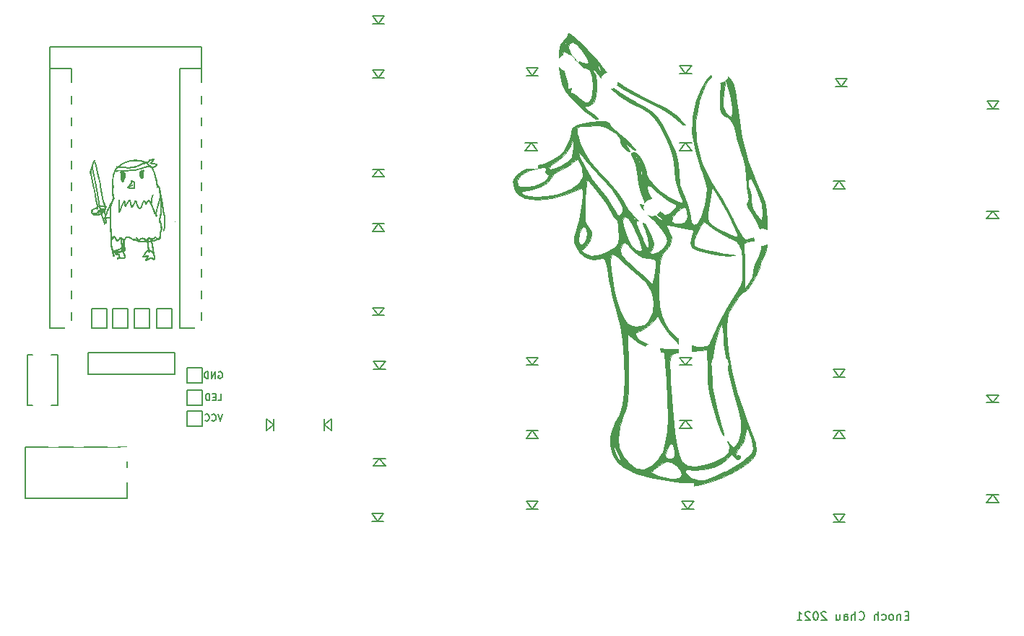
<source format=gbo>
G04 #@! TF.GenerationSoftware,KiCad,Pcbnew,5.1.9*
G04 #@! TF.CreationDate,2021-04-10T12:49:15-07:00*
G04 #@! TF.ProjectId,SofleKeyboard,536f666c-654b-4657-9962-6f6172642e6b,rev?*
G04 #@! TF.SameCoordinates,Original*
G04 #@! TF.FileFunction,Legend,Bot*
G04 #@! TF.FilePolarity,Positive*
%FSLAX46Y46*%
G04 Gerber Fmt 4.6, Leading zero omitted, Abs format (unit mm)*
G04 Created by KiCad (PCBNEW 5.1.9) date 2021-04-10 12:49:15*
%MOMM*%
%LPD*%
G01*
G04 APERTURE LIST*
%ADD10C,0.200000*%
%ADD11C,0.010000*%
%ADD12C,0.150000*%
%ADD13C,4.000000*%
%ADD14R,1.143000X0.635000*%
%ADD15C,1.524000*%
%ADD16C,2.000000*%
%ADD17C,1.397000*%
%ADD18R,1.524000X1.524000*%
%ADD19O,2.500000X1.700000*%
%ADD20C,1.200000*%
%ADD21C,0.700000*%
%ADD22C,4.400000*%
%ADD23R,1.500000X1.800000*%
%ADD24R,1.800000X1.500000*%
G04 APERTURE END LIST*
D10*
X193848809Y-117403571D02*
X193515476Y-117403571D01*
X193372619Y-117927380D02*
X193848809Y-117927380D01*
X193848809Y-116927380D01*
X193372619Y-116927380D01*
X192944047Y-117260714D02*
X192944047Y-117927380D01*
X192944047Y-117355952D02*
X192896428Y-117308333D01*
X192801190Y-117260714D01*
X192658333Y-117260714D01*
X192563095Y-117308333D01*
X192515476Y-117403571D01*
X192515476Y-117927380D01*
X191896428Y-117927380D02*
X191991666Y-117879761D01*
X192039285Y-117832142D01*
X192086904Y-117736904D01*
X192086904Y-117451190D01*
X192039285Y-117355952D01*
X191991666Y-117308333D01*
X191896428Y-117260714D01*
X191753571Y-117260714D01*
X191658333Y-117308333D01*
X191610714Y-117355952D01*
X191563095Y-117451190D01*
X191563095Y-117736904D01*
X191610714Y-117832142D01*
X191658333Y-117879761D01*
X191753571Y-117927380D01*
X191896428Y-117927380D01*
X190705952Y-117879761D02*
X190801190Y-117927380D01*
X190991666Y-117927380D01*
X191086904Y-117879761D01*
X191134523Y-117832142D01*
X191182142Y-117736904D01*
X191182142Y-117451190D01*
X191134523Y-117355952D01*
X191086904Y-117308333D01*
X190991666Y-117260714D01*
X190801190Y-117260714D01*
X190705952Y-117308333D01*
X190277380Y-117927380D02*
X190277380Y-116927380D01*
X189848809Y-117927380D02*
X189848809Y-117403571D01*
X189896428Y-117308333D01*
X189991666Y-117260714D01*
X190134523Y-117260714D01*
X190229761Y-117308333D01*
X190277380Y-117355952D01*
X188039285Y-117832142D02*
X188086904Y-117879761D01*
X188229761Y-117927380D01*
X188325000Y-117927380D01*
X188467857Y-117879761D01*
X188563095Y-117784523D01*
X188610714Y-117689285D01*
X188658333Y-117498809D01*
X188658333Y-117355952D01*
X188610714Y-117165476D01*
X188563095Y-117070238D01*
X188467857Y-116975000D01*
X188325000Y-116927380D01*
X188229761Y-116927380D01*
X188086904Y-116975000D01*
X188039285Y-117022619D01*
X187610714Y-117927380D02*
X187610714Y-116927380D01*
X187182142Y-117927380D02*
X187182142Y-117403571D01*
X187229761Y-117308333D01*
X187325000Y-117260714D01*
X187467857Y-117260714D01*
X187563095Y-117308333D01*
X187610714Y-117355952D01*
X186277380Y-117927380D02*
X186277380Y-117403571D01*
X186325000Y-117308333D01*
X186420238Y-117260714D01*
X186610714Y-117260714D01*
X186705952Y-117308333D01*
X186277380Y-117879761D02*
X186372619Y-117927380D01*
X186610714Y-117927380D01*
X186705952Y-117879761D01*
X186753571Y-117784523D01*
X186753571Y-117689285D01*
X186705952Y-117594047D01*
X186610714Y-117546428D01*
X186372619Y-117546428D01*
X186277380Y-117498809D01*
X185372619Y-117260714D02*
X185372619Y-117927380D01*
X185801190Y-117260714D02*
X185801190Y-117784523D01*
X185753571Y-117879761D01*
X185658333Y-117927380D01*
X185515476Y-117927380D01*
X185420238Y-117879761D01*
X185372619Y-117832142D01*
X184182142Y-117022619D02*
X184134523Y-116975000D01*
X184039285Y-116927380D01*
X183801190Y-116927380D01*
X183705952Y-116975000D01*
X183658333Y-117022619D01*
X183610714Y-117117857D01*
X183610714Y-117213095D01*
X183658333Y-117355952D01*
X184229761Y-117927380D01*
X183610714Y-117927380D01*
X182991666Y-116927380D02*
X182896428Y-116927380D01*
X182801190Y-116975000D01*
X182753571Y-117022619D01*
X182705952Y-117117857D01*
X182658333Y-117308333D01*
X182658333Y-117546428D01*
X182705952Y-117736904D01*
X182753571Y-117832142D01*
X182801190Y-117879761D01*
X182896428Y-117927380D01*
X182991666Y-117927380D01*
X183086904Y-117879761D01*
X183134523Y-117832142D01*
X183182142Y-117736904D01*
X183229761Y-117546428D01*
X183229761Y-117308333D01*
X183182142Y-117117857D01*
X183134523Y-117022619D01*
X183086904Y-116975000D01*
X182991666Y-116927380D01*
X182277380Y-117022619D02*
X182229761Y-116975000D01*
X182134523Y-116927380D01*
X181896428Y-116927380D01*
X181801190Y-116975000D01*
X181753571Y-117022619D01*
X181705952Y-117117857D01*
X181705952Y-117213095D01*
X181753571Y-117355952D01*
X182325000Y-117927380D01*
X181705952Y-117927380D01*
X180753571Y-117927380D02*
X181325000Y-117927380D01*
X181039285Y-117927380D02*
X181039285Y-116927380D01*
X181134523Y-117070238D01*
X181229761Y-117165476D01*
X181325000Y-117213095D01*
D11*
G36*
X154310464Y-49194399D02*
G01*
X154883781Y-49689704D01*
X155611472Y-50390922D01*
X156395634Y-51198948D01*
X157138367Y-52014673D01*
X157741768Y-52738990D01*
X157933105Y-52996373D01*
X158632799Y-53847877D01*
X159514876Y-54630694D01*
X160668363Y-55407181D01*
X162182290Y-56239697D01*
X163462742Y-56869474D01*
X164684866Y-57460070D01*
X165547337Y-57914497D01*
X166176463Y-58319720D01*
X166698549Y-58762708D01*
X167239899Y-59330425D01*
X167558368Y-59689485D01*
X167907362Y-60102352D01*
X167934224Y-60190599D01*
X167613984Y-59941834D01*
X167000215Y-59412431D01*
X166048891Y-58664873D01*
X165006514Y-57971749D01*
X164326531Y-57597439D01*
X162589188Y-56756903D01*
X161266309Y-56081311D01*
X160280179Y-55526549D01*
X159553084Y-55048503D01*
X159007312Y-54603059D01*
X158939742Y-54539635D01*
X158392347Y-54075534D01*
X158007561Y-53856199D01*
X157925000Y-53863560D01*
X157974876Y-54152878D01*
X158387759Y-54644309D01*
X159070219Y-55261386D01*
X159928825Y-55927641D01*
X160870146Y-56566606D01*
X161800750Y-57101815D01*
X162005421Y-57203137D01*
X163007218Y-57715137D01*
X163761934Y-58219730D01*
X164365851Y-58826773D01*
X164915251Y-59646127D01*
X165506417Y-60787650D01*
X165919456Y-61669075D01*
X166453630Y-62927935D01*
X166755831Y-63934936D01*
X166878914Y-64890785D01*
X166889947Y-65354279D01*
X167020007Y-66776234D01*
X167461631Y-68051713D01*
X167558368Y-68248789D01*
X167945019Y-69187076D01*
X168186380Y-70110083D01*
X168226789Y-70512532D01*
X168364399Y-71229348D01*
X168698979Y-71506777D01*
X169113154Y-71338019D01*
X169489549Y-70716276D01*
X169492283Y-70708397D01*
X170295470Y-70708397D01*
X170378137Y-71095776D01*
X170604995Y-71382348D01*
X170843621Y-71585447D01*
X171388096Y-71947421D01*
X172117547Y-72334395D01*
X172870457Y-72673673D01*
X173485305Y-72892561D01*
X173800572Y-72918363D01*
X173802123Y-72916977D01*
X173748664Y-72648590D01*
X173516445Y-72034731D01*
X173185098Y-71273806D01*
X172633210Y-70161372D01*
X171992209Y-69000472D01*
X171626497Y-68398257D01*
X170779201Y-67077199D01*
X170480778Y-69061231D01*
X170336512Y-70077714D01*
X170295470Y-70708397D01*
X169492283Y-70708397D01*
X169533977Y-70588263D01*
X169948749Y-69203696D01*
X170163191Y-68144432D01*
X170178433Y-67240438D01*
X169995605Y-66321681D01*
X169615838Y-65218130D01*
X169570473Y-65099879D01*
X168819995Y-62792744D01*
X168470247Y-60731329D01*
X168505490Y-59391303D01*
X168831214Y-59391303D01*
X168930870Y-61720120D01*
X169542117Y-64069011D01*
X170657653Y-66400403D01*
X171227793Y-67296744D01*
X171868440Y-68315494D01*
X172589543Y-69582796D01*
X173255451Y-70858080D01*
X173379812Y-71113199D01*
X173948546Y-72234353D01*
X174375544Y-72912785D01*
X174703044Y-73207866D01*
X174880587Y-73222775D01*
X175484636Y-73052978D01*
X175936289Y-72923743D01*
X176375945Y-72696300D01*
X176436860Y-72261898D01*
X176390225Y-72033580D01*
X176133964Y-71393228D01*
X175679500Y-70583056D01*
X175428120Y-70205250D01*
X174954760Y-69426046D01*
X174869032Y-68978821D01*
X174930634Y-68905075D01*
X175095136Y-68529355D01*
X175036821Y-68151772D01*
X174930204Y-67588801D01*
X174873782Y-67018248D01*
X175037495Y-67018248D01*
X175168446Y-67428145D01*
X175364945Y-68100094D01*
X175396834Y-68734687D01*
X175575570Y-69633158D01*
X175993522Y-70300048D01*
X176648894Y-71095264D01*
X176728013Y-70136449D01*
X176616127Y-69096820D01*
X176150536Y-67739635D01*
X176026976Y-67458984D01*
X175613602Y-66587371D01*
X175347362Y-66152317D01*
X175177520Y-66093597D01*
X175064098Y-66316041D01*
X175037495Y-67018248D01*
X174873782Y-67018248D01*
X174842308Y-66699987D01*
X174798318Y-65840932D01*
X174695367Y-64704969D01*
X174482121Y-63691854D01*
X174303609Y-63210796D01*
X173996448Y-62429401D01*
X173697927Y-61407344D01*
X173559723Y-60797532D01*
X173328676Y-59858555D01*
X173034153Y-59279732D01*
X172579459Y-58887515D01*
X172453434Y-58811960D01*
X172049049Y-58559723D01*
X171815095Y-58289073D01*
X171713379Y-57864208D01*
X171705708Y-57149326D01*
X171710845Y-57024520D01*
X172063495Y-57024520D01*
X172107852Y-57678100D01*
X172323117Y-58185217D01*
X172361431Y-58245394D01*
X172810760Y-58789032D01*
X173097543Y-58829973D01*
X173201106Y-58381092D01*
X173149572Y-57754579D01*
X172965094Y-56714635D01*
X172729031Y-55666405D01*
X172698143Y-55548789D01*
X172410251Y-54479315D01*
X172174367Y-56039605D01*
X172063495Y-57024520D01*
X171710845Y-57024520D01*
X171741476Y-56280450D01*
X171779211Y-55237259D01*
X171756994Y-54612927D01*
X171649157Y-54292673D01*
X171430027Y-54161719D01*
X171260500Y-54129892D01*
X170730902Y-54224928D01*
X170247157Y-54702959D01*
X169776656Y-55612499D01*
X169286787Y-57002060D01*
X169250449Y-57120130D01*
X168831214Y-59391303D01*
X168505490Y-59391303D01*
X168520839Y-58807742D01*
X168971376Y-56914089D01*
X169535650Y-55524710D01*
X170203397Y-54373596D01*
X170899577Y-53740272D01*
X171651002Y-53607794D01*
X172242802Y-53813831D01*
X172809559Y-54234956D01*
X173222812Y-54858534D01*
X173516026Y-55775966D01*
X173722667Y-57078652D01*
X173822703Y-58128802D01*
X174250798Y-61206408D01*
X175054125Y-64134080D01*
X176173855Y-66874056D01*
X176648095Y-67952093D01*
X176948833Y-68858000D01*
X177125422Y-69803332D01*
X177227211Y-70999640D01*
X177253624Y-71502691D01*
X177294662Y-72854030D01*
X177256767Y-73807152D01*
X177128162Y-74494346D01*
X176946502Y-74952716D01*
X176657883Y-75606054D01*
X176517740Y-76070159D01*
X176515210Y-76106556D01*
X176391868Y-76575582D01*
X176080481Y-77269033D01*
X175669010Y-78030792D01*
X175245415Y-78704741D01*
X174897655Y-79134762D01*
X174766155Y-79210894D01*
X174456285Y-79416211D01*
X173970168Y-79951579D01*
X173473033Y-80616894D01*
X172984068Y-81363160D01*
X172695340Y-81968402D01*
X172554660Y-82624026D01*
X172509840Y-83521439D01*
X172507106Y-84159525D01*
X172652530Y-86257967D01*
X173057971Y-88626917D01*
X173683666Y-91094077D01*
X174489849Y-93487154D01*
X174882269Y-94450894D01*
X175500295Y-95978112D01*
X175852738Y-97129747D01*
X175945792Y-97990741D01*
X175785650Y-98646034D01*
X175378507Y-99180567D01*
X175236391Y-99307358D01*
X174277059Y-99995140D01*
X173116715Y-100646097D01*
X171855385Y-101225447D01*
X170593093Y-101698408D01*
X169429863Y-102030200D01*
X168465721Y-102186039D01*
X167800690Y-102131145D01*
X167578739Y-101970171D01*
X167197322Y-101746883D01*
X166673641Y-101673269D01*
X166006888Y-101614916D01*
X165043923Y-101459096D01*
X163950201Y-101241291D01*
X162891176Y-100996982D01*
X162032304Y-100761650D01*
X161645687Y-100612661D01*
X163681526Y-100612661D01*
X163914590Y-100766682D01*
X164495090Y-100969623D01*
X165244990Y-101171300D01*
X165986252Y-101321531D01*
X166355210Y-101366271D01*
X166932325Y-101262696D01*
X167077684Y-101189978D01*
X167242418Y-100826715D01*
X167074171Y-100329823D01*
X167654340Y-100329823D01*
X167672851Y-100555857D01*
X167735879Y-100682292D01*
X168323370Y-101265462D01*
X169186576Y-101539924D01*
X169831000Y-101506978D01*
X170394063Y-101324565D01*
X171259348Y-100973709D01*
X172251311Y-100526140D01*
X172371000Y-100469111D01*
X173396785Y-99921071D01*
X174326254Y-99327641D01*
X174967003Y-98812308D01*
X174991301Y-98787369D01*
X175435545Y-98278177D01*
X175605436Y-97850719D01*
X175549906Y-97276630D01*
X175426311Y-96757145D01*
X175158369Y-95844765D01*
X174947067Y-95452635D01*
X174796360Y-95584300D01*
X174717970Y-96122785D01*
X174493450Y-96922540D01*
X174116391Y-97517651D01*
X173756510Y-98003126D01*
X173581603Y-98428131D01*
X173627587Y-98651873D01*
X173841526Y-98595105D01*
X174075562Y-98598485D01*
X174074518Y-98873019D01*
X173934805Y-99081125D01*
X173663886Y-99039525D01*
X173413299Y-98791475D01*
X173131499Y-98494307D01*
X172888219Y-98599719D01*
X172652047Y-98907031D01*
X171970979Y-99494324D01*
X170944576Y-99963745D01*
X169759635Y-100250122D01*
X168674565Y-100294700D01*
X167952582Y-100257496D01*
X167654340Y-100329823D01*
X167074171Y-100329823D01*
X167066545Y-100307302D01*
X166642027Y-99789956D01*
X166060822Y-99432896D01*
X166055288Y-99430936D01*
X165468136Y-99339156D01*
X164877909Y-99568583D01*
X164523602Y-99810988D01*
X163986500Y-100249513D01*
X163697508Y-100566135D01*
X163681526Y-100612661D01*
X161645687Y-100612661D01*
X161542579Y-100572927D01*
X160965117Y-100266553D01*
X160575059Y-100084960D01*
X159713058Y-99439434D01*
X159130638Y-98459101D01*
X158870219Y-97330370D01*
X159230498Y-97330370D01*
X159273673Y-97706060D01*
X159289842Y-97791504D01*
X159516333Y-98518943D01*
X159832288Y-99069578D01*
X160111656Y-99263526D01*
X160082380Y-99057760D01*
X159863872Y-98559426D01*
X159848234Y-98528263D01*
X159522636Y-97864159D01*
X159305032Y-97391947D01*
X159230498Y-97330370D01*
X158870219Y-97330370D01*
X158859251Y-97282836D01*
X158898560Y-96600923D01*
X159795105Y-96600923D01*
X159918242Y-97698846D01*
X160377054Y-98681185D01*
X161125886Y-99597737D01*
X161952671Y-100193709D01*
X162806196Y-100263224D01*
X163720887Y-99807009D01*
X163909514Y-99656686D01*
X164535405Y-99001493D01*
X164810463Y-98525173D01*
X165322781Y-98525173D01*
X165383137Y-98881351D01*
X165761622Y-98993049D01*
X165900470Y-98996158D01*
X166305666Y-98932050D01*
X166442034Y-98636443D01*
X166405955Y-98060368D01*
X166240584Y-97354874D01*
X165990906Y-97159515D01*
X165691317Y-97484296D01*
X165546487Y-97810405D01*
X165322781Y-98525173D01*
X164810463Y-98525173D01*
X165008520Y-98182197D01*
X165338267Y-97137519D01*
X165534058Y-95806182D01*
X165605301Y-94126907D01*
X165561405Y-92038416D01*
X165430684Y-89750248D01*
X165300663Y-87858796D01*
X165822426Y-87858796D01*
X165859424Y-88952141D01*
X165902641Y-89850862D01*
X166026486Y-91941785D01*
X166205996Y-93990002D01*
X166426547Y-95868954D01*
X166673510Y-97452082D01*
X166903090Y-98507559D01*
X167289213Y-99334876D01*
X167933032Y-99795885D01*
X168879200Y-99899614D01*
X170172370Y-99655090D01*
X171101447Y-99356383D01*
X172144266Y-98840358D01*
X172732208Y-98217455D01*
X172831289Y-97530542D01*
X172744587Y-97283768D01*
X172576876Y-96907429D01*
X172681280Y-96982290D01*
X172853620Y-97191421D01*
X173242208Y-97581685D01*
X173538274Y-97547868D01*
X173871067Y-97055788D01*
X173952699Y-96900742D01*
X174223831Y-95884884D01*
X174197927Y-94554390D01*
X173883831Y-93033239D01*
X173619895Y-92235676D01*
X173143781Y-90719081D01*
X172718899Y-88928180D01*
X172387094Y-87080425D01*
X172190212Y-85393262D01*
X172154685Y-84621537D01*
X172114705Y-83796726D01*
X172026944Y-83274655D01*
X171916976Y-83167444D01*
X171743379Y-83516457D01*
X171485074Y-84238765D01*
X171192721Y-85190344D01*
X171139849Y-85376801D01*
X170712134Y-87875554D01*
X170791213Y-90513964D01*
X171377684Y-93304310D01*
X171553534Y-93874340D01*
X171862677Y-94886081D01*
X172073570Y-95691115D01*
X172155439Y-96166139D01*
X172143487Y-96238056D01*
X172011040Y-96058098D01*
X171757124Y-95467511D01*
X171421618Y-94565478D01*
X171138992Y-93739874D01*
X170698600Y-92315362D01*
X170431663Y-91151294D01*
X170298284Y-90017785D01*
X170258569Y-88684946D01*
X170258497Y-88666251D01*
X170249594Y-86223713D01*
X168636613Y-86343003D01*
X167434632Y-86426348D01*
X166623999Y-86527506D01*
X166132938Y-86738572D01*
X165889672Y-87151638D01*
X165822426Y-87858796D01*
X165300663Y-87858796D01*
X165208640Y-86520129D01*
X164003157Y-86197711D01*
X163001148Y-85810632D01*
X162028435Y-85255226D01*
X161835915Y-85112940D01*
X160955636Y-84415172D01*
X161809947Y-84415172D01*
X162074526Y-84883894D01*
X162860554Y-85387551D01*
X163815210Y-85794674D01*
X164471852Y-85961846D01*
X165295733Y-86070110D01*
X166123765Y-86112752D01*
X166792864Y-86083058D01*
X167139945Y-85974316D01*
X167157315Y-85932244D01*
X166980904Y-85644384D01*
X166532567Y-85137986D01*
X166231850Y-84835638D01*
X165567248Y-84089503D01*
X165018834Y-83302662D01*
X164895105Y-83071934D01*
X164483825Y-82205226D01*
X163574676Y-83114376D01*
X162951493Y-83653624D01*
X162412942Y-83979525D01*
X162237736Y-84023526D01*
X161866284Y-84221505D01*
X161809947Y-84415172D01*
X160955636Y-84415172D01*
X160874157Y-84350587D01*
X160961417Y-88239839D01*
X160987562Y-89846698D01*
X160976162Y-91038703D01*
X160917251Y-91935025D01*
X160800864Y-92654833D01*
X160617036Y-93317299D01*
X160511185Y-93624203D01*
X159996475Y-95278886D01*
X159795105Y-96600923D01*
X158898560Y-96600923D01*
X158930347Y-96049515D01*
X159375377Y-94898012D01*
X159393619Y-94868147D01*
X159933708Y-93817077D01*
X160297363Y-92646090D01*
X160498721Y-91255784D01*
X160551919Y-89546761D01*
X160471094Y-87419621D01*
X160465640Y-87330363D01*
X160283508Y-85125578D01*
X160039115Y-83424059D01*
X159728343Y-82197505D01*
X159712347Y-82151947D01*
X159433768Y-81226975D01*
X159126081Y-79979491D01*
X158838288Y-78615989D01*
X158718990Y-77965844D01*
X158504644Y-76750465D01*
X158342138Y-75977507D01*
X158285476Y-75819743D01*
X158890708Y-75819743D01*
X158942554Y-76759262D01*
X159080275Y-77879405D01*
X159288828Y-79067566D01*
X159553173Y-80211138D01*
X159858266Y-81197515D01*
X159983627Y-81512007D01*
X160475752Y-82534534D01*
X160918814Y-83139857D01*
X161409758Y-83425191D01*
X161954976Y-83488789D01*
X162812787Y-83302139D01*
X163394752Y-82784311D01*
X163875999Y-81770687D01*
X163957616Y-80582990D01*
X163742229Y-79664360D01*
X164512241Y-79664360D01*
X164609098Y-80999892D01*
X164873581Y-82104416D01*
X165335713Y-83124330D01*
X165753893Y-83807593D01*
X166617131Y-84729883D01*
X167766705Y-85449343D01*
X168993879Y-85849743D01*
X169502521Y-85894894D01*
X170174906Y-85796461D01*
X170554275Y-85408057D01*
X170665669Y-85159842D01*
X171542049Y-83133546D01*
X172512631Y-81344945D01*
X173201592Y-80266550D01*
X173807876Y-79322039D01*
X174160803Y-78612686D01*
X174327502Y-77945588D01*
X174375102Y-77127847D01*
X174376263Y-76891023D01*
X174347895Y-75497585D01*
X174233782Y-74528378D01*
X174050272Y-74035385D01*
X174487599Y-74035385D01*
X174558952Y-74477499D01*
X174613619Y-75302620D01*
X174642814Y-76359079D01*
X174645393Y-76759604D01*
X174647155Y-79077210D01*
X175186143Y-78275105D01*
X175519514Y-77618664D01*
X175623356Y-77071926D01*
X175614988Y-77022402D01*
X175674085Y-76468157D01*
X175897436Y-76011301D01*
X176319884Y-75221174D01*
X176562911Y-74398741D01*
X176574757Y-73746190D01*
X176515555Y-73596716D01*
X176150938Y-73390048D01*
X175576179Y-73375811D01*
X174982742Y-73512588D01*
X174562095Y-73758963D01*
X174487599Y-74035385D01*
X174050272Y-74035385D01*
X173990410Y-73874569D01*
X173574262Y-73427323D01*
X172941825Y-73077806D01*
X172832544Y-73030047D01*
X171914089Y-72565228D01*
X171063451Y-72022623D01*
X170845400Y-71852951D01*
X170293523Y-71425651D01*
X169916458Y-71200241D01*
X169871286Y-71189842D01*
X169646113Y-71408785D01*
X169310813Y-71952381D01*
X168958750Y-72650775D01*
X168683286Y-73334114D01*
X168669577Y-73376083D01*
X168703032Y-73884268D01*
X168844261Y-74071324D01*
X169275378Y-74250245D01*
X170089366Y-74469576D01*
X171139334Y-74696947D01*
X172278390Y-74899985D01*
X173173105Y-75025289D01*
X173495237Y-75086687D01*
X173286629Y-75132422D01*
X172772052Y-75157134D01*
X171848768Y-75109163D01*
X170776416Y-74943304D01*
X169727894Y-74699410D01*
X168876100Y-74417327D01*
X168407512Y-74151197D01*
X168271923Y-73685381D01*
X168426318Y-72921072D01*
X168588684Y-72297895D01*
X168538376Y-72042350D01*
X168272674Y-72019782D01*
X167630049Y-71980151D01*
X167424684Y-71922490D01*
X166886393Y-71771476D01*
X166150405Y-71619650D01*
X166142498Y-71618278D01*
X165561164Y-71536809D01*
X165418896Y-71633815D01*
X165628968Y-71990369D01*
X165674603Y-72055685D01*
X166053921Y-72976230D01*
X165903743Y-73864179D01*
X165391128Y-74534752D01*
X165073247Y-74869315D01*
X164860557Y-75248455D01*
X164723464Y-75792812D01*
X164632375Y-76623024D01*
X164557694Y-77859731D01*
X164552990Y-77951424D01*
X164512241Y-79664360D01*
X163742229Y-79664360D01*
X163671542Y-79362884D01*
X163049718Y-78252033D01*
X162188581Y-77434694D01*
X161559077Y-76954085D01*
X160784468Y-76291180D01*
X160397947Y-75935631D01*
X159769758Y-75377942D01*
X159282729Y-75013920D01*
X159104808Y-74933000D01*
X158939779Y-75173453D01*
X158890708Y-75819743D01*
X158285476Y-75819743D01*
X158193025Y-75562332D01*
X158018857Y-75420301D01*
X157781184Y-75466777D01*
X157616478Y-75538829D01*
X156808861Y-75640173D01*
X155952939Y-75338943D01*
X155217559Y-74721226D01*
X155105326Y-74536990D01*
X155508554Y-74536990D01*
X155778417Y-74807819D01*
X156673199Y-75163040D01*
X157767279Y-75024374D01*
X158735210Y-74587728D01*
X158925119Y-74461854D01*
X160022302Y-74461854D01*
X160171868Y-75054142D01*
X160690250Y-75731006D01*
X161621907Y-76566910D01*
X161965729Y-76841839D01*
X162766967Y-77504378D01*
X163376922Y-78071061D01*
X163691898Y-78443486D01*
X163713160Y-78500037D01*
X163777772Y-78567480D01*
X163887985Y-78247835D01*
X164012821Y-77683241D01*
X164121304Y-77015834D01*
X164182457Y-76387752D01*
X164184629Y-76336684D01*
X164159778Y-75747750D01*
X163919207Y-75511080D01*
X163311585Y-75467737D01*
X162647032Y-75367864D01*
X162042403Y-74999335D01*
X161446172Y-74404318D01*
X160885122Y-73805249D01*
X160559363Y-73562839D01*
X160354621Y-73629092D01*
X160197091Y-73879680D01*
X160022302Y-74461854D01*
X158925119Y-74461854D01*
X159426800Y-74129336D01*
X159763065Y-73655311D01*
X159888064Y-72981228D01*
X159762351Y-71807911D01*
X159458148Y-71000254D01*
X160329561Y-71000254D01*
X160358385Y-71598608D01*
X160603138Y-72427001D01*
X160983159Y-73302758D01*
X161417787Y-74043203D01*
X161826361Y-74465659D01*
X161868623Y-74485836D01*
X162404168Y-74625761D01*
X162572077Y-74414244D01*
X162515296Y-74049155D01*
X162240774Y-73208976D01*
X161840950Y-72267070D01*
X161402176Y-71402951D01*
X161010804Y-70796133D01*
X161003846Y-70788789D01*
X161542579Y-70788789D01*
X161676263Y-70922473D01*
X161809947Y-70788789D01*
X161676263Y-70655105D01*
X161542579Y-70788789D01*
X161003846Y-70788789D01*
X160888286Y-70666831D01*
X160575870Y-70513200D01*
X160387629Y-70792658D01*
X160329561Y-71000254D01*
X159458148Y-71000254D01*
X159244022Y-70431753D01*
X158380282Y-68954053D01*
X157440890Y-67730033D01*
X156819514Y-66973974D01*
X156359026Y-66356061D01*
X156153448Y-66002982D01*
X156151136Y-65992138D01*
X156117522Y-66117143D01*
X156061563Y-66678504D01*
X155991942Y-67578742D01*
X155938202Y-68382473D01*
X155870355Y-69635271D01*
X155865018Y-70483117D01*
X155935707Y-71053547D01*
X156095941Y-71474099D01*
X156299462Y-71790795D01*
X156627721Y-72306671D01*
X156678091Y-72720380D01*
X156463547Y-73291361D01*
X156383038Y-73461848D01*
X156016444Y-74065567D01*
X155666698Y-74389714D01*
X155597957Y-74406766D01*
X155508554Y-74536990D01*
X155105326Y-74536990D01*
X154859278Y-74133091D01*
X154675445Y-73551009D01*
X154674512Y-73395631D01*
X155129387Y-73395631D01*
X155273476Y-73794312D01*
X155601117Y-73828266D01*
X155941488Y-73533221D01*
X156085267Y-73195703D01*
X156150486Y-72466582D01*
X155995162Y-71918043D01*
X155700048Y-71724579D01*
X155451298Y-71959906D01*
X155240557Y-72539085D01*
X155132779Y-73271907D01*
X155129387Y-73395631D01*
X154674512Y-73395631D01*
X154671957Y-72970484D01*
X154858743Y-72179552D01*
X154967410Y-71824882D01*
X155201026Y-70937306D01*
X155395867Y-69932976D01*
X155538054Y-68935664D01*
X155613707Y-68069145D01*
X155608945Y-67457191D01*
X155509890Y-67223577D01*
X155482630Y-67230415D01*
X153776743Y-67924513D01*
X152014356Y-68374549D01*
X150351433Y-68552650D01*
X148943938Y-68430945D01*
X148867480Y-68412614D01*
X148096873Y-67983171D01*
X147895111Y-67694448D01*
X148441526Y-67694448D01*
X148683862Y-67974741D01*
X149330640Y-68147491D01*
X150261510Y-68207818D01*
X151356125Y-68150843D01*
X152494136Y-67971686D01*
X152896057Y-67875065D01*
X154330633Y-67349119D01*
X155253005Y-66671863D01*
X155662832Y-65843806D01*
X155559770Y-64865456D01*
X155301437Y-64293998D01*
X155032928Y-63872330D01*
X154800995Y-63884617D01*
X154476476Y-64217090D01*
X153882657Y-64673333D01*
X153109427Y-65043704D01*
X153071562Y-65056510D01*
X152279429Y-65500234D01*
X151902434Y-66015297D01*
X151441744Y-66595173D01*
X150635730Y-67086748D01*
X149673728Y-67392673D01*
X149118534Y-67446684D01*
X148611872Y-67530557D01*
X148441526Y-67694448D01*
X147895111Y-67694448D01*
X147585944Y-67252029D01*
X147453342Y-66406762D01*
X147479820Y-66260619D01*
X147950613Y-66260619D01*
X148017146Y-66868815D01*
X148056795Y-66938357D01*
X148431385Y-67097415D01*
X149121606Y-67087233D01*
X149945725Y-66934974D01*
X150722011Y-66667801D01*
X151048368Y-66491217D01*
X151507977Y-66082528D01*
X151647124Y-65733696D01*
X151416841Y-65575661D01*
X151390970Y-65575105D01*
X151250754Y-65376429D01*
X151300414Y-65136206D01*
X151333731Y-64897079D01*
X151647717Y-64897079D01*
X151771943Y-65043814D01*
X152270359Y-64949700D01*
X153096978Y-64585716D01*
X153387842Y-64427616D01*
X154057184Y-63998627D01*
X154379190Y-63566895D01*
X154476257Y-63006672D01*
X155125736Y-63006672D01*
X155267979Y-63475674D01*
X155642938Y-64247543D01*
X156172954Y-65189702D01*
X156780373Y-66169571D01*
X157387538Y-67054574D01*
X157815862Y-67599365D01*
X158486812Y-68438048D01*
X159062839Y-69267447D01*
X159336547Y-69746062D01*
X159645247Y-70294281D01*
X159893238Y-70410156D01*
X160107755Y-70256545D01*
X160307152Y-69934886D01*
X160263596Y-69482050D01*
X160042582Y-68887917D01*
X159661178Y-68226031D01*
X159015641Y-67349005D01*
X158225084Y-66414616D01*
X157956218Y-66124299D01*
X157128354Y-65234822D01*
X156375850Y-64395498D01*
X155825908Y-63749185D01*
X155709062Y-63600627D01*
X155333194Y-63145623D01*
X155134894Y-62987483D01*
X155125736Y-63006672D01*
X154476257Y-63006672D01*
X154493297Y-62908330D01*
X154508080Y-62627278D01*
X154558844Y-61430894D01*
X154153034Y-62392943D01*
X153556793Y-63284113D01*
X152705777Y-63997153D01*
X151943667Y-64538518D01*
X151647717Y-64897079D01*
X151333731Y-64897079D01*
X151338307Y-64864239D01*
X151080515Y-64795413D01*
X150466102Y-64885420D01*
X149221301Y-65229547D01*
X148367401Y-65701072D01*
X147950613Y-66260619D01*
X147479820Y-66260619D01*
X147485698Y-66228177D01*
X147842425Y-65694086D01*
X148541814Y-65159628D01*
X149402743Y-64732123D01*
X150244093Y-64518892D01*
X150382861Y-64511503D01*
X151151413Y-64349000D01*
X152043230Y-63949802D01*
X152871533Y-63422257D01*
X153449544Y-62874710D01*
X153574662Y-62659996D01*
X153870139Y-61957751D01*
X154085032Y-61501364D01*
X154293402Y-60824325D01*
X154323631Y-60509038D01*
X154492356Y-60092268D01*
X155065349Y-59803133D01*
X155326263Y-59730847D01*
X156669650Y-59432423D01*
X157618602Y-59316681D01*
X158277583Y-59373832D01*
X158467842Y-59436433D01*
X158798757Y-59612449D01*
X158778672Y-59674208D01*
X158860983Y-59838250D01*
X159277139Y-60257872D01*
X159945115Y-60852505D01*
X160182356Y-61052982D01*
X160947859Y-61727424D01*
X161519916Y-62297726D01*
X161798079Y-62661796D01*
X161809947Y-62707215D01*
X161638980Y-62727369D01*
X161206019Y-62441068D01*
X160941971Y-62216180D01*
X160428100Y-61755611D01*
X160283012Y-61649316D01*
X160480314Y-61891314D01*
X160721209Y-62166158D01*
X161071354Y-62635786D01*
X161136079Y-62887808D01*
X161095887Y-62901421D01*
X160691639Y-62713284D01*
X160287101Y-62285344D01*
X160044644Y-61822305D01*
X160056044Y-61590480D01*
X159958714Y-61290729D01*
X159522102Y-60830448D01*
X159161898Y-60544412D01*
X158282379Y-60020918D01*
X157475263Y-59842065D01*
X157079609Y-59851156D01*
X156228266Y-59907863D01*
X155505646Y-59942902D01*
X155447832Y-59944587D01*
X155057285Y-60006565D01*
X154929920Y-60266625D01*
X155000816Y-60877900D01*
X155016086Y-60963000D01*
X155295452Y-62013373D01*
X155777070Y-63023188D01*
X156528646Y-64100176D01*
X157617887Y-65352066D01*
X158082743Y-65842473D01*
X158957325Y-66804238D01*
X159731138Y-67751761D01*
X160294836Y-68546453D01*
X160483705Y-68885568D01*
X160984404Y-69733456D01*
X161609099Y-70478660D01*
X161716017Y-70575960D01*
X162110598Y-70940746D01*
X162179709Y-71067576D01*
X162115513Y-71042015D01*
X161904744Y-71029256D01*
X161913946Y-71346643D01*
X162154830Y-72039095D01*
X162639108Y-73151528D01*
X162700556Y-73285819D01*
X163035380Y-73986217D01*
X163219616Y-74244594D01*
X163314373Y-74109978D01*
X163359429Y-73814436D01*
X163296007Y-73075685D01*
X163023034Y-72278944D01*
X163009436Y-72252221D01*
X162754677Y-71660411D01*
X162693380Y-71298003D01*
X162707370Y-71272770D01*
X162896554Y-71387387D01*
X163192334Y-71845475D01*
X163516854Y-72488587D01*
X163792257Y-73158277D01*
X163940687Y-73696098D01*
X163948894Y-73799401D01*
X163783336Y-74395014D01*
X163628052Y-74612158D01*
X163481181Y-74861849D01*
X163808237Y-74924390D01*
X163828579Y-74924105D01*
X164489559Y-74721338D01*
X165110724Y-74247020D01*
X165498708Y-73670574D01*
X165545667Y-73419616D01*
X165350848Y-72830809D01*
X164846231Y-72032986D01*
X164131637Y-71160866D01*
X164102664Y-71132351D01*
X166043756Y-71132351D01*
X166418233Y-71389125D01*
X166990918Y-71404763D01*
X167605973Y-71252925D01*
X167860239Y-70871262D01*
X167894998Y-70655105D01*
X167855454Y-69986836D01*
X167717876Y-69607720D01*
X167487036Y-69429512D01*
X167138056Y-69579477D01*
X166670728Y-69984549D01*
X166124416Y-70648615D01*
X166043756Y-71132351D01*
X164102664Y-71132351D01*
X163306890Y-70349169D01*
X163207558Y-70264157D01*
X163066548Y-70127443D01*
X163986332Y-70127443D01*
X164003624Y-70220521D01*
X164182158Y-70454579D01*
X164589582Y-70829963D01*
X164828299Y-70922473D01*
X165016714Y-70869919D01*
X164996087Y-70846817D01*
X164717527Y-70647140D01*
X164349947Y-70378922D01*
X163986332Y-70127443D01*
X163066548Y-70127443D01*
X162720843Y-69792273D01*
X162402743Y-69375036D01*
X162311083Y-69117275D01*
X162503687Y-69123820D01*
X162612052Y-69184579D01*
X162847649Y-69200100D01*
X162806261Y-68778285D01*
X162491570Y-67920573D01*
X162225748Y-67032097D01*
X163146789Y-67032097D01*
X163294934Y-67653206D01*
X163673833Y-68440866D01*
X164185179Y-69248126D01*
X164730667Y-69928032D01*
X165211991Y-70333632D01*
X165391589Y-70387737D01*
X165816684Y-70204923D01*
X166223009Y-69851360D01*
X166548250Y-69454418D01*
X166534120Y-69204288D01*
X166123742Y-68934198D01*
X165863660Y-68797675D01*
X165298236Y-68426908D01*
X164566551Y-67851982D01*
X164192608Y-67527190D01*
X163567536Y-67005249D01*
X163238900Y-66853807D01*
X163146789Y-67032097D01*
X162225748Y-67032097D01*
X162224935Y-67029381D01*
X162060544Y-66011060D01*
X162046902Y-65815816D01*
X161998271Y-65441421D01*
X162396807Y-65441421D01*
X162425707Y-65898039D01*
X162509405Y-65938241D01*
X162520061Y-65914404D01*
X162572952Y-65383628D01*
X162529968Y-65112299D01*
X162444860Y-65003266D01*
X162398570Y-65358392D01*
X162396807Y-65441421D01*
X161998271Y-65441421D01*
X161927278Y-64894878D01*
X161709337Y-64104579D01*
X162077315Y-64104579D01*
X162211000Y-64238263D01*
X162344684Y-64104579D01*
X162211000Y-63970894D01*
X162077315Y-64104579D01*
X161709337Y-64104579D01*
X161701066Y-64074590D01*
X161632648Y-63917330D01*
X161470084Y-63569842D01*
X161809947Y-63569842D01*
X161943631Y-63703526D01*
X162077315Y-63569842D01*
X161943631Y-63436158D01*
X161809947Y-63569842D01*
X161470084Y-63569842D01*
X161352317Y-63318111D01*
X161325409Y-63056224D01*
X161563463Y-62992097D01*
X161709286Y-62990544D01*
X162060378Y-63218469D01*
X162469757Y-63788052D01*
X162844619Y-64528000D01*
X163092165Y-65267022D01*
X163140917Y-65633035D01*
X163356818Y-66160132D01*
X163911766Y-66838596D01*
X164682453Y-67551144D01*
X165545573Y-68180495D01*
X166188025Y-68531236D01*
X166857802Y-68808767D01*
X167285685Y-68943911D01*
X167354619Y-68942713D01*
X167300920Y-68677319D01*
X167079006Y-68085460D01*
X166900555Y-67666622D01*
X166479354Y-66187769D01*
X166395848Y-65018461D01*
X166357516Y-64161230D01*
X166178507Y-63313471D01*
X165812041Y-62307592D01*
X165349655Y-61270397D01*
X164694577Y-59966607D01*
X164072967Y-59037813D01*
X163352209Y-58350720D01*
X162399689Y-57772033D01*
X161408894Y-57309453D01*
X159760010Y-56336183D01*
X158243641Y-54901851D01*
X157498858Y-53971305D01*
X157061648Y-53430487D01*
X156783108Y-53186049D01*
X156729947Y-53220263D01*
X156926206Y-53622722D01*
X156997315Y-53677210D01*
X157163576Y-54038528D01*
X157246706Y-54740135D01*
X157247230Y-55594168D01*
X157165676Y-56412765D01*
X157002568Y-57008061D01*
X156987908Y-57036893D01*
X156517395Y-57456595D01*
X156122137Y-57554052D01*
X155823881Y-57594839D01*
X155885311Y-57764044D01*
X156347049Y-58131929D01*
X156533683Y-58265948D01*
X157098275Y-58711777D01*
X157392195Y-59032812D01*
X157401313Y-59110757D01*
X157108802Y-59057613D01*
X156556957Y-58700910D01*
X155847754Y-58131296D01*
X155083171Y-57439415D01*
X154365183Y-56715914D01*
X153795770Y-56051439D01*
X153549651Y-55687065D01*
X153194218Y-54932890D01*
X152990027Y-54125964D01*
X152897570Y-53073196D01*
X152881230Y-52420258D01*
X152882658Y-51961935D01*
X153247281Y-51961935D01*
X153291670Y-52744440D01*
X153413409Y-53552905D01*
X153600769Y-54221729D01*
X153666137Y-54366761D01*
X153897402Y-54993905D01*
X153903426Y-55443006D01*
X153892194Y-55464268D01*
X153865922Y-55636234D01*
X154060388Y-55546239D01*
X154298777Y-55486182D01*
X154238446Y-55786184D01*
X154197415Y-56095414D01*
X154309431Y-56092302D01*
X154639754Y-56161743D01*
X155140010Y-56527927D01*
X155249753Y-56632902D01*
X155890307Y-57131534D01*
X156348276Y-57132438D01*
X156660514Y-56625523D01*
X156765604Y-56217828D01*
X156856874Y-55192537D01*
X156749430Y-54209702D01*
X156473941Y-53462729D01*
X156294606Y-53247701D01*
X155990100Y-53077413D01*
X155927842Y-53128833D01*
X155775059Y-53121486D01*
X155526789Y-52913300D01*
X155409713Y-52768530D01*
X157340426Y-52768530D01*
X157396524Y-53036438D01*
X157415558Y-53087162D01*
X157627366Y-53414566D01*
X157747784Y-53416917D01*
X157717793Y-53134079D01*
X157565229Y-52937491D01*
X157340426Y-52768530D01*
X155409713Y-52768530D01*
X155170189Y-52472350D01*
X155220021Y-52310220D01*
X155644247Y-52465368D01*
X156112065Y-52594401D01*
X156307804Y-52508177D01*
X156253117Y-52158923D01*
X155936443Y-51586984D01*
X155473920Y-50947784D01*
X154981683Y-50396746D01*
X154575870Y-50089294D01*
X154484244Y-50067737D01*
X154051671Y-50259524D01*
X153943752Y-50738346D01*
X154169781Y-51359389D01*
X154382915Y-51646669D01*
X154992052Y-52340368D01*
X154306399Y-51738789D01*
X153793274Y-51331347D01*
X153455583Y-51139397D01*
X153437452Y-51137210D01*
X153291966Y-51370992D01*
X153247281Y-51961935D01*
X152882658Y-51961935D01*
X152884659Y-51319952D01*
X152948000Y-50622931D01*
X153096492Y-50201421D01*
X153521526Y-50201421D01*
X153655210Y-50335105D01*
X153788894Y-50201421D01*
X153655210Y-50067737D01*
X153521526Y-50201421D01*
X153096492Y-50201421D01*
X153097413Y-50198808D01*
X153359059Y-49917198D01*
X153387842Y-49895258D01*
X153771190Y-49503109D01*
X153855736Y-49246760D01*
X153943598Y-49009888D01*
X153989421Y-49004116D01*
X154310464Y-49194399D01*
G37*
X154310464Y-49194399D02*
X154883781Y-49689704D01*
X155611472Y-50390922D01*
X156395634Y-51198948D01*
X157138367Y-52014673D01*
X157741768Y-52738990D01*
X157933105Y-52996373D01*
X158632799Y-53847877D01*
X159514876Y-54630694D01*
X160668363Y-55407181D01*
X162182290Y-56239697D01*
X163462742Y-56869474D01*
X164684866Y-57460070D01*
X165547337Y-57914497D01*
X166176463Y-58319720D01*
X166698549Y-58762708D01*
X167239899Y-59330425D01*
X167558368Y-59689485D01*
X167907362Y-60102352D01*
X167934224Y-60190599D01*
X167613984Y-59941834D01*
X167000215Y-59412431D01*
X166048891Y-58664873D01*
X165006514Y-57971749D01*
X164326531Y-57597439D01*
X162589188Y-56756903D01*
X161266309Y-56081311D01*
X160280179Y-55526549D01*
X159553084Y-55048503D01*
X159007312Y-54603059D01*
X158939742Y-54539635D01*
X158392347Y-54075534D01*
X158007561Y-53856199D01*
X157925000Y-53863560D01*
X157974876Y-54152878D01*
X158387759Y-54644309D01*
X159070219Y-55261386D01*
X159928825Y-55927641D01*
X160870146Y-56566606D01*
X161800750Y-57101815D01*
X162005421Y-57203137D01*
X163007218Y-57715137D01*
X163761934Y-58219730D01*
X164365851Y-58826773D01*
X164915251Y-59646127D01*
X165506417Y-60787650D01*
X165919456Y-61669075D01*
X166453630Y-62927935D01*
X166755831Y-63934936D01*
X166878914Y-64890785D01*
X166889947Y-65354279D01*
X167020007Y-66776234D01*
X167461631Y-68051713D01*
X167558368Y-68248789D01*
X167945019Y-69187076D01*
X168186380Y-70110083D01*
X168226789Y-70512532D01*
X168364399Y-71229348D01*
X168698979Y-71506777D01*
X169113154Y-71338019D01*
X169489549Y-70716276D01*
X169492283Y-70708397D01*
X170295470Y-70708397D01*
X170378137Y-71095776D01*
X170604995Y-71382348D01*
X170843621Y-71585447D01*
X171388096Y-71947421D01*
X172117547Y-72334395D01*
X172870457Y-72673673D01*
X173485305Y-72892561D01*
X173800572Y-72918363D01*
X173802123Y-72916977D01*
X173748664Y-72648590D01*
X173516445Y-72034731D01*
X173185098Y-71273806D01*
X172633210Y-70161372D01*
X171992209Y-69000472D01*
X171626497Y-68398257D01*
X170779201Y-67077199D01*
X170480778Y-69061231D01*
X170336512Y-70077714D01*
X170295470Y-70708397D01*
X169492283Y-70708397D01*
X169533977Y-70588263D01*
X169948749Y-69203696D01*
X170163191Y-68144432D01*
X170178433Y-67240438D01*
X169995605Y-66321681D01*
X169615838Y-65218130D01*
X169570473Y-65099879D01*
X168819995Y-62792744D01*
X168470247Y-60731329D01*
X168505490Y-59391303D01*
X168831214Y-59391303D01*
X168930870Y-61720120D01*
X169542117Y-64069011D01*
X170657653Y-66400403D01*
X171227793Y-67296744D01*
X171868440Y-68315494D01*
X172589543Y-69582796D01*
X173255451Y-70858080D01*
X173379812Y-71113199D01*
X173948546Y-72234353D01*
X174375544Y-72912785D01*
X174703044Y-73207866D01*
X174880587Y-73222775D01*
X175484636Y-73052978D01*
X175936289Y-72923743D01*
X176375945Y-72696300D01*
X176436860Y-72261898D01*
X176390225Y-72033580D01*
X176133964Y-71393228D01*
X175679500Y-70583056D01*
X175428120Y-70205250D01*
X174954760Y-69426046D01*
X174869032Y-68978821D01*
X174930634Y-68905075D01*
X175095136Y-68529355D01*
X175036821Y-68151772D01*
X174930204Y-67588801D01*
X174873782Y-67018248D01*
X175037495Y-67018248D01*
X175168446Y-67428145D01*
X175364945Y-68100094D01*
X175396834Y-68734687D01*
X175575570Y-69633158D01*
X175993522Y-70300048D01*
X176648894Y-71095264D01*
X176728013Y-70136449D01*
X176616127Y-69096820D01*
X176150536Y-67739635D01*
X176026976Y-67458984D01*
X175613602Y-66587371D01*
X175347362Y-66152317D01*
X175177520Y-66093597D01*
X175064098Y-66316041D01*
X175037495Y-67018248D01*
X174873782Y-67018248D01*
X174842308Y-66699987D01*
X174798318Y-65840932D01*
X174695367Y-64704969D01*
X174482121Y-63691854D01*
X174303609Y-63210796D01*
X173996448Y-62429401D01*
X173697927Y-61407344D01*
X173559723Y-60797532D01*
X173328676Y-59858555D01*
X173034153Y-59279732D01*
X172579459Y-58887515D01*
X172453434Y-58811960D01*
X172049049Y-58559723D01*
X171815095Y-58289073D01*
X171713379Y-57864208D01*
X171705708Y-57149326D01*
X171710845Y-57024520D01*
X172063495Y-57024520D01*
X172107852Y-57678100D01*
X172323117Y-58185217D01*
X172361431Y-58245394D01*
X172810760Y-58789032D01*
X173097543Y-58829973D01*
X173201106Y-58381092D01*
X173149572Y-57754579D01*
X172965094Y-56714635D01*
X172729031Y-55666405D01*
X172698143Y-55548789D01*
X172410251Y-54479315D01*
X172174367Y-56039605D01*
X172063495Y-57024520D01*
X171710845Y-57024520D01*
X171741476Y-56280450D01*
X171779211Y-55237259D01*
X171756994Y-54612927D01*
X171649157Y-54292673D01*
X171430027Y-54161719D01*
X171260500Y-54129892D01*
X170730902Y-54224928D01*
X170247157Y-54702959D01*
X169776656Y-55612499D01*
X169286787Y-57002060D01*
X169250449Y-57120130D01*
X168831214Y-59391303D01*
X168505490Y-59391303D01*
X168520839Y-58807742D01*
X168971376Y-56914089D01*
X169535650Y-55524710D01*
X170203397Y-54373596D01*
X170899577Y-53740272D01*
X171651002Y-53607794D01*
X172242802Y-53813831D01*
X172809559Y-54234956D01*
X173222812Y-54858534D01*
X173516026Y-55775966D01*
X173722667Y-57078652D01*
X173822703Y-58128802D01*
X174250798Y-61206408D01*
X175054125Y-64134080D01*
X176173855Y-66874056D01*
X176648095Y-67952093D01*
X176948833Y-68858000D01*
X177125422Y-69803332D01*
X177227211Y-70999640D01*
X177253624Y-71502691D01*
X177294662Y-72854030D01*
X177256767Y-73807152D01*
X177128162Y-74494346D01*
X176946502Y-74952716D01*
X176657883Y-75606054D01*
X176517740Y-76070159D01*
X176515210Y-76106556D01*
X176391868Y-76575582D01*
X176080481Y-77269033D01*
X175669010Y-78030792D01*
X175245415Y-78704741D01*
X174897655Y-79134762D01*
X174766155Y-79210894D01*
X174456285Y-79416211D01*
X173970168Y-79951579D01*
X173473033Y-80616894D01*
X172984068Y-81363160D01*
X172695340Y-81968402D01*
X172554660Y-82624026D01*
X172509840Y-83521439D01*
X172507106Y-84159525D01*
X172652530Y-86257967D01*
X173057971Y-88626917D01*
X173683666Y-91094077D01*
X174489849Y-93487154D01*
X174882269Y-94450894D01*
X175500295Y-95978112D01*
X175852738Y-97129747D01*
X175945792Y-97990741D01*
X175785650Y-98646034D01*
X175378507Y-99180567D01*
X175236391Y-99307358D01*
X174277059Y-99995140D01*
X173116715Y-100646097D01*
X171855385Y-101225447D01*
X170593093Y-101698408D01*
X169429863Y-102030200D01*
X168465721Y-102186039D01*
X167800690Y-102131145D01*
X167578739Y-101970171D01*
X167197322Y-101746883D01*
X166673641Y-101673269D01*
X166006888Y-101614916D01*
X165043923Y-101459096D01*
X163950201Y-101241291D01*
X162891176Y-100996982D01*
X162032304Y-100761650D01*
X161645687Y-100612661D01*
X163681526Y-100612661D01*
X163914590Y-100766682D01*
X164495090Y-100969623D01*
X165244990Y-101171300D01*
X165986252Y-101321531D01*
X166355210Y-101366271D01*
X166932325Y-101262696D01*
X167077684Y-101189978D01*
X167242418Y-100826715D01*
X167074171Y-100329823D01*
X167654340Y-100329823D01*
X167672851Y-100555857D01*
X167735879Y-100682292D01*
X168323370Y-101265462D01*
X169186576Y-101539924D01*
X169831000Y-101506978D01*
X170394063Y-101324565D01*
X171259348Y-100973709D01*
X172251311Y-100526140D01*
X172371000Y-100469111D01*
X173396785Y-99921071D01*
X174326254Y-99327641D01*
X174967003Y-98812308D01*
X174991301Y-98787369D01*
X175435545Y-98278177D01*
X175605436Y-97850719D01*
X175549906Y-97276630D01*
X175426311Y-96757145D01*
X175158369Y-95844765D01*
X174947067Y-95452635D01*
X174796360Y-95584300D01*
X174717970Y-96122785D01*
X174493450Y-96922540D01*
X174116391Y-97517651D01*
X173756510Y-98003126D01*
X173581603Y-98428131D01*
X173627587Y-98651873D01*
X173841526Y-98595105D01*
X174075562Y-98598485D01*
X174074518Y-98873019D01*
X173934805Y-99081125D01*
X173663886Y-99039525D01*
X173413299Y-98791475D01*
X173131499Y-98494307D01*
X172888219Y-98599719D01*
X172652047Y-98907031D01*
X171970979Y-99494324D01*
X170944576Y-99963745D01*
X169759635Y-100250122D01*
X168674565Y-100294700D01*
X167952582Y-100257496D01*
X167654340Y-100329823D01*
X167074171Y-100329823D01*
X167066545Y-100307302D01*
X166642027Y-99789956D01*
X166060822Y-99432896D01*
X166055288Y-99430936D01*
X165468136Y-99339156D01*
X164877909Y-99568583D01*
X164523602Y-99810988D01*
X163986500Y-100249513D01*
X163697508Y-100566135D01*
X163681526Y-100612661D01*
X161645687Y-100612661D01*
X161542579Y-100572927D01*
X160965117Y-100266553D01*
X160575059Y-100084960D01*
X159713058Y-99439434D01*
X159130638Y-98459101D01*
X158870219Y-97330370D01*
X159230498Y-97330370D01*
X159273673Y-97706060D01*
X159289842Y-97791504D01*
X159516333Y-98518943D01*
X159832288Y-99069578D01*
X160111656Y-99263526D01*
X160082380Y-99057760D01*
X159863872Y-98559426D01*
X159848234Y-98528263D01*
X159522636Y-97864159D01*
X159305032Y-97391947D01*
X159230498Y-97330370D01*
X158870219Y-97330370D01*
X158859251Y-97282836D01*
X158898560Y-96600923D01*
X159795105Y-96600923D01*
X159918242Y-97698846D01*
X160377054Y-98681185D01*
X161125886Y-99597737D01*
X161952671Y-100193709D01*
X162806196Y-100263224D01*
X163720887Y-99807009D01*
X163909514Y-99656686D01*
X164535405Y-99001493D01*
X164810463Y-98525173D01*
X165322781Y-98525173D01*
X165383137Y-98881351D01*
X165761622Y-98993049D01*
X165900470Y-98996158D01*
X166305666Y-98932050D01*
X166442034Y-98636443D01*
X166405955Y-98060368D01*
X166240584Y-97354874D01*
X165990906Y-97159515D01*
X165691317Y-97484296D01*
X165546487Y-97810405D01*
X165322781Y-98525173D01*
X164810463Y-98525173D01*
X165008520Y-98182197D01*
X165338267Y-97137519D01*
X165534058Y-95806182D01*
X165605301Y-94126907D01*
X165561405Y-92038416D01*
X165430684Y-89750248D01*
X165300663Y-87858796D01*
X165822426Y-87858796D01*
X165859424Y-88952141D01*
X165902641Y-89850862D01*
X166026486Y-91941785D01*
X166205996Y-93990002D01*
X166426547Y-95868954D01*
X166673510Y-97452082D01*
X166903090Y-98507559D01*
X167289213Y-99334876D01*
X167933032Y-99795885D01*
X168879200Y-99899614D01*
X170172370Y-99655090D01*
X171101447Y-99356383D01*
X172144266Y-98840358D01*
X172732208Y-98217455D01*
X172831289Y-97530542D01*
X172744587Y-97283768D01*
X172576876Y-96907429D01*
X172681280Y-96982290D01*
X172853620Y-97191421D01*
X173242208Y-97581685D01*
X173538274Y-97547868D01*
X173871067Y-97055788D01*
X173952699Y-96900742D01*
X174223831Y-95884884D01*
X174197927Y-94554390D01*
X173883831Y-93033239D01*
X173619895Y-92235676D01*
X173143781Y-90719081D01*
X172718899Y-88928180D01*
X172387094Y-87080425D01*
X172190212Y-85393262D01*
X172154685Y-84621537D01*
X172114705Y-83796726D01*
X172026944Y-83274655D01*
X171916976Y-83167444D01*
X171743379Y-83516457D01*
X171485074Y-84238765D01*
X171192721Y-85190344D01*
X171139849Y-85376801D01*
X170712134Y-87875554D01*
X170791213Y-90513964D01*
X171377684Y-93304310D01*
X171553534Y-93874340D01*
X171862677Y-94886081D01*
X172073570Y-95691115D01*
X172155439Y-96166139D01*
X172143487Y-96238056D01*
X172011040Y-96058098D01*
X171757124Y-95467511D01*
X171421618Y-94565478D01*
X171138992Y-93739874D01*
X170698600Y-92315362D01*
X170431663Y-91151294D01*
X170298284Y-90017785D01*
X170258569Y-88684946D01*
X170258497Y-88666251D01*
X170249594Y-86223713D01*
X168636613Y-86343003D01*
X167434632Y-86426348D01*
X166623999Y-86527506D01*
X166132938Y-86738572D01*
X165889672Y-87151638D01*
X165822426Y-87858796D01*
X165300663Y-87858796D01*
X165208640Y-86520129D01*
X164003157Y-86197711D01*
X163001148Y-85810632D01*
X162028435Y-85255226D01*
X161835915Y-85112940D01*
X160955636Y-84415172D01*
X161809947Y-84415172D01*
X162074526Y-84883894D01*
X162860554Y-85387551D01*
X163815210Y-85794674D01*
X164471852Y-85961846D01*
X165295733Y-86070110D01*
X166123765Y-86112752D01*
X166792864Y-86083058D01*
X167139945Y-85974316D01*
X167157315Y-85932244D01*
X166980904Y-85644384D01*
X166532567Y-85137986D01*
X166231850Y-84835638D01*
X165567248Y-84089503D01*
X165018834Y-83302662D01*
X164895105Y-83071934D01*
X164483825Y-82205226D01*
X163574676Y-83114376D01*
X162951493Y-83653624D01*
X162412942Y-83979525D01*
X162237736Y-84023526D01*
X161866284Y-84221505D01*
X161809947Y-84415172D01*
X160955636Y-84415172D01*
X160874157Y-84350587D01*
X160961417Y-88239839D01*
X160987562Y-89846698D01*
X160976162Y-91038703D01*
X160917251Y-91935025D01*
X160800864Y-92654833D01*
X160617036Y-93317299D01*
X160511185Y-93624203D01*
X159996475Y-95278886D01*
X159795105Y-96600923D01*
X158898560Y-96600923D01*
X158930347Y-96049515D01*
X159375377Y-94898012D01*
X159393619Y-94868147D01*
X159933708Y-93817077D01*
X160297363Y-92646090D01*
X160498721Y-91255784D01*
X160551919Y-89546761D01*
X160471094Y-87419621D01*
X160465640Y-87330363D01*
X160283508Y-85125578D01*
X160039115Y-83424059D01*
X159728343Y-82197505D01*
X159712347Y-82151947D01*
X159433768Y-81226975D01*
X159126081Y-79979491D01*
X158838288Y-78615989D01*
X158718990Y-77965844D01*
X158504644Y-76750465D01*
X158342138Y-75977507D01*
X158285476Y-75819743D01*
X158890708Y-75819743D01*
X158942554Y-76759262D01*
X159080275Y-77879405D01*
X159288828Y-79067566D01*
X159553173Y-80211138D01*
X159858266Y-81197515D01*
X159983627Y-81512007D01*
X160475752Y-82534534D01*
X160918814Y-83139857D01*
X161409758Y-83425191D01*
X161954976Y-83488789D01*
X162812787Y-83302139D01*
X163394752Y-82784311D01*
X163875999Y-81770687D01*
X163957616Y-80582990D01*
X163742229Y-79664360D01*
X164512241Y-79664360D01*
X164609098Y-80999892D01*
X164873581Y-82104416D01*
X165335713Y-83124330D01*
X165753893Y-83807593D01*
X166617131Y-84729883D01*
X167766705Y-85449343D01*
X168993879Y-85849743D01*
X169502521Y-85894894D01*
X170174906Y-85796461D01*
X170554275Y-85408057D01*
X170665669Y-85159842D01*
X171542049Y-83133546D01*
X172512631Y-81344945D01*
X173201592Y-80266550D01*
X173807876Y-79322039D01*
X174160803Y-78612686D01*
X174327502Y-77945588D01*
X174375102Y-77127847D01*
X174376263Y-76891023D01*
X174347895Y-75497585D01*
X174233782Y-74528378D01*
X174050272Y-74035385D01*
X174487599Y-74035385D01*
X174558952Y-74477499D01*
X174613619Y-75302620D01*
X174642814Y-76359079D01*
X174645393Y-76759604D01*
X174647155Y-79077210D01*
X175186143Y-78275105D01*
X175519514Y-77618664D01*
X175623356Y-77071926D01*
X175614988Y-77022402D01*
X175674085Y-76468157D01*
X175897436Y-76011301D01*
X176319884Y-75221174D01*
X176562911Y-74398741D01*
X176574757Y-73746190D01*
X176515555Y-73596716D01*
X176150938Y-73390048D01*
X175576179Y-73375811D01*
X174982742Y-73512588D01*
X174562095Y-73758963D01*
X174487599Y-74035385D01*
X174050272Y-74035385D01*
X173990410Y-73874569D01*
X173574262Y-73427323D01*
X172941825Y-73077806D01*
X172832544Y-73030047D01*
X171914089Y-72565228D01*
X171063451Y-72022623D01*
X170845400Y-71852951D01*
X170293523Y-71425651D01*
X169916458Y-71200241D01*
X169871286Y-71189842D01*
X169646113Y-71408785D01*
X169310813Y-71952381D01*
X168958750Y-72650775D01*
X168683286Y-73334114D01*
X168669577Y-73376083D01*
X168703032Y-73884268D01*
X168844261Y-74071324D01*
X169275378Y-74250245D01*
X170089366Y-74469576D01*
X171139334Y-74696947D01*
X172278390Y-74899985D01*
X173173105Y-75025289D01*
X173495237Y-75086687D01*
X173286629Y-75132422D01*
X172772052Y-75157134D01*
X171848768Y-75109163D01*
X170776416Y-74943304D01*
X169727894Y-74699410D01*
X168876100Y-74417327D01*
X168407512Y-74151197D01*
X168271923Y-73685381D01*
X168426318Y-72921072D01*
X168588684Y-72297895D01*
X168538376Y-72042350D01*
X168272674Y-72019782D01*
X167630049Y-71980151D01*
X167424684Y-71922490D01*
X166886393Y-71771476D01*
X166150405Y-71619650D01*
X166142498Y-71618278D01*
X165561164Y-71536809D01*
X165418896Y-71633815D01*
X165628968Y-71990369D01*
X165674603Y-72055685D01*
X166053921Y-72976230D01*
X165903743Y-73864179D01*
X165391128Y-74534752D01*
X165073247Y-74869315D01*
X164860557Y-75248455D01*
X164723464Y-75792812D01*
X164632375Y-76623024D01*
X164557694Y-77859731D01*
X164552990Y-77951424D01*
X164512241Y-79664360D01*
X163742229Y-79664360D01*
X163671542Y-79362884D01*
X163049718Y-78252033D01*
X162188581Y-77434694D01*
X161559077Y-76954085D01*
X160784468Y-76291180D01*
X160397947Y-75935631D01*
X159769758Y-75377942D01*
X159282729Y-75013920D01*
X159104808Y-74933000D01*
X158939779Y-75173453D01*
X158890708Y-75819743D01*
X158285476Y-75819743D01*
X158193025Y-75562332D01*
X158018857Y-75420301D01*
X157781184Y-75466777D01*
X157616478Y-75538829D01*
X156808861Y-75640173D01*
X155952939Y-75338943D01*
X155217559Y-74721226D01*
X155105326Y-74536990D01*
X155508554Y-74536990D01*
X155778417Y-74807819D01*
X156673199Y-75163040D01*
X157767279Y-75024374D01*
X158735210Y-74587728D01*
X158925119Y-74461854D01*
X160022302Y-74461854D01*
X160171868Y-75054142D01*
X160690250Y-75731006D01*
X161621907Y-76566910D01*
X161965729Y-76841839D01*
X162766967Y-77504378D01*
X163376922Y-78071061D01*
X163691898Y-78443486D01*
X163713160Y-78500037D01*
X163777772Y-78567480D01*
X163887985Y-78247835D01*
X164012821Y-77683241D01*
X164121304Y-77015834D01*
X164182457Y-76387752D01*
X164184629Y-76336684D01*
X164159778Y-75747750D01*
X163919207Y-75511080D01*
X163311585Y-75467737D01*
X162647032Y-75367864D01*
X162042403Y-74999335D01*
X161446172Y-74404318D01*
X160885122Y-73805249D01*
X160559363Y-73562839D01*
X160354621Y-73629092D01*
X160197091Y-73879680D01*
X160022302Y-74461854D01*
X158925119Y-74461854D01*
X159426800Y-74129336D01*
X159763065Y-73655311D01*
X159888064Y-72981228D01*
X159762351Y-71807911D01*
X159458148Y-71000254D01*
X160329561Y-71000254D01*
X160358385Y-71598608D01*
X160603138Y-72427001D01*
X160983159Y-73302758D01*
X161417787Y-74043203D01*
X161826361Y-74465659D01*
X161868623Y-74485836D01*
X162404168Y-74625761D01*
X162572077Y-74414244D01*
X162515296Y-74049155D01*
X162240774Y-73208976D01*
X161840950Y-72267070D01*
X161402176Y-71402951D01*
X161010804Y-70796133D01*
X161003846Y-70788789D01*
X161542579Y-70788789D01*
X161676263Y-70922473D01*
X161809947Y-70788789D01*
X161676263Y-70655105D01*
X161542579Y-70788789D01*
X161003846Y-70788789D01*
X160888286Y-70666831D01*
X160575870Y-70513200D01*
X160387629Y-70792658D01*
X160329561Y-71000254D01*
X159458148Y-71000254D01*
X159244022Y-70431753D01*
X158380282Y-68954053D01*
X157440890Y-67730033D01*
X156819514Y-66973974D01*
X156359026Y-66356061D01*
X156153448Y-66002982D01*
X156151136Y-65992138D01*
X156117522Y-66117143D01*
X156061563Y-66678504D01*
X155991942Y-67578742D01*
X155938202Y-68382473D01*
X155870355Y-69635271D01*
X155865018Y-70483117D01*
X155935707Y-71053547D01*
X156095941Y-71474099D01*
X156299462Y-71790795D01*
X156627721Y-72306671D01*
X156678091Y-72720380D01*
X156463547Y-73291361D01*
X156383038Y-73461848D01*
X156016444Y-74065567D01*
X155666698Y-74389714D01*
X155597957Y-74406766D01*
X155508554Y-74536990D01*
X155105326Y-74536990D01*
X154859278Y-74133091D01*
X154675445Y-73551009D01*
X154674512Y-73395631D01*
X155129387Y-73395631D01*
X155273476Y-73794312D01*
X155601117Y-73828266D01*
X155941488Y-73533221D01*
X156085267Y-73195703D01*
X156150486Y-72466582D01*
X155995162Y-71918043D01*
X155700048Y-71724579D01*
X155451298Y-71959906D01*
X155240557Y-72539085D01*
X155132779Y-73271907D01*
X155129387Y-73395631D01*
X154674512Y-73395631D01*
X154671957Y-72970484D01*
X154858743Y-72179552D01*
X154967410Y-71824882D01*
X155201026Y-70937306D01*
X155395867Y-69932976D01*
X155538054Y-68935664D01*
X155613707Y-68069145D01*
X155608945Y-67457191D01*
X155509890Y-67223577D01*
X155482630Y-67230415D01*
X153776743Y-67924513D01*
X152014356Y-68374549D01*
X150351433Y-68552650D01*
X148943938Y-68430945D01*
X148867480Y-68412614D01*
X148096873Y-67983171D01*
X147895111Y-67694448D01*
X148441526Y-67694448D01*
X148683862Y-67974741D01*
X149330640Y-68147491D01*
X150261510Y-68207818D01*
X151356125Y-68150843D01*
X152494136Y-67971686D01*
X152896057Y-67875065D01*
X154330633Y-67349119D01*
X155253005Y-66671863D01*
X155662832Y-65843806D01*
X155559770Y-64865456D01*
X155301437Y-64293998D01*
X155032928Y-63872330D01*
X154800995Y-63884617D01*
X154476476Y-64217090D01*
X153882657Y-64673333D01*
X153109427Y-65043704D01*
X153071562Y-65056510D01*
X152279429Y-65500234D01*
X151902434Y-66015297D01*
X151441744Y-66595173D01*
X150635730Y-67086748D01*
X149673728Y-67392673D01*
X149118534Y-67446684D01*
X148611872Y-67530557D01*
X148441526Y-67694448D01*
X147895111Y-67694448D01*
X147585944Y-67252029D01*
X147453342Y-66406762D01*
X147479820Y-66260619D01*
X147950613Y-66260619D01*
X148017146Y-66868815D01*
X148056795Y-66938357D01*
X148431385Y-67097415D01*
X149121606Y-67087233D01*
X149945725Y-66934974D01*
X150722011Y-66667801D01*
X151048368Y-66491217D01*
X151507977Y-66082528D01*
X151647124Y-65733696D01*
X151416841Y-65575661D01*
X151390970Y-65575105D01*
X151250754Y-65376429D01*
X151300414Y-65136206D01*
X151333731Y-64897079D01*
X151647717Y-64897079D01*
X151771943Y-65043814D01*
X152270359Y-64949700D01*
X153096978Y-64585716D01*
X153387842Y-64427616D01*
X154057184Y-63998627D01*
X154379190Y-63566895D01*
X154476257Y-63006672D01*
X155125736Y-63006672D01*
X155267979Y-63475674D01*
X155642938Y-64247543D01*
X156172954Y-65189702D01*
X156780373Y-66169571D01*
X157387538Y-67054574D01*
X157815862Y-67599365D01*
X158486812Y-68438048D01*
X159062839Y-69267447D01*
X159336547Y-69746062D01*
X159645247Y-70294281D01*
X159893238Y-70410156D01*
X160107755Y-70256545D01*
X160307152Y-69934886D01*
X160263596Y-69482050D01*
X160042582Y-68887917D01*
X159661178Y-68226031D01*
X159015641Y-67349005D01*
X158225084Y-66414616D01*
X157956218Y-66124299D01*
X157128354Y-65234822D01*
X156375850Y-64395498D01*
X155825908Y-63749185D01*
X155709062Y-63600627D01*
X155333194Y-63145623D01*
X155134894Y-62987483D01*
X155125736Y-63006672D01*
X154476257Y-63006672D01*
X154493297Y-62908330D01*
X154508080Y-62627278D01*
X154558844Y-61430894D01*
X154153034Y-62392943D01*
X153556793Y-63284113D01*
X152705777Y-63997153D01*
X151943667Y-64538518D01*
X151647717Y-64897079D01*
X151333731Y-64897079D01*
X151338307Y-64864239D01*
X151080515Y-64795413D01*
X150466102Y-64885420D01*
X149221301Y-65229547D01*
X148367401Y-65701072D01*
X147950613Y-66260619D01*
X147479820Y-66260619D01*
X147485698Y-66228177D01*
X147842425Y-65694086D01*
X148541814Y-65159628D01*
X149402743Y-64732123D01*
X150244093Y-64518892D01*
X150382861Y-64511503D01*
X151151413Y-64349000D01*
X152043230Y-63949802D01*
X152871533Y-63422257D01*
X153449544Y-62874710D01*
X153574662Y-62659996D01*
X153870139Y-61957751D01*
X154085032Y-61501364D01*
X154293402Y-60824325D01*
X154323631Y-60509038D01*
X154492356Y-60092268D01*
X155065349Y-59803133D01*
X155326263Y-59730847D01*
X156669650Y-59432423D01*
X157618602Y-59316681D01*
X158277583Y-59373832D01*
X158467842Y-59436433D01*
X158798757Y-59612449D01*
X158778672Y-59674208D01*
X158860983Y-59838250D01*
X159277139Y-60257872D01*
X159945115Y-60852505D01*
X160182356Y-61052982D01*
X160947859Y-61727424D01*
X161519916Y-62297726D01*
X161798079Y-62661796D01*
X161809947Y-62707215D01*
X161638980Y-62727369D01*
X161206019Y-62441068D01*
X160941971Y-62216180D01*
X160428100Y-61755611D01*
X160283012Y-61649316D01*
X160480314Y-61891314D01*
X160721209Y-62166158D01*
X161071354Y-62635786D01*
X161136079Y-62887808D01*
X161095887Y-62901421D01*
X160691639Y-62713284D01*
X160287101Y-62285344D01*
X160044644Y-61822305D01*
X160056044Y-61590480D01*
X159958714Y-61290729D01*
X159522102Y-60830448D01*
X159161898Y-60544412D01*
X158282379Y-60020918D01*
X157475263Y-59842065D01*
X157079609Y-59851156D01*
X156228266Y-59907863D01*
X155505646Y-59942902D01*
X155447832Y-59944587D01*
X155057285Y-60006565D01*
X154929920Y-60266625D01*
X155000816Y-60877900D01*
X155016086Y-60963000D01*
X155295452Y-62013373D01*
X155777070Y-63023188D01*
X156528646Y-64100176D01*
X157617887Y-65352066D01*
X158082743Y-65842473D01*
X158957325Y-66804238D01*
X159731138Y-67751761D01*
X160294836Y-68546453D01*
X160483705Y-68885568D01*
X160984404Y-69733456D01*
X161609099Y-70478660D01*
X161716017Y-70575960D01*
X162110598Y-70940746D01*
X162179709Y-71067576D01*
X162115513Y-71042015D01*
X161904744Y-71029256D01*
X161913946Y-71346643D01*
X162154830Y-72039095D01*
X162639108Y-73151528D01*
X162700556Y-73285819D01*
X163035380Y-73986217D01*
X163219616Y-74244594D01*
X163314373Y-74109978D01*
X163359429Y-73814436D01*
X163296007Y-73075685D01*
X163023034Y-72278944D01*
X163009436Y-72252221D01*
X162754677Y-71660411D01*
X162693380Y-71298003D01*
X162707370Y-71272770D01*
X162896554Y-71387387D01*
X163192334Y-71845475D01*
X163516854Y-72488587D01*
X163792257Y-73158277D01*
X163940687Y-73696098D01*
X163948894Y-73799401D01*
X163783336Y-74395014D01*
X163628052Y-74612158D01*
X163481181Y-74861849D01*
X163808237Y-74924390D01*
X163828579Y-74924105D01*
X164489559Y-74721338D01*
X165110724Y-74247020D01*
X165498708Y-73670574D01*
X165545667Y-73419616D01*
X165350848Y-72830809D01*
X164846231Y-72032986D01*
X164131637Y-71160866D01*
X164102664Y-71132351D01*
X166043756Y-71132351D01*
X166418233Y-71389125D01*
X166990918Y-71404763D01*
X167605973Y-71252925D01*
X167860239Y-70871262D01*
X167894998Y-70655105D01*
X167855454Y-69986836D01*
X167717876Y-69607720D01*
X167487036Y-69429512D01*
X167138056Y-69579477D01*
X166670728Y-69984549D01*
X166124416Y-70648615D01*
X166043756Y-71132351D01*
X164102664Y-71132351D01*
X163306890Y-70349169D01*
X163207558Y-70264157D01*
X163066548Y-70127443D01*
X163986332Y-70127443D01*
X164003624Y-70220521D01*
X164182158Y-70454579D01*
X164589582Y-70829963D01*
X164828299Y-70922473D01*
X165016714Y-70869919D01*
X164996087Y-70846817D01*
X164717527Y-70647140D01*
X164349947Y-70378922D01*
X163986332Y-70127443D01*
X163066548Y-70127443D01*
X162720843Y-69792273D01*
X162402743Y-69375036D01*
X162311083Y-69117275D01*
X162503687Y-69123820D01*
X162612052Y-69184579D01*
X162847649Y-69200100D01*
X162806261Y-68778285D01*
X162491570Y-67920573D01*
X162225748Y-67032097D01*
X163146789Y-67032097D01*
X163294934Y-67653206D01*
X163673833Y-68440866D01*
X164185179Y-69248126D01*
X164730667Y-69928032D01*
X165211991Y-70333632D01*
X165391589Y-70387737D01*
X165816684Y-70204923D01*
X166223009Y-69851360D01*
X166548250Y-69454418D01*
X166534120Y-69204288D01*
X166123742Y-68934198D01*
X165863660Y-68797675D01*
X165298236Y-68426908D01*
X164566551Y-67851982D01*
X164192608Y-67527190D01*
X163567536Y-67005249D01*
X163238900Y-66853807D01*
X163146789Y-67032097D01*
X162225748Y-67032097D01*
X162224935Y-67029381D01*
X162060544Y-66011060D01*
X162046902Y-65815816D01*
X161998271Y-65441421D01*
X162396807Y-65441421D01*
X162425707Y-65898039D01*
X162509405Y-65938241D01*
X162520061Y-65914404D01*
X162572952Y-65383628D01*
X162529968Y-65112299D01*
X162444860Y-65003266D01*
X162398570Y-65358392D01*
X162396807Y-65441421D01*
X161998271Y-65441421D01*
X161927278Y-64894878D01*
X161709337Y-64104579D01*
X162077315Y-64104579D01*
X162211000Y-64238263D01*
X162344684Y-64104579D01*
X162211000Y-63970894D01*
X162077315Y-64104579D01*
X161709337Y-64104579D01*
X161701066Y-64074590D01*
X161632648Y-63917330D01*
X161470084Y-63569842D01*
X161809947Y-63569842D01*
X161943631Y-63703526D01*
X162077315Y-63569842D01*
X161943631Y-63436158D01*
X161809947Y-63569842D01*
X161470084Y-63569842D01*
X161352317Y-63318111D01*
X161325409Y-63056224D01*
X161563463Y-62992097D01*
X161709286Y-62990544D01*
X162060378Y-63218469D01*
X162469757Y-63788052D01*
X162844619Y-64528000D01*
X163092165Y-65267022D01*
X163140917Y-65633035D01*
X163356818Y-66160132D01*
X163911766Y-66838596D01*
X164682453Y-67551144D01*
X165545573Y-68180495D01*
X166188025Y-68531236D01*
X166857802Y-68808767D01*
X167285685Y-68943911D01*
X167354619Y-68942713D01*
X167300920Y-68677319D01*
X167079006Y-68085460D01*
X166900555Y-67666622D01*
X166479354Y-66187769D01*
X166395848Y-65018461D01*
X166357516Y-64161230D01*
X166178507Y-63313471D01*
X165812041Y-62307592D01*
X165349655Y-61270397D01*
X164694577Y-59966607D01*
X164072967Y-59037813D01*
X163352209Y-58350720D01*
X162399689Y-57772033D01*
X161408894Y-57309453D01*
X159760010Y-56336183D01*
X158243641Y-54901851D01*
X157498858Y-53971305D01*
X157061648Y-53430487D01*
X156783108Y-53186049D01*
X156729947Y-53220263D01*
X156926206Y-53622722D01*
X156997315Y-53677210D01*
X157163576Y-54038528D01*
X157246706Y-54740135D01*
X157247230Y-55594168D01*
X157165676Y-56412765D01*
X157002568Y-57008061D01*
X156987908Y-57036893D01*
X156517395Y-57456595D01*
X156122137Y-57554052D01*
X155823881Y-57594839D01*
X155885311Y-57764044D01*
X156347049Y-58131929D01*
X156533683Y-58265948D01*
X157098275Y-58711777D01*
X157392195Y-59032812D01*
X157401313Y-59110757D01*
X157108802Y-59057613D01*
X156556957Y-58700910D01*
X155847754Y-58131296D01*
X155083171Y-57439415D01*
X154365183Y-56715914D01*
X153795770Y-56051439D01*
X153549651Y-55687065D01*
X153194218Y-54932890D01*
X152990027Y-54125964D01*
X152897570Y-53073196D01*
X152881230Y-52420258D01*
X152882658Y-51961935D01*
X153247281Y-51961935D01*
X153291670Y-52744440D01*
X153413409Y-53552905D01*
X153600769Y-54221729D01*
X153666137Y-54366761D01*
X153897402Y-54993905D01*
X153903426Y-55443006D01*
X153892194Y-55464268D01*
X153865922Y-55636234D01*
X154060388Y-55546239D01*
X154298777Y-55486182D01*
X154238446Y-55786184D01*
X154197415Y-56095414D01*
X154309431Y-56092302D01*
X154639754Y-56161743D01*
X155140010Y-56527927D01*
X155249753Y-56632902D01*
X155890307Y-57131534D01*
X156348276Y-57132438D01*
X156660514Y-56625523D01*
X156765604Y-56217828D01*
X156856874Y-55192537D01*
X156749430Y-54209702D01*
X156473941Y-53462729D01*
X156294606Y-53247701D01*
X155990100Y-53077413D01*
X155927842Y-53128833D01*
X155775059Y-53121486D01*
X155526789Y-52913300D01*
X155409713Y-52768530D01*
X157340426Y-52768530D01*
X157396524Y-53036438D01*
X157415558Y-53087162D01*
X157627366Y-53414566D01*
X157747784Y-53416917D01*
X157717793Y-53134079D01*
X157565229Y-52937491D01*
X157340426Y-52768530D01*
X155409713Y-52768530D01*
X155170189Y-52472350D01*
X155220021Y-52310220D01*
X155644247Y-52465368D01*
X156112065Y-52594401D01*
X156307804Y-52508177D01*
X156253117Y-52158923D01*
X155936443Y-51586984D01*
X155473920Y-50947784D01*
X154981683Y-50396746D01*
X154575870Y-50089294D01*
X154484244Y-50067737D01*
X154051671Y-50259524D01*
X153943752Y-50738346D01*
X154169781Y-51359389D01*
X154382915Y-51646669D01*
X154992052Y-52340368D01*
X154306399Y-51738789D01*
X153793274Y-51331347D01*
X153455583Y-51139397D01*
X153437452Y-51137210D01*
X153291966Y-51370992D01*
X153247281Y-51961935D01*
X152882658Y-51961935D01*
X152884659Y-51319952D01*
X152948000Y-50622931D01*
X153096492Y-50201421D01*
X153521526Y-50201421D01*
X153655210Y-50335105D01*
X153788894Y-50201421D01*
X153655210Y-50067737D01*
X153521526Y-50201421D01*
X153096492Y-50201421D01*
X153097413Y-50198808D01*
X153359059Y-49917198D01*
X153387842Y-49895258D01*
X153771190Y-49503109D01*
X153855736Y-49246760D01*
X153943598Y-49009888D01*
X153989421Y-49004116D01*
X154310464Y-49194399D01*
G36*
X102594533Y-69187254D02*
G01*
X102595390Y-69192924D01*
X102604545Y-69203124D01*
X102606094Y-69203627D01*
X102614604Y-69196162D01*
X102616797Y-69192924D01*
X102614256Y-69183855D01*
X102606094Y-69182220D01*
X102594533Y-69187254D01*
G37*
X102594533Y-69187254D02*
X102595390Y-69192924D01*
X102604545Y-69203124D01*
X102606094Y-69203627D01*
X102614604Y-69196162D01*
X102616797Y-69192924D01*
X102614256Y-69183855D01*
X102606094Y-69182220D01*
X102594533Y-69187254D01*
G36*
X107817036Y-71101759D02*
G01*
X107818505Y-71108122D01*
X107824172Y-71108895D01*
X107832982Y-71104979D01*
X107831308Y-71101759D01*
X107818605Y-71100478D01*
X107817036Y-71101759D01*
G37*
X107817036Y-71101759D02*
X107818505Y-71108122D01*
X107824172Y-71108895D01*
X107832982Y-71104979D01*
X107831308Y-71101759D01*
X107818605Y-71100478D01*
X107817036Y-71101759D01*
G36*
X105316350Y-63825563D02*
G01*
X105303055Y-63874025D01*
X105274837Y-63928715D01*
X105230761Y-63991029D01*
X105169892Y-64062365D01*
X105128460Y-64106425D01*
X105090577Y-64146705D01*
X105059715Y-64181633D01*
X105038204Y-64208400D01*
X105028370Y-64224195D01*
X105028498Y-64227064D01*
X105044099Y-64231228D01*
X105073998Y-64235489D01*
X105104325Y-64238325D01*
X105140238Y-64241665D01*
X105167261Y-64245460D01*
X105178080Y-64248305D01*
X105191814Y-64251881D01*
X105221499Y-64257088D01*
X105261829Y-64263036D01*
X105282213Y-64265740D01*
X105332716Y-64274339D01*
X105393386Y-64287939D01*
X105459225Y-64305071D01*
X105525241Y-64324264D01*
X105586436Y-64344048D01*
X105637817Y-64362952D01*
X105674388Y-64379506D01*
X105680376Y-64382947D01*
X105704257Y-64401431D01*
X105713833Y-64423255D01*
X105715163Y-64445243D01*
X105705044Y-64494882D01*
X105676161Y-64545614D01*
X105630732Y-64594265D01*
X105588748Y-64626404D01*
X105552878Y-64647434D01*
X105506831Y-64670338D01*
X105456021Y-64692881D01*
X105405866Y-64712830D01*
X105361781Y-64727949D01*
X105329183Y-64736005D01*
X105321241Y-64736747D01*
X105298752Y-64742782D01*
X105266676Y-64757667D01*
X105232392Y-64777201D01*
X105203282Y-64797182D01*
X105186812Y-64813268D01*
X105181762Y-64822971D01*
X105181060Y-64833288D01*
X105186213Y-64848747D01*
X105198732Y-64873880D01*
X105220065Y-64913109D01*
X105245479Y-64964136D01*
X105275733Y-65032746D01*
X105309784Y-65115937D01*
X105346589Y-65210710D01*
X105385103Y-65314063D01*
X105424282Y-65422996D01*
X105463083Y-65534508D01*
X105500461Y-65645600D01*
X105535374Y-65753270D01*
X105566777Y-65854517D01*
X105593627Y-65946342D01*
X105614879Y-66025744D01*
X105629491Y-66089722D01*
X105629648Y-66090522D01*
X105640136Y-66143153D01*
X105650187Y-66192515D01*
X105658466Y-66232105D01*
X105662620Y-66251078D01*
X105687491Y-66371256D01*
X105710865Y-66506117D01*
X105731703Y-66648940D01*
X105748966Y-66793004D01*
X105753823Y-66840939D01*
X105760368Y-66909880D01*
X105764769Y-66961371D01*
X105766989Y-66999264D01*
X105766991Y-67027413D01*
X105764739Y-67049671D01*
X105760196Y-67069890D01*
X105753326Y-67091923D01*
X105751385Y-67097737D01*
X105736608Y-67135877D01*
X105721914Y-67158210D01*
X105703685Y-67170017D01*
X105701257Y-67170918D01*
X105674935Y-67176219D01*
X105660339Y-67167870D01*
X105656326Y-67143850D01*
X105661752Y-67102137D01*
X105661896Y-67101382D01*
X105667318Y-67060582D01*
X105668642Y-67021738D01*
X105667382Y-67005692D01*
X105664549Y-66981262D01*
X105660786Y-66940668D01*
X105656539Y-66889110D01*
X105652253Y-66831788D01*
X105651312Y-66818377D01*
X105637769Y-66678541D01*
X105615895Y-66523824D01*
X105586605Y-66358648D01*
X105550817Y-66187438D01*
X105509446Y-66014618D01*
X105463409Y-65844613D01*
X105419939Y-65701393D01*
X105367899Y-65542255D01*
X105319713Y-65402189D01*
X105274486Y-65279394D01*
X105231320Y-65172070D01*
X105189317Y-65078414D01*
X105147580Y-64996626D01*
X105105212Y-64924906D01*
X105061316Y-64861451D01*
X105014994Y-64804462D01*
X104965349Y-64752136D01*
X104930858Y-64719759D01*
X104891130Y-64684330D01*
X104862112Y-64661220D01*
X104838459Y-64648589D01*
X104814822Y-64644596D01*
X104785857Y-64647402D01*
X104746217Y-64655168D01*
X104744318Y-64655559D01*
X104681798Y-64669523D01*
X104608017Y-64687804D01*
X104526189Y-64709441D01*
X104439531Y-64733473D01*
X104351257Y-64758937D01*
X104264583Y-64784873D01*
X104182723Y-64810319D01*
X104108893Y-64834314D01*
X104046309Y-64855896D01*
X103998185Y-64874105D01*
X103968641Y-64887483D01*
X103941405Y-64898329D01*
X103906728Y-64907503D01*
X103900878Y-64908624D01*
X103875693Y-64913976D01*
X103834578Y-64923688D01*
X103782282Y-64936597D01*
X103723558Y-64951540D01*
X103692155Y-64959704D01*
X103400000Y-65028952D01*
X103107023Y-65083531D01*
X102809604Y-65123884D01*
X102504121Y-65150454D01*
X102186956Y-65163682D01*
X102008990Y-65165434D01*
X101926143Y-65165597D01*
X101850597Y-65166162D01*
X101784895Y-65167077D01*
X101731579Y-65168291D01*
X101693192Y-65169752D01*
X101672279Y-65171407D01*
X101669146Y-65172376D01*
X101676388Y-65181943D01*
X101696395Y-65203749D01*
X101726594Y-65235102D01*
X101764407Y-65273310D01*
X101791090Y-65299799D01*
X101848368Y-65357993D01*
X101891190Y-65405675D01*
X101921881Y-65445624D01*
X101942765Y-65480624D01*
X101943618Y-65482345D01*
X101956704Y-65510401D01*
X101965364Y-65534783D01*
X101970457Y-65561025D01*
X101972842Y-65594662D01*
X101973377Y-65641229D01*
X101973204Y-65673075D01*
X101971848Y-65729109D01*
X101968177Y-65780808D01*
X101961396Y-65831968D01*
X101950712Y-65886384D01*
X101935331Y-65947852D01*
X101914459Y-66020168D01*
X101887303Y-66107126D01*
X101873415Y-66150215D01*
X101842453Y-66240177D01*
X101813782Y-66310823D01*
X101786180Y-66363953D01*
X101758427Y-66401368D01*
X101729304Y-66424869D01*
X101697589Y-66436258D01*
X101678394Y-66438014D01*
X101646689Y-66428426D01*
X101612713Y-66400919D01*
X101578297Y-66358583D01*
X101545268Y-66304509D01*
X101543309Y-66300386D01*
X101652014Y-66300386D01*
X101652481Y-66307434D01*
X101663794Y-66320652D01*
X101685708Y-66339027D01*
X101703671Y-66338047D01*
X101718468Y-66323328D01*
X101731782Y-66300149D01*
X101731785Y-66286227D01*
X101719086Y-66285257D01*
X101712664Y-66288164D01*
X101684258Y-66297492D01*
X101668191Y-66299245D01*
X101652014Y-66300386D01*
X101543309Y-66300386D01*
X101515456Y-66241790D01*
X101490690Y-66173517D01*
X101472800Y-66102781D01*
X101469631Y-66085170D01*
X101458593Y-65977198D01*
X101458151Y-65858727D01*
X101467942Y-65737646D01*
X101487082Y-65624908D01*
X101904628Y-65624908D01*
X101908545Y-65633719D01*
X101911764Y-65632044D01*
X101913045Y-65619341D01*
X101911764Y-65617773D01*
X101905401Y-65619242D01*
X101904628Y-65624908D01*
X101487082Y-65624908D01*
X101487602Y-65621846D01*
X101491840Y-65603501D01*
X101502935Y-65556505D01*
X101511866Y-65516911D01*
X101517572Y-65489537D01*
X101519101Y-65479781D01*
X101510847Y-65468670D01*
X101489006Y-65450358D01*
X101458276Y-65428776D01*
X101457747Y-65428431D01*
X101422954Y-65402223D01*
X101764315Y-65402223D01*
X101765442Y-65417316D01*
X101768987Y-65425975D01*
X101780546Y-65443257D01*
X101789417Y-65446733D01*
X101791611Y-65434693D01*
X101786539Y-65420888D01*
X101772953Y-65402949D01*
X101764315Y-65402223D01*
X101422954Y-65402223D01*
X101417034Y-65397764D01*
X101381582Y-65363410D01*
X101354883Y-65329567D01*
X101340433Y-65300428D01*
X101339240Y-65286112D01*
X101352794Y-65261532D01*
X101380146Y-65252830D01*
X101420490Y-65260234D01*
X101425324Y-65261910D01*
X101456703Y-65271485D01*
X101478581Y-65271998D01*
X101500752Y-65263663D01*
X101500968Y-65263556D01*
X101520525Y-65255786D01*
X101538026Y-65256450D01*
X101561358Y-65266885D01*
X101578570Y-65276709D01*
X101607872Y-65292246D01*
X101622846Y-65295541D01*
X101626331Y-65289502D01*
X101618760Y-65270334D01*
X101610275Y-65260981D01*
X101596085Y-65237123D01*
X101597515Y-65208538D01*
X101613860Y-65184343D01*
X101616354Y-65182469D01*
X101626286Y-65174207D01*
X101624953Y-65168875D01*
X101609229Y-65165140D01*
X101575989Y-65161666D01*
X101565511Y-65160761D01*
X101528208Y-65158089D01*
X101475588Y-65154988D01*
X101413728Y-65151785D01*
X101348703Y-65148807D01*
X101325700Y-65147853D01*
X101257308Y-65145533D01*
X101205599Y-65145021D01*
X101165908Y-65146553D01*
X101133569Y-65150365D01*
X101103914Y-65156693D01*
X101093076Y-65159610D01*
X101050710Y-65172895D01*
X101024843Y-65185819D01*
X101010913Y-65201866D01*
X101004360Y-65224520D01*
X101003863Y-65227777D01*
X100993721Y-65252650D01*
X100981816Y-65264942D01*
X100959075Y-65268297D01*
X100934372Y-65256116D01*
X100911745Y-65233409D01*
X100895233Y-65205190D01*
X100888876Y-65176471D01*
X100894077Y-65156055D01*
X100908887Y-65142025D01*
X100936846Y-65123338D01*
X100968592Y-65105777D01*
X101032273Y-65073665D01*
X101305218Y-65073665D01*
X101399954Y-65074108D01*
X101506318Y-65075343D01*
X101616479Y-65077231D01*
X101722603Y-65079635D01*
X101816860Y-65082414D01*
X101835054Y-65083056D01*
X102024961Y-65087155D01*
X102200372Y-65084870D01*
X102306019Y-65080142D01*
X102392925Y-65074553D01*
X102489440Y-65067323D01*
X102591920Y-65058811D01*
X102696720Y-65049376D01*
X102800196Y-65039374D01*
X102898702Y-65029166D01*
X102988594Y-65019109D01*
X103066227Y-65009561D01*
X103127957Y-65000881D01*
X103151615Y-64996998D01*
X103213395Y-64985259D01*
X103286768Y-64969936D01*
X103368442Y-64951844D01*
X103455121Y-64931796D01*
X103543510Y-64910609D01*
X103630317Y-64889096D01*
X103712246Y-64868072D01*
X103786002Y-64848352D01*
X103848292Y-64830752D01*
X103895821Y-64816084D01*
X103922709Y-64806298D01*
X103953741Y-64794503D01*
X103996866Y-64779843D01*
X104043553Y-64765198D01*
X104050730Y-64763064D01*
X104104246Y-64746051D01*
X104162157Y-64725730D01*
X104211810Y-64706546D01*
X104245199Y-64694478D01*
X104295002Y-64678787D01*
X104356796Y-64660753D01*
X104426157Y-64641657D01*
X104498664Y-64622780D01*
X104516867Y-64618219D01*
X104583784Y-64601491D01*
X104643445Y-64586380D01*
X104692808Y-64573672D01*
X104728832Y-64564155D01*
X104748475Y-64558614D01*
X104751158Y-64557630D01*
X104748287Y-64547722D01*
X104730942Y-64527626D01*
X104701998Y-64499690D01*
X104664334Y-64466265D01*
X104620826Y-64429700D01*
X104574351Y-64392345D01*
X104527785Y-64356550D01*
X104484006Y-64324664D01*
X104445890Y-64299036D01*
X104416314Y-64282017D01*
X104410363Y-64279286D01*
X104387196Y-64271026D01*
X104368269Y-64270811D01*
X104344907Y-64279745D01*
X104324733Y-64290180D01*
X104266028Y-64315351D01*
X104214351Y-64325155D01*
X104172858Y-64319028D01*
X104170051Y-64317823D01*
X104157198Y-64313723D01*
X104141930Y-64313870D01*
X104120682Y-64319396D01*
X104089893Y-64331430D01*
X104045997Y-64351102D01*
X104005708Y-64369956D01*
X103839656Y-64447320D01*
X103690002Y-64514822D01*
X103554581Y-64573264D01*
X103431227Y-64623447D01*
X103317776Y-64666174D01*
X103212062Y-64702246D01*
X103111922Y-64732465D01*
X103015190Y-64757633D01*
X102919702Y-64778552D01*
X102884021Y-64785419D01*
X102789067Y-64799575D01*
X102677042Y-64810381D01*
X102552042Y-64817700D01*
X102418159Y-64821396D01*
X102279490Y-64821335D01*
X102140128Y-64817380D01*
X102054905Y-64812897D01*
X101993421Y-64809498D01*
X101915143Y-64805873D01*
X101824677Y-64802195D01*
X101726633Y-64798637D01*
X101625619Y-64795373D01*
X101526244Y-64792575D01*
X101492534Y-64791735D01*
X101128606Y-64782997D01*
X101038320Y-64863070D01*
X100969963Y-64925615D01*
X100916249Y-64979961D01*
X100874246Y-65030128D01*
X100841022Y-65080137D01*
X100813643Y-65134008D01*
X100789175Y-65195763D01*
X100783201Y-65212814D01*
X100764559Y-65266950D01*
X100742475Y-65330871D01*
X100720555Y-65394148D01*
X100711279Y-65420862D01*
X100672219Y-65537879D01*
X100641863Y-65639705D01*
X100619143Y-65730196D01*
X100603157Y-65812224D01*
X100586476Y-65914385D01*
X100573043Y-65999277D01*
X100562364Y-66070711D01*
X100553946Y-66132494D01*
X100547296Y-66188437D01*
X100541919Y-66242349D01*
X100537323Y-66298040D01*
X100533809Y-66347412D01*
X100529922Y-66421458D01*
X100527784Y-66499261D01*
X100527309Y-66577161D01*
X100528405Y-66651497D01*
X100530983Y-66718611D01*
X100534955Y-66774842D01*
X100540230Y-66816532D01*
X100545794Y-66838087D01*
X100559763Y-66863111D01*
X100578368Y-66889300D01*
X100600970Y-66917409D01*
X100577943Y-67076239D01*
X100564220Y-67186448D01*
X100554395Y-67298525D01*
X100548668Y-67407565D01*
X100547242Y-67508668D01*
X100550316Y-67596929D01*
X100554694Y-67644057D01*
X100559534Y-67689154D01*
X100564929Y-67749316D01*
X100570368Y-67818230D01*
X100575339Y-67889578D01*
X100577695Y-67927706D01*
X100581982Y-67992021D01*
X100586929Y-68051948D01*
X100592089Y-68102918D01*
X100597011Y-68140359D01*
X100600149Y-68156345D01*
X100607570Y-68195654D01*
X100610417Y-68235146D01*
X100610337Y-68239299D01*
X100611284Y-68266017D01*
X100618618Y-68277423D01*
X100630959Y-68279439D01*
X100652908Y-68287155D01*
X100660108Y-68309768D01*
X100652362Y-68346470D01*
X100649368Y-68354504D01*
X100632979Y-68396225D01*
X100664042Y-68390013D01*
X100688068Y-68390857D01*
X100696062Y-68403041D01*
X100686458Y-68422128D01*
X100678146Y-68430041D01*
X100650649Y-68460566D01*
X100620122Y-68507614D01*
X100589042Y-68567021D01*
X100567096Y-68616607D01*
X100544171Y-68670176D01*
X100517523Y-68729233D01*
X100492813Y-68781240D01*
X100492184Y-68782515D01*
X100465740Y-68841091D01*
X100436553Y-68914472D01*
X100406875Y-68996648D01*
X100378960Y-69081607D01*
X100373826Y-69098275D01*
X100352907Y-69174933D01*
X100331961Y-69266017D01*
X100312410Y-69364599D01*
X100295676Y-69463746D01*
X100288226Y-69515722D01*
X100279626Y-69597657D01*
X100272856Y-69699675D01*
X100267929Y-69820529D01*
X100264856Y-69958972D01*
X100263651Y-70113757D01*
X100264324Y-70283636D01*
X100266890Y-70467362D01*
X100271359Y-70663688D01*
X100275549Y-70805524D01*
X100281231Y-70981843D01*
X100286297Y-71138174D01*
X100290799Y-71275924D01*
X100294791Y-71396502D01*
X100298327Y-71501316D01*
X100301460Y-71591775D01*
X100304243Y-71669286D01*
X100306731Y-71735258D01*
X100308976Y-71791099D01*
X100311032Y-71838218D01*
X100312952Y-71878022D01*
X100314791Y-71911920D01*
X100316600Y-71941320D01*
X100318435Y-71967631D01*
X100320349Y-71992261D01*
X100320864Y-71998547D01*
X100324253Y-72046681D01*
X100327925Y-72111247D01*
X100331648Y-72187277D01*
X100335185Y-72269802D01*
X100338302Y-72353852D01*
X100339679Y-72396505D01*
X100342340Y-72480169D01*
X100344784Y-72545100D01*
X100347278Y-72593966D01*
X100350087Y-72629435D01*
X100353479Y-72654176D01*
X100357719Y-72670857D01*
X100363074Y-72682146D01*
X100368972Y-72689796D01*
X100380369Y-72706773D01*
X100386919Y-72730084D01*
X100389790Y-72765501D01*
X100390232Y-72794915D01*
X100392402Y-72847706D01*
X100399398Y-72885944D01*
X100411239Y-72914163D01*
X100424506Y-72947249D01*
X100434783Y-72989173D01*
X100437814Y-73010496D01*
X100442712Y-73042537D01*
X100449324Y-73063554D01*
X100454270Y-73068499D01*
X100464432Y-73059522D01*
X100481932Y-73036443D01*
X100503464Y-73003735D01*
X100509696Y-72993573D01*
X100538053Y-72951465D01*
X100570218Y-72910947D01*
X100599449Y-72880482D01*
X100600678Y-72879404D01*
X100641841Y-72850093D01*
X100679022Y-72839709D01*
X100717034Y-72848152D01*
X100760691Y-72875322D01*
X100761660Y-72876060D01*
X100781117Y-72892527D01*
X100799000Y-72912139D01*
X100817471Y-72938237D01*
X100838693Y-72974162D01*
X100864825Y-73023254D01*
X100893496Y-73079790D01*
X100936161Y-73162506D01*
X100972016Y-73226361D01*
X101001894Y-73272490D01*
X101026628Y-73302025D01*
X101047054Y-73316102D01*
X101064005Y-73315855D01*
X101066213Y-73314704D01*
X101081024Y-73300823D01*
X101103373Y-73273947D01*
X101129200Y-73239072D01*
X101137907Y-73226492D01*
X101170048Y-73182896D01*
X101210562Y-73133117D01*
X101252342Y-73085762D01*
X101266352Y-73070936D01*
X101303701Y-73033475D01*
X101332107Y-73008693D01*
X101356635Y-72993083D01*
X101382348Y-72983133D01*
X101399491Y-72978645D01*
X101440605Y-72971055D01*
X101476261Y-72970625D01*
X101510187Y-72978972D01*
X101546115Y-72997715D01*
X101587773Y-73028472D01*
X101638892Y-73072860D01*
X101658920Y-73091188D01*
X101711920Y-73136286D01*
X101758141Y-73167994D01*
X101795536Y-73185124D01*
X101822056Y-73186488D01*
X101822894Y-73186186D01*
X101836615Y-73173974D01*
X101855623Y-73148618D01*
X101872613Y-73121068D01*
X101928996Y-73039939D01*
X101997196Y-72975939D01*
X102077837Y-72928741D01*
X102171542Y-72898020D01*
X102278931Y-72883447D01*
X102328037Y-72882064D01*
X102358998Y-72882611D01*
X102385095Y-72885261D01*
X102410987Y-72891512D01*
X102441338Y-72902864D01*
X102480809Y-72920812D01*
X102534061Y-72946856D01*
X102542112Y-72950851D01*
X102601576Y-72981970D01*
X102663017Y-73016813D01*
X102719453Y-73051266D01*
X102763902Y-73081214D01*
X102766422Y-73083063D01*
X102817471Y-73120296D01*
X102857409Y-73146823D01*
X102891980Y-73164678D01*
X102926929Y-73175895D01*
X102968002Y-73182510D01*
X103020945Y-73186557D01*
X103064998Y-73188801D01*
X103125747Y-73192110D01*
X103170683Y-73195965D01*
X103205393Y-73201412D01*
X103235465Y-73209492D01*
X103266488Y-73221250D01*
X103287514Y-73230340D01*
X103324444Y-73246010D01*
X103353149Y-73256904D01*
X103368691Y-73261191D01*
X103370000Y-73260970D01*
X103366967Y-73250692D01*
X103354668Y-73228221D01*
X103340680Y-73205990D01*
X103309229Y-73154987D01*
X103282820Y-73105842D01*
X103263696Y-73063215D01*
X103254099Y-73031765D01*
X103253405Y-73024641D01*
X103260984Y-72998172D01*
X103279311Y-72976397D01*
X103300789Y-72967681D01*
X103327399Y-72977988D01*
X103358629Y-73008549D01*
X103394007Y-73058824D01*
X103420368Y-73104320D01*
X103462628Y-73180115D01*
X103496981Y-73237465D01*
X103524200Y-73277497D01*
X103545059Y-73301336D01*
X103560329Y-73310108D01*
X103561777Y-73310201D01*
X103578261Y-73300873D01*
X103600279Y-73274977D01*
X103617474Y-73248655D01*
X103676680Y-73164086D01*
X103741227Y-73099940D01*
X103812234Y-73055653D01*
X103890820Y-73030660D01*
X103978104Y-73024396D01*
X104048267Y-73031377D01*
X104116842Y-73047118D01*
X104179304Y-73072477D01*
X104240864Y-73110226D01*
X104306733Y-73163137D01*
X104322541Y-73177288D01*
X104369684Y-73218681D01*
X104405305Y-73244625D01*
X104432717Y-73255102D01*
X104455233Y-73250099D01*
X104476166Y-73229598D01*
X104493235Y-73202473D01*
X104601973Y-73202473D01*
X104610809Y-73213311D01*
X104623439Y-73219238D01*
X104661555Y-73238155D01*
X104689269Y-73264944D01*
X104704590Y-73295271D01*
X104705527Y-73324804D01*
X104690090Y-73349211D01*
X104684927Y-73353053D01*
X104671466Y-73362913D01*
X104671883Y-73368557D01*
X104688997Y-73372603D01*
X104709011Y-73375428D01*
X104769523Y-73381908D01*
X104820103Y-73382675D01*
X104871480Y-73377610D01*
X104898126Y-73373325D01*
X104965901Y-73361522D01*
X104965901Y-73301918D01*
X104970009Y-73253387D01*
X104982272Y-73224251D01*
X104983005Y-73223413D01*
X104991665Y-73206201D01*
X105059927Y-73206201D01*
X105065493Y-73239470D01*
X105073566Y-73274531D01*
X105082438Y-73302173D01*
X105089499Y-73316540D01*
X105099840Y-73325848D01*
X105116895Y-73330373D01*
X105144098Y-73330387D01*
X105184883Y-73326167D01*
X105242684Y-73317987D01*
X105255739Y-73316028D01*
X105341920Y-73299828D01*
X105414811Y-73278071D01*
X105482367Y-73247842D01*
X105548932Y-73208566D01*
X105584933Y-73186262D01*
X105614947Y-73169428D01*
X105633856Y-73160878D01*
X105636606Y-73160349D01*
X105653810Y-73154431D01*
X105653748Y-73137446D01*
X105636732Y-73110550D01*
X105617403Y-73088991D01*
X105574262Y-73051241D01*
X105530512Y-73024283D01*
X105491531Y-73011234D01*
X105481907Y-73010496D01*
X105467142Y-73017455D01*
X105441587Y-73036080D01*
X105409682Y-73062994D01*
X105393919Y-73077395D01*
X105347235Y-73121038D01*
X105312294Y-73152404D01*
X105285023Y-73173643D01*
X105261351Y-73186908D01*
X105237206Y-73194349D01*
X105208517Y-73198118D01*
X105171211Y-73200366D01*
X105160090Y-73200941D01*
X105059927Y-73206201D01*
X104991665Y-73206201D01*
X104993646Y-73202266D01*
X104987293Y-73186461D01*
X104971130Y-73181756D01*
X104955597Y-73178065D01*
X104924836Y-73168050D01*
X104883511Y-73153306D01*
X104842740Y-73137926D01*
X104783810Y-73116703D01*
X104738758Y-73103749D01*
X104709837Y-73099675D01*
X104704455Y-73100322D01*
X104685254Y-73110824D01*
X104659959Y-73131492D01*
X104634057Y-73156858D01*
X104613036Y-73181452D01*
X104602381Y-73199804D01*
X104601973Y-73202473D01*
X104493235Y-73202473D01*
X104498828Y-73193585D01*
X104508272Y-73176404D01*
X104535133Y-73132437D01*
X104566690Y-73089182D01*
X104596113Y-73055999D01*
X104596126Y-73055987D01*
X104621805Y-73032267D01*
X104641978Y-73018673D01*
X104664288Y-73012386D01*
X104696377Y-73010591D01*
X104719529Y-73010496D01*
X104764500Y-73013529D01*
X104816083Y-73021604D01*
X104867696Y-73033190D01*
X104912759Y-73046752D01*
X104944690Y-73060759D01*
X104949845Y-73064147D01*
X104969037Y-73072571D01*
X105002733Y-73082437D01*
X105044233Y-73092251D01*
X105086836Y-73100522D01*
X105123842Y-73105760D01*
X105141579Y-73106830D01*
X105183309Y-73101615D01*
X105225510Y-73084641D01*
X105271800Y-73053911D01*
X105325795Y-73007430D01*
X105331639Y-73001951D01*
X105390596Y-72952532D01*
X105443064Y-72922210D01*
X105490708Y-72910287D01*
X105535189Y-72916065D01*
X105535807Y-72916271D01*
X105560698Y-72928597D01*
X105595153Y-72950637D01*
X105632552Y-72978087D01*
X105640237Y-72984197D01*
X105702737Y-73031241D01*
X105756495Y-73063569D01*
X105805818Y-73083441D01*
X105845721Y-73091990D01*
X105876408Y-73095139D01*
X105893752Y-73091572D01*
X105905506Y-73078193D01*
X105912499Y-73065338D01*
X105926248Y-73043061D01*
X105937368Y-73032131D01*
X105938499Y-73031904D01*
X105950422Y-73022755D01*
X105962966Y-72994958D01*
X105976254Y-72947990D01*
X105990410Y-72881327D01*
X106005555Y-72794447D01*
X106021813Y-72686825D01*
X106025229Y-72662624D01*
X106039629Y-72561138D01*
X106052188Y-72476950D01*
X106063647Y-72406108D01*
X106074749Y-72344658D01*
X106086237Y-72288648D01*
X106098853Y-72234126D01*
X106113341Y-72177139D01*
X106123777Y-72138141D01*
X106167343Y-71977584D01*
X106160603Y-71800972D01*
X106156591Y-71709124D01*
X106151903Y-71635138D01*
X106145892Y-71575469D01*
X106137908Y-71526572D01*
X106127302Y-71484903D01*
X106113426Y-71446917D01*
X106095631Y-71409068D01*
X106085293Y-71389514D01*
X106028613Y-71266437D01*
X105985018Y-71132060D01*
X105957887Y-71000568D01*
X105950439Y-70935951D01*
X105948530Y-70874451D01*
X105952740Y-70811983D01*
X105963644Y-70744461D01*
X105981822Y-70667797D01*
X106007850Y-70577907D01*
X106025552Y-70521874D01*
X106050322Y-70434290D01*
X106074366Y-70328211D01*
X106097187Y-70206547D01*
X106118288Y-70072210D01*
X106137173Y-69928111D01*
X106153346Y-69777159D01*
X106154284Y-69767260D01*
X106156585Y-69729142D01*
X106158202Y-69673086D01*
X106159178Y-69601691D01*
X106159555Y-69517553D01*
X106159377Y-69423269D01*
X106158686Y-69321438D01*
X106157526Y-69214657D01*
X106155939Y-69105523D01*
X106153969Y-68996633D01*
X106151659Y-68890584D01*
X106149052Y-68789975D01*
X106146191Y-68697402D01*
X106143119Y-68615463D01*
X106139878Y-68546756D01*
X106136513Y-68493877D01*
X106133066Y-68459424D01*
X106132551Y-68456050D01*
X106126957Y-68420728D01*
X106123117Y-68394240D01*
X106121968Y-68383800D01*
X106113035Y-68377011D01*
X106102932Y-68375772D01*
X106087342Y-68384192D01*
X106074766Y-68411025D01*
X106071803Y-68421263D01*
X106062007Y-68456444D01*
X106049050Y-68501090D01*
X106038518Y-68536329D01*
X106029631Y-68566452D01*
X106016125Y-68613337D01*
X105999100Y-68673114D01*
X105979655Y-68741914D01*
X105958889Y-68815869D01*
X105945987Y-68862057D01*
X105926206Y-68932726D01*
X105908218Y-68996431D01*
X105892843Y-69050308D01*
X105880903Y-69091495D01*
X105873218Y-69117129D01*
X105870714Y-69124475D01*
X105867081Y-69135989D01*
X105858622Y-69165641D01*
X105846037Y-69210888D01*
X105830028Y-69269186D01*
X105811293Y-69337993D01*
X105790535Y-69414765D01*
X105780161Y-69453311D01*
X105732249Y-69635355D01*
X105691693Y-69797553D01*
X105658444Y-69940144D01*
X105632450Y-70063367D01*
X105613663Y-70167462D01*
X105602032Y-70252668D01*
X105597506Y-70319223D01*
X105597437Y-70326994D01*
X105597422Y-70399708D01*
X105637561Y-70396568D01*
X105664555Y-70396350D01*
X105677046Y-70403384D01*
X105681006Y-70416639D01*
X105675591Y-70441428D01*
X105655915Y-70471527D01*
X105652723Y-70475203D01*
X105621134Y-70510557D01*
X105566174Y-70484815D01*
X105527438Y-70462663D01*
X105507552Y-70440712D01*
X105504655Y-70432943D01*
X105500646Y-70396888D01*
X105502606Y-70343826D01*
X105510624Y-70273191D01*
X105524791Y-70184412D01*
X105545198Y-70076922D01*
X105571934Y-69950151D01*
X105603572Y-69810075D01*
X105612659Y-69772523D01*
X105626144Y-69718973D01*
X105643072Y-69653038D01*
X105662487Y-69578329D01*
X105683433Y-69498457D01*
X105704957Y-69417034D01*
X105726102Y-69337671D01*
X105745912Y-69263980D01*
X105763434Y-69199573D01*
X105777711Y-69148061D01*
X105787788Y-69113055D01*
X105789022Y-69108979D01*
X105801854Y-69067119D01*
X105817851Y-69014916D01*
X105833908Y-68962496D01*
X105836579Y-68953775D01*
X105851068Y-68904586D01*
X105864495Y-68855766D01*
X105874417Y-68816268D01*
X105875984Y-68809274D01*
X105884371Y-68774545D01*
X105897864Y-68723514D01*
X105915258Y-68660338D01*
X105935349Y-68589170D01*
X105956932Y-68514167D01*
X105978803Y-68439483D01*
X105999758Y-68369273D01*
X106018593Y-68307694D01*
X106034102Y-68258899D01*
X106043519Y-68231272D01*
X106065228Y-68162140D01*
X106075247Y-68101839D01*
X106073852Y-68042322D01*
X106061316Y-67975541D01*
X106053300Y-67945191D01*
X106013327Y-67786616D01*
X105977630Y-67613353D01*
X105947539Y-67431922D01*
X105945490Y-67417787D01*
X105928511Y-67316476D01*
X105909016Y-67230706D01*
X105887483Y-67162105D01*
X105864388Y-67112299D01*
X105850035Y-67092175D01*
X105832358Y-67064770D01*
X105815657Y-67027252D01*
X105803927Y-66989729D01*
X105800793Y-66967529D01*
X105809860Y-66942860D01*
X105831617Y-66921023D01*
X105857906Y-66909691D01*
X105862649Y-66909358D01*
X105885673Y-66919026D01*
X105912174Y-66945447D01*
X105939890Y-66984754D01*
X105966560Y-67033075D01*
X105989924Y-67086540D01*
X106007721Y-67141280D01*
X106013887Y-67168241D01*
X106045064Y-67321053D01*
X106076203Y-67453695D01*
X106079344Y-67465954D01*
X106091366Y-67516247D01*
X106102478Y-67569090D01*
X106109847Y-67610454D01*
X106116064Y-67648716D01*
X106124953Y-67700112D01*
X106135134Y-67756754D01*
X106141745Y-67792418D01*
X106150152Y-67838144D01*
X106161253Y-67900013D01*
X106174172Y-67973059D01*
X106188032Y-68052318D01*
X106201959Y-68132824D01*
X106207305Y-68163991D01*
X106219664Y-68235631D01*
X106231067Y-68300588D01*
X106240953Y-68355769D01*
X106248766Y-68398080D01*
X106253945Y-68424428D01*
X106255654Y-68431585D01*
X106259688Y-68447820D01*
X106266956Y-68482048D01*
X106276879Y-68531200D01*
X106288876Y-68592203D01*
X106302367Y-68661988D01*
X106316772Y-68737484D01*
X106331511Y-68815619D01*
X106346005Y-68893323D01*
X106359672Y-68967524D01*
X106371933Y-69035153D01*
X106382208Y-69093137D01*
X106389917Y-69138406D01*
X106393715Y-69162498D01*
X106400472Y-69214361D01*
X106407734Y-69279771D01*
X106414693Y-69350904D01*
X106420543Y-69419941D01*
X106421309Y-69430092D01*
X106427579Y-69503829D01*
X106435908Y-69586399D01*
X106445216Y-69667783D01*
X106454424Y-69737962D01*
X106454556Y-69738880D01*
X106463888Y-69798333D01*
X106475863Y-69866717D01*
X106489659Y-69940065D01*
X106504453Y-70014409D01*
X106519423Y-70085784D01*
X106533746Y-70150222D01*
X106546599Y-70203755D01*
X106557160Y-70242417D01*
X106561850Y-70256308D01*
X106567972Y-70278367D01*
X106576005Y-70316346D01*
X106584917Y-70364958D01*
X106593676Y-70418919D01*
X106593868Y-70420189D01*
X106600005Y-70464653D01*
X106604841Y-70509965D01*
X106608523Y-70559417D01*
X106611196Y-70616306D01*
X106613005Y-70683925D01*
X106614096Y-70765570D01*
X106614615Y-70864536D01*
X106614670Y-70891154D01*
X106615113Y-71004689D01*
X106616184Y-71101089D01*
X106618087Y-71184623D01*
X106621031Y-71259559D01*
X106625220Y-71330166D01*
X106630861Y-71400712D01*
X106638160Y-71475466D01*
X106646617Y-71552508D01*
X106651709Y-71618158D01*
X106651018Y-71681542D01*
X106643826Y-71746412D01*
X106629419Y-71816521D01*
X106607078Y-71895624D01*
X106576089Y-71987474D01*
X106550188Y-72057862D01*
X106533579Y-72102598D01*
X106518942Y-72143228D01*
X106508677Y-72173050D01*
X106506469Y-72179994D01*
X106492311Y-72210252D01*
X106471324Y-72237989D01*
X106449076Y-72256802D01*
X106435801Y-72261234D01*
X106424481Y-72252833D01*
X106419578Y-72226689D01*
X106420828Y-72181387D01*
X106420861Y-72180956D01*
X106425048Y-72159658D01*
X106434906Y-72122599D01*
X106449144Y-72074261D01*
X106466472Y-72019126D01*
X106474818Y-71993640D01*
X106500574Y-71915202D01*
X106521108Y-71849124D01*
X106536737Y-71791724D01*
X106547782Y-71739318D01*
X106554561Y-71688222D01*
X106557392Y-71634755D01*
X106556596Y-71575232D01*
X106552490Y-71505971D01*
X106545394Y-71423288D01*
X106535626Y-71323500D01*
X106534128Y-71308600D01*
X106527066Y-71220527D01*
X106522138Y-71117041D01*
X106519286Y-70996295D01*
X106518448Y-70856438D01*
X106518514Y-70826931D01*
X106518429Y-70741737D01*
X106517633Y-70661919D01*
X106516210Y-70590619D01*
X106514244Y-70530981D01*
X106511817Y-70486144D01*
X106509014Y-70459253D01*
X106508712Y-70457652D01*
X106500616Y-70418948D01*
X106488903Y-70364409D01*
X106474685Y-70299076D01*
X106459070Y-70227992D01*
X106443168Y-70156202D01*
X106428088Y-70088747D01*
X106414940Y-70030671D01*
X106410989Y-70013446D01*
X106397585Y-69948077D01*
X106383621Y-69865576D01*
X106368883Y-69764567D01*
X106353156Y-69643670D01*
X106351894Y-69633463D01*
X106349262Y-69608659D01*
X106345308Y-69567044D01*
X106340443Y-69513146D01*
X106335079Y-69451491D01*
X106331005Y-69403244D01*
X106322136Y-69303431D01*
X106313301Y-69219899D01*
X106303749Y-69147535D01*
X106292731Y-69081226D01*
X106279499Y-69015859D01*
X106265117Y-68953775D01*
X106240465Y-68852089D01*
X106246285Y-69226720D01*
X106247722Y-69445281D01*
X106244901Y-69643274D01*
X106237795Y-69821117D01*
X106226377Y-69979228D01*
X106210621Y-70118023D01*
X106190498Y-70237922D01*
X106177281Y-70297096D01*
X106169830Y-70328660D01*
X106159944Y-70372395D01*
X106149604Y-70419522D01*
X106148309Y-70425541D01*
X106137772Y-70469847D01*
X106126598Y-70509290D01*
X106116913Y-70536494D01*
X106115410Y-70539684D01*
X106106100Y-70566340D01*
X106097738Y-70604247D01*
X106093883Y-70630666D01*
X106088466Y-70668010D01*
X106081884Y-70698561D01*
X106077403Y-70711578D01*
X106068605Y-70735847D01*
X106060620Y-70769409D01*
X106054700Y-70804791D01*
X106052093Y-70834519D01*
X106054052Y-70851122D01*
X106054053Y-70851125D01*
X106057306Y-70867000D01*
X106058985Y-70897438D01*
X106058786Y-70932953D01*
X106063471Y-70995513D01*
X106080812Y-71074668D01*
X106110648Y-71169868D01*
X106152820Y-71280561D01*
X106174158Y-71331507D01*
X106198432Y-71394346D01*
X106217702Y-71459510D01*
X106232598Y-71530742D01*
X106243750Y-71611781D01*
X106251786Y-71706369D01*
X106257336Y-71818247D01*
X106257693Y-71828109D01*
X106259945Y-71894750D01*
X106260994Y-71944748D01*
X106260402Y-71982854D01*
X106257733Y-72013820D01*
X106252549Y-72042396D01*
X106244415Y-72073334D01*
X106232892Y-72111384D01*
X106231119Y-72117110D01*
X106199909Y-72225067D01*
X106177053Y-72321852D01*
X106160848Y-72415189D01*
X106154522Y-72464605D01*
X106146723Y-72528936D01*
X106136877Y-72604234D01*
X106125985Y-72683318D01*
X106115046Y-72759008D01*
X106105062Y-72824122D01*
X106100830Y-72849940D01*
X106095994Y-72885709D01*
X106090870Y-72935345D01*
X106086180Y-72991328D01*
X106083577Y-73029680D01*
X106076278Y-73150550D01*
X106042897Y-73167444D01*
X106013854Y-73184201D01*
X105990618Y-73200917D01*
X105990480Y-73201037D01*
X105968398Y-73211337D01*
X105928387Y-73218404D01*
X105878091Y-73222159D01*
X105803447Y-73230437D01*
X105729533Y-73247094D01*
X105663003Y-73270210D01*
X105610509Y-73297867D01*
X105606836Y-73300416D01*
X105553020Y-73332689D01*
X105486555Y-73363453D01*
X105413852Y-73390515D01*
X105341318Y-73411682D01*
X105275363Y-73424761D01*
X105234168Y-73427943D01*
X105195956Y-73429914D01*
X105159676Y-73434683D01*
X105158446Y-73434925D01*
X105123536Y-73441907D01*
X105129869Y-73523230D01*
X105140295Y-73611919D01*
X105157422Y-73707686D01*
X105178955Y-73798185D01*
X105184785Y-73818629D01*
X105193516Y-73853269D01*
X105203568Y-73901117D01*
X105213315Y-73954178D01*
X105217414Y-73979186D01*
X105224283Y-74022954D01*
X105233694Y-74082725D01*
X105244837Y-74153359D01*
X105256901Y-74229716D01*
X105269074Y-74306656D01*
X105271290Y-74320645D01*
X105282203Y-74391076D01*
X105291848Y-74456250D01*
X105299724Y-74512548D01*
X105305332Y-74556348D01*
X105308172Y-74584030D01*
X105308421Y-74589604D01*
X105312635Y-74617400D01*
X105322779Y-74636057D01*
X105322897Y-74636155D01*
X105331402Y-74654100D01*
X105338559Y-74691756D01*
X105344059Y-74747452D01*
X105344411Y-74752531D01*
X105353256Y-74857622D01*
X105364337Y-74944800D01*
X105377481Y-75013010D01*
X105392515Y-75061200D01*
X105396608Y-75070114D01*
X105407935Y-75103238D01*
X105418005Y-75152261D01*
X105426242Y-75211684D01*
X105432069Y-75276009D01*
X105434908Y-75339740D01*
X105434182Y-75397376D01*
X105432911Y-75415862D01*
X105420714Y-75485196D01*
X105398243Y-75537763D01*
X105366144Y-75572653D01*
X105325064Y-75588954D01*
X105309118Y-75590100D01*
X105266615Y-75586674D01*
X105231490Y-75574198D01*
X105197179Y-75549373D01*
X105165425Y-75517890D01*
X105133711Y-75484781D01*
X105108106Y-75462599D01*
X105083718Y-75450322D01*
X105055658Y-75446930D01*
X105019036Y-75451403D01*
X104968963Y-75462721D01*
X104938078Y-75470445D01*
X104856279Y-75493912D01*
X104786754Y-75519643D01*
X104742770Y-75540965D01*
X104709336Y-75559639D01*
X104684056Y-75573305D01*
X104671837Y-75579315D01*
X104671474Y-75579396D01*
X104660918Y-75583614D01*
X104635772Y-75594841D01*
X104600796Y-75610937D01*
X104588107Y-75616860D01*
X104550545Y-75634126D01*
X104520816Y-75647186D01*
X104503885Y-75653878D01*
X104501998Y-75654323D01*
X104490199Y-75659819D01*
X104467613Y-75673673D01*
X104456454Y-75681082D01*
X104413028Y-75703116D01*
X104376902Y-75705540D01*
X104351200Y-75691021D01*
X104338353Y-75667777D01*
X104334380Y-75645021D01*
X104340148Y-75617532D01*
X104355775Y-75577593D01*
X104378739Y-75530222D01*
X104406521Y-75480437D01*
X104436602Y-75433253D01*
X104450482Y-75413851D01*
X104476944Y-75375605D01*
X104506321Y-75328906D01*
X104530097Y-75287719D01*
X104569457Y-75215469D01*
X104530865Y-75215469D01*
X104504132Y-75217436D01*
X104462842Y-75222739D01*
X104413422Y-75230486D01*
X104378539Y-75236675D01*
X104316780Y-75247783D01*
X104248692Y-75259388D01*
X104185560Y-75269588D01*
X104163120Y-75273013D01*
X104115846Y-75279797D01*
X104084805Y-75282996D01*
X104065080Y-75282334D01*
X104051753Y-75277536D01*
X104039908Y-75268330D01*
X104037351Y-75265996D01*
X104020096Y-75244923D01*
X104013418Y-75226983D01*
X104019683Y-75204484D01*
X104037136Y-75167390D01*
X104053525Y-75137567D01*
X104184527Y-75137567D01*
X104188409Y-75143836D01*
X104201518Y-75147147D01*
X104226046Y-75147370D01*
X104264186Y-75144373D01*
X104318129Y-75138023D01*
X104390070Y-75128190D01*
X104425362Y-75123109D01*
X104512049Y-75110766D01*
X104579825Y-75101810D01*
X104630886Y-75096070D01*
X104667432Y-75093370D01*
X104691658Y-75093540D01*
X104705764Y-75096406D01*
X104711305Y-75100624D01*
X104716057Y-75124004D01*
X104711661Y-75159789D01*
X104700101Y-75202099D01*
X104683360Y-75245052D01*
X104663424Y-75282769D01*
X104642278Y-75309369D01*
X104640272Y-75311110D01*
X104626099Y-75331577D01*
X104623381Y-75344149D01*
X104617656Y-75362612D01*
X104602756Y-75391640D01*
X104584945Y-75420285D01*
X104555683Y-75464366D01*
X104538175Y-75493933D01*
X104533674Y-75509769D01*
X104543431Y-75512653D01*
X104568698Y-75503366D01*
X104610726Y-75482690D01*
X104651224Y-75461632D01*
X104703862Y-75436831D01*
X104766510Y-75411589D01*
X104834245Y-75387460D01*
X104902147Y-75366001D01*
X104965292Y-75348769D01*
X105018759Y-75337320D01*
X105057362Y-75333210D01*
X105089967Y-75336605D01*
X105122394Y-75348343D01*
X105159060Y-75370752D01*
X105204379Y-75406162D01*
X105218733Y-75418305D01*
X105250340Y-75444014D01*
X105276772Y-75463077D01*
X105293112Y-75472002D01*
X105294665Y-75472264D01*
X105311510Y-75462416D01*
X105323108Y-75434146D01*
X105329445Y-75389788D01*
X105330503Y-75331679D01*
X105326267Y-75262155D01*
X105316721Y-75183552D01*
X105301849Y-75098205D01*
X105297369Y-75076426D01*
X105285366Y-75021254D01*
X105274342Y-74973241D01*
X105265272Y-74936446D01*
X105259133Y-74914930D01*
X105257712Y-74911502D01*
X105236792Y-74881972D01*
X105204571Y-74842058D01*
X105165082Y-74796317D01*
X105122355Y-74749305D01*
X105080422Y-74705577D01*
X105045577Y-74671765D01*
X104976167Y-74612736D01*
X104915434Y-74571428D01*
X104863959Y-74548177D01*
X104824060Y-74543132D01*
X104799310Y-74548538D01*
X104788535Y-74562689D01*
X104785678Y-74578596D01*
X104782067Y-74610707D01*
X104809217Y-74585269D01*
X104836156Y-74566606D01*
X104855450Y-74565967D01*
X104865959Y-74580985D01*
X104866545Y-74609291D01*
X104856069Y-74648514D01*
X104848453Y-74666890D01*
X104822750Y-74707458D01*
X104791932Y-74727360D01*
X104756161Y-74726502D01*
X104749573Y-74724275D01*
X104733899Y-74715264D01*
X104721278Y-74698885D01*
X104709073Y-74670498D01*
X104696004Y-74629980D01*
X104678549Y-74580717D01*
X104660827Y-74551351D01*
X104640836Y-74540444D01*
X104616574Y-74546555D01*
X104597400Y-74559097D01*
X104572491Y-74582135D01*
X104539412Y-74618743D01*
X104500098Y-74666213D01*
X104456481Y-74721835D01*
X104410496Y-74782901D01*
X104364077Y-74846701D01*
X104319156Y-74910525D01*
X104277667Y-74971666D01*
X104241545Y-75027413D01*
X104212722Y-75075057D01*
X104193132Y-75111890D01*
X104184710Y-75135201D01*
X104184527Y-75137567D01*
X104053525Y-75137567D01*
X104064140Y-75118252D01*
X104099064Y-75059620D01*
X104140274Y-74994043D01*
X104186136Y-74924071D01*
X104235016Y-74852255D01*
X104285282Y-74781145D01*
X104335299Y-74713289D01*
X104377352Y-74658874D01*
X104443464Y-74579470D01*
X104501027Y-74518846D01*
X104550657Y-74476433D01*
X104592967Y-74451663D01*
X104607325Y-74446740D01*
X104628944Y-74437947D01*
X104639129Y-74421967D01*
X104642875Y-74396739D01*
X104642981Y-74366047D01*
X104640033Y-74315866D01*
X104634205Y-74247873D01*
X104625670Y-74163741D01*
X104614602Y-74065147D01*
X104601174Y-73953765D01*
X104585559Y-73831269D01*
X104579668Y-73786518D01*
X104568241Y-73700305D01*
X104559148Y-73632914D01*
X104551795Y-73581960D01*
X104545588Y-73545059D01*
X104542911Y-73533119D01*
X104648834Y-73533119D01*
X104651209Y-73566837D01*
X104656499Y-73609505D01*
X104659337Y-73627839D01*
X104665684Y-73667722D01*
X104671750Y-73708687D01*
X104677901Y-73753717D01*
X104684508Y-73805789D01*
X104691939Y-73867885D01*
X104700563Y-73942983D01*
X104710747Y-74034064D01*
X104720036Y-74118334D01*
X104727405Y-74185301D01*
X104734327Y-74247901D01*
X104740327Y-74301860D01*
X104744930Y-74342899D01*
X104747583Y-74366098D01*
X104752605Y-74394709D01*
X104762743Y-74409063D01*
X104784070Y-74416288D01*
X104791575Y-74417762D01*
X104866084Y-74439204D01*
X104947446Y-74475619D01*
X105030601Y-74524192D01*
X105110486Y-74582110D01*
X105153217Y-74618775D01*
X105181056Y-74642290D01*
X105203044Y-74657206D01*
X105214515Y-74660368D01*
X105214619Y-74660276D01*
X105215339Y-74648013D01*
X105213158Y-74617579D01*
X105208409Y-74571964D01*
X105201422Y-74514161D01*
X105192529Y-74447159D01*
X105185327Y-74396241D01*
X105174258Y-74320796D01*
X105163476Y-74249024D01*
X105153578Y-74184759D01*
X105145159Y-74131838D01*
X105138815Y-74094097D01*
X105136361Y-74080871D01*
X105131056Y-74054160D01*
X105122348Y-74010051D01*
X105110947Y-73952154D01*
X105097563Y-73884080D01*
X105082908Y-73809438D01*
X105071066Y-73749055D01*
X105056291Y-73675118D01*
X105042345Y-73608020D01*
X105029875Y-73550662D01*
X105019526Y-73505942D01*
X105011944Y-73476759D01*
X105008033Y-73466187D01*
X104991509Y-73462337D01*
X104959386Y-73465711D01*
X104942210Y-73469258D01*
X104906976Y-73475457D01*
X104858081Y-73481544D01*
X104803256Y-73486634D01*
X104770910Y-73488832D01*
X104718811Y-73492303D01*
X104684344Y-73496131D01*
X104663739Y-73501114D01*
X104653225Y-73508047D01*
X104649878Y-73514398D01*
X104648834Y-73533119D01*
X104542911Y-73533119D01*
X104539930Y-73519826D01*
X104534229Y-73503877D01*
X104527887Y-73494829D01*
X104520312Y-73490295D01*
X104510908Y-73487893D01*
X104504859Y-73486642D01*
X104487287Y-73485162D01*
X104450870Y-73483943D01*
X104398169Y-73483007D01*
X104331743Y-73482378D01*
X104254154Y-73482079D01*
X104167964Y-73482134D01*
X104075731Y-73482565D01*
X104064027Y-73482645D01*
X103950938Y-73483388D01*
X103856543Y-73483611D01*
X103778130Y-73482945D01*
X103712986Y-73481022D01*
X103658398Y-73477475D01*
X103611655Y-73471936D01*
X103570043Y-73464036D01*
X103530850Y-73453407D01*
X103491362Y-73439682D01*
X103448869Y-73422492D01*
X103400656Y-73401470D01*
X103372141Y-73388775D01*
X103339749Y-73374141D01*
X103661312Y-73374141D01*
X103695465Y-73384740D01*
X103722189Y-73389099D01*
X103762577Y-73391195D01*
X103808971Y-73390698D01*
X103820600Y-73390130D01*
X103859414Y-73388214D01*
X103914750Y-73385898D01*
X103981729Y-73383365D01*
X104055473Y-73380800D01*
X104131105Y-73378383D01*
X104145251Y-73377957D01*
X104378921Y-73370993D01*
X104284400Y-73281218D01*
X104239044Y-73240506D01*
X104193953Y-73204151D01*
X104154512Y-73176324D01*
X104133578Y-73164359D01*
X104074647Y-73143900D01*
X104005857Y-73132130D01*
X103936436Y-73129959D01*
X103875614Y-73138302D01*
X103874118Y-73138698D01*
X103827771Y-73160565D01*
X103779780Y-73200211D01*
X103733302Y-73254550D01*
X103695465Y-73313307D01*
X103661312Y-73374141D01*
X103339749Y-73374141D01*
X103321927Y-73366090D01*
X103278295Y-73345830D01*
X103245233Y-73329886D01*
X103226727Y-73320150D01*
X103224763Y-73318846D01*
X103207849Y-73312974D01*
X103174455Y-73306747D01*
X103129488Y-73300711D01*
X103077856Y-73295413D01*
X103024467Y-73291400D01*
X102974229Y-73289219D01*
X102956743Y-73288984D01*
X102904987Y-73283549D01*
X102853829Y-73266289D01*
X102799263Y-73235314D01*
X102737280Y-73188733D01*
X102728102Y-73181126D01*
X102701459Y-73160968D01*
X102664845Y-73136055D01*
X102622627Y-73109028D01*
X102579171Y-73082529D01*
X102538843Y-73059196D01*
X102506010Y-73041672D01*
X102485038Y-73032596D01*
X102481353Y-73031904D01*
X102466290Y-73026112D01*
X102443700Y-73012051D01*
X102442058Y-73010872D01*
X102397330Y-72987925D01*
X102342021Y-72977503D01*
X102273012Y-72979174D01*
X102240970Y-72983118D01*
X102154574Y-73002859D01*
X102082759Y-73035899D01*
X102022998Y-73084200D01*
X101972767Y-73149725D01*
X101935776Y-73220207D01*
X101916535Y-73259789D01*
X101897278Y-73294211D01*
X101881984Y-73316396D01*
X101881221Y-73317246D01*
X101874363Y-73325476D01*
X101869344Y-73335130D01*
X101866061Y-73349077D01*
X101864413Y-73370189D01*
X101864300Y-73401334D01*
X101865617Y-73445384D01*
X101868265Y-73505207D01*
X101871932Y-73579488D01*
X101877106Y-73664343D01*
X101884608Y-73762942D01*
X101893778Y-73867830D01*
X101903955Y-73971553D01*
X101914479Y-74066658D01*
X101916841Y-74086223D01*
X101930719Y-74208673D01*
X101939682Y-74311227D01*
X101943685Y-74394839D01*
X101942681Y-74460459D01*
X101936626Y-74509038D01*
X101925474Y-74541529D01*
X101909178Y-74558883D01*
X101894008Y-74562540D01*
X101880995Y-74554540D01*
X101858757Y-74532958D01*
X101830804Y-74501421D01*
X101809998Y-74475724D01*
X101778243Y-74437110D01*
X101753133Y-74410640D01*
X101736837Y-74398471D01*
X101732462Y-74398609D01*
X101727174Y-74412583D01*
X101721999Y-74440188D01*
X101717494Y-74475429D01*
X101714213Y-74512308D01*
X101712713Y-74544829D01*
X101713550Y-74566996D01*
X101716274Y-74573244D01*
X101730028Y-74568754D01*
X101753537Y-74557818D01*
X101756018Y-74556546D01*
X101789190Y-74545197D01*
X101820011Y-74544127D01*
X101842107Y-74552813D01*
X101848927Y-74564178D01*
X101844317Y-74582373D01*
X101828783Y-74607732D01*
X101819583Y-74619109D01*
X101799677Y-74646490D01*
X101788089Y-74671539D01*
X101786887Y-74678976D01*
X101791754Y-74709618D01*
X101805479Y-74755521D01*
X101826751Y-74813111D01*
X101854259Y-74878810D01*
X101883553Y-74942523D01*
X101929041Y-75045568D01*
X101960432Y-75136179D01*
X101978574Y-75217254D01*
X101984300Y-75287007D01*
X101983849Y-75328412D01*
X101980434Y-75355286D01*
X101972167Y-75374479D01*
X101957162Y-75392838D01*
X101954305Y-75395847D01*
X101913252Y-75425053D01*
X101856360Y-75446027D01*
X101827906Y-75453008D01*
X101800969Y-75457362D01*
X101770861Y-75459204D01*
X101732893Y-75458643D01*
X101682378Y-75455792D01*
X101624719Y-75451546D01*
X101563833Y-75446326D01*
X101507103Y-75440534D01*
X101459555Y-75434749D01*
X101426215Y-75429551D01*
X101417608Y-75427669D01*
X101363707Y-75421086D01*
X101300728Y-75424751D01*
X101237715Y-75437515D01*
X101185936Y-75457084D01*
X101147972Y-75473044D01*
X101110319Y-75483779D01*
X101094204Y-75486100D01*
X101065397Y-75484714D01*
X101047682Y-75473023D01*
X101038367Y-75459072D01*
X101028732Y-75433759D01*
X101033324Y-75411890D01*
X101054133Y-75390277D01*
X101093150Y-75365731D01*
X101098461Y-75362811D01*
X101132867Y-75340801D01*
X101158532Y-75314566D01*
X101182483Y-75276623D01*
X101186706Y-75268815D01*
X101210796Y-75214774D01*
X101225015Y-75163658D01*
X101228798Y-75119663D01*
X101221580Y-75086983D01*
X101212751Y-75075383D01*
X101190033Y-75063418D01*
X101152523Y-75051055D01*
X101106743Y-75039940D01*
X101059210Y-75031716D01*
X101026921Y-75028472D01*
X100963172Y-75020728D01*
X100904569Y-75006346D01*
X100856996Y-74987075D01*
X100832056Y-74970437D01*
X100811129Y-74948706D01*
X100804319Y-74929417D01*
X100807160Y-74906581D01*
X100822575Y-74873068D01*
X100853912Y-74833349D01*
X100898057Y-74791008D01*
X100929299Y-74765911D01*
X100964829Y-74739152D01*
X100851790Y-74736806D01*
X100795004Y-74734102D01*
X100737129Y-74728812D01*
X100687152Y-74721854D01*
X100667836Y-74718014D01*
X100630538Y-74710610D01*
X100601202Y-74707071D01*
X100586297Y-74708135D01*
X100582275Y-74721498D01*
X100582617Y-74750253D01*
X100586466Y-74789430D01*
X100592968Y-74834061D01*
X100601265Y-74879176D01*
X100610502Y-74919806D01*
X100619822Y-74950981D01*
X100628369Y-74967732D01*
X100631289Y-74969283D01*
X100641539Y-74977767D01*
X100657703Y-74999532D01*
X100669266Y-75018055D01*
X100686852Y-75052535D01*
X100693315Y-75081444D01*
X100691270Y-75114820D01*
X100681165Y-75163076D01*
X100665147Y-75194503D01*
X100640768Y-75213398D01*
X100633325Y-75216575D01*
X100595008Y-75224232D01*
X100568097Y-75213825D01*
X100552749Y-75185433D01*
X100550693Y-75175244D01*
X100539900Y-75111096D01*
X100526387Y-75041740D01*
X100508917Y-74961021D01*
X100498280Y-74914342D01*
X100486497Y-74861256D01*
X100475911Y-74809925D01*
X100467972Y-74767561D01*
X100464942Y-74748434D01*
X100441438Y-74614734D01*
X100440586Y-74611457D01*
X100724178Y-74611457D01*
X100737297Y-74616885D01*
X100743271Y-74618859D01*
X100780576Y-74625546D01*
X100835085Y-74627904D01*
X100903134Y-74626375D01*
X100981058Y-74621400D01*
X101065192Y-74613422D01*
X101151873Y-74602883D01*
X101237435Y-74590225D01*
X101318213Y-74575889D01*
X101390544Y-74560319D01*
X101450763Y-74543955D01*
X101492540Y-74528478D01*
X101521294Y-74523658D01*
X101541481Y-74537440D01*
X101550959Y-74568004D01*
X101551405Y-74578463D01*
X101543856Y-74615608D01*
X101520303Y-74648238D01*
X101479389Y-74677328D01*
X101419754Y-74703850D01*
X101342681Y-74728060D01*
X101279005Y-74746931D01*
X101213924Y-74768807D01*
X101150651Y-74792322D01*
X101092397Y-74816111D01*
X101042372Y-74838810D01*
X101003789Y-74859053D01*
X100979859Y-74875474D01*
X100973421Y-74885030D01*
X100983229Y-74894608D01*
X101009461Y-74904943D01*
X101047252Y-74914516D01*
X101091143Y-74921738D01*
X101148589Y-74932744D01*
X101206325Y-74950442D01*
X101256676Y-74972117D01*
X101287179Y-74991043D01*
X101306819Y-75018536D01*
X101319271Y-75061450D01*
X101324041Y-75114872D01*
X101320632Y-75173886D01*
X101310835Y-75225150D01*
X101302721Y-75260583D01*
X101298621Y-75287174D01*
X101299300Y-75298748D01*
X101312797Y-75302949D01*
X101343844Y-75308378D01*
X101388646Y-75314642D01*
X101443406Y-75321349D01*
X101504328Y-75328105D01*
X101567618Y-75334518D01*
X101629478Y-75340196D01*
X101686113Y-75344746D01*
X101733728Y-75347776D01*
X101768525Y-75348892D01*
X101780797Y-75348550D01*
X101820205Y-75343104D01*
X101854432Y-75334073D01*
X101870170Y-75326874D01*
X101889271Y-75307346D01*
X101890378Y-75286773D01*
X101876362Y-75231224D01*
X101864923Y-75190448D01*
X101854106Y-75158297D01*
X101841959Y-75128622D01*
X101835788Y-75114980D01*
X101813842Y-75065943D01*
X101788537Y-75007085D01*
X101762418Y-74944561D01*
X101738030Y-74884524D01*
X101717916Y-74833131D01*
X101706962Y-74803374D01*
X101689723Y-74754522D01*
X101677494Y-74722383D01*
X101668235Y-74703459D01*
X101659907Y-74694250D01*
X101650471Y-74691257D01*
X101641464Y-74690985D01*
X101617434Y-74683237D01*
X101605806Y-74671227D01*
X101598946Y-74648957D01*
X101591405Y-74607713D01*
X101583507Y-74549906D01*
X101575577Y-74477945D01*
X101567938Y-74394241D01*
X101566970Y-74382462D01*
X101561104Y-74330540D01*
X101553512Y-74299136D01*
X101545003Y-74287710D01*
X101520154Y-74287353D01*
X101481881Y-74300641D01*
X101429366Y-74327920D01*
X101381202Y-74357098D01*
X101298668Y-74404966D01*
X101212990Y-74446948D01*
X101130217Y-74480374D01*
X101056399Y-74502577D01*
X101046266Y-74504818D01*
X100995357Y-74517359D01*
X100940773Y-74533717D01*
X100905994Y-74545971D01*
X100857965Y-74563469D01*
X100805614Y-74580871D01*
X100775383Y-74590031D01*
X100740859Y-74600151D01*
X100724578Y-74606586D01*
X100724178Y-74611457D01*
X100440586Y-74611457D01*
X100408961Y-74489880D01*
X100394077Y-74444799D01*
X100357391Y-74324600D01*
X100333299Y-74208953D01*
X100327092Y-74160971D01*
X100323161Y-74127663D01*
X100316898Y-74080435D01*
X100309282Y-74026515D01*
X100303859Y-73989889D01*
X100297252Y-73936915D01*
X100292082Y-73873668D01*
X100288219Y-73797495D01*
X100285536Y-73705744D01*
X100283904Y-73595765D01*
X100283702Y-73572443D01*
X100280564Y-73376823D01*
X100280089Y-73361137D01*
X100382129Y-73361137D01*
X100382497Y-73434335D01*
X100383113Y-73502869D01*
X100384970Y-73616900D01*
X100388071Y-73717510D01*
X100392314Y-73802532D01*
X100397600Y-73869801D01*
X100401733Y-73904259D01*
X100410059Y-73961627D01*
X100418724Y-74022149D01*
X100426264Y-74075570D01*
X100428487Y-74091575D01*
X100447955Y-74201781D01*
X100474484Y-74297585D01*
X100502709Y-74369873D01*
X100520644Y-74413129D01*
X100536424Y-74456290D01*
X100545515Y-74486003D01*
X100554127Y-74514496D01*
X100563219Y-74526454D01*
X100576879Y-74526440D01*
X100580739Y-74525335D01*
X100606599Y-74518356D01*
X100640389Y-74510407D01*
X100646938Y-74508987D01*
X100680834Y-74500896D01*
X100730433Y-74487948D01*
X100790954Y-74471499D01*
X100857612Y-74452906D01*
X100925627Y-74433526D01*
X100990214Y-74414715D01*
X101046592Y-74397831D01*
X101089979Y-74384230D01*
X101107199Y-74378418D01*
X101187261Y-74346584D01*
X101266624Y-74307409D01*
X101353189Y-74256992D01*
X101353385Y-74256870D01*
X101390516Y-74236076D01*
X101724110Y-74236076D01*
X101784599Y-74297622D01*
X101812828Y-74326147D01*
X101834480Y-74347652D01*
X101845903Y-74358522D01*
X101846784Y-74359169D01*
X101846917Y-74349603D01*
X101845353Y-74325259D01*
X101843938Y-74308326D01*
X101840884Y-74277483D01*
X101835981Y-74231702D01*
X101829921Y-74177299D01*
X101823756Y-74123686D01*
X101816355Y-74056805D01*
X101808905Y-73983196D01*
X101801840Y-73907793D01*
X101795592Y-73835534D01*
X101790594Y-73771351D01*
X101787279Y-73720182D01*
X101786211Y-73695536D01*
X101785094Y-73672305D01*
X101782563Y-73668801D01*
X101777115Y-73683344D01*
X101776638Y-73684833D01*
X101760473Y-73736555D01*
X101750659Y-73771746D01*
X101746478Y-73794080D01*
X101747210Y-73807233D01*
X101751349Y-73814133D01*
X101757014Y-73832931D01*
X101754405Y-73866478D01*
X101753764Y-73870006D01*
X101750012Y-73896833D01*
X101745510Y-73939830D01*
X101740740Y-73993795D01*
X101736186Y-74053524D01*
X101734687Y-74075519D01*
X101724110Y-74236076D01*
X101390516Y-74236076D01*
X101396849Y-74232530D01*
X101441629Y-74211498D01*
X101478722Y-74197961D01*
X101481830Y-74197139D01*
X101514018Y-74188208D01*
X101537267Y-74180189D01*
X101543725Y-74176900D01*
X101545026Y-74164658D01*
X101543722Y-74134553D01*
X101540089Y-74089935D01*
X101534407Y-74034153D01*
X101526953Y-73970556D01*
X101525914Y-73962247D01*
X101517023Y-73888850D01*
X101508618Y-73814272D01*
X101501311Y-73744346D01*
X101495717Y-73684908D01*
X101492791Y-73647369D01*
X101489341Y-73598382D01*
X101484464Y-73534845D01*
X101478700Y-73463526D01*
X101472590Y-73391194D01*
X101469717Y-73358368D01*
X101463787Y-73287456D01*
X101462991Y-73275207D01*
X101573263Y-73275207D01*
X101575099Y-73344647D01*
X101576507Y-73387803D01*
X101580073Y-73469831D01*
X101585451Y-73559552D01*
X101592077Y-73649166D01*
X101599391Y-73730879D01*
X101604854Y-73781166D01*
X101612614Y-73847204D01*
X101619923Y-73912218D01*
X101626154Y-73970446D01*
X101630684Y-74016125D01*
X101632136Y-74032704D01*
X101638180Y-74098572D01*
X101644122Y-74143119D01*
X101650154Y-74166431D01*
X101656465Y-74168593D01*
X101663247Y-74149691D01*
X101670690Y-74109809D01*
X101678445Y-74053387D01*
X101684197Y-73998300D01*
X101688468Y-73940269D01*
X101690488Y-73890230D01*
X101690553Y-73881958D01*
X101691857Y-73848189D01*
X101695491Y-73797825D01*
X101701038Y-73735498D01*
X101708083Y-73665844D01*
X101716208Y-73593496D01*
X101717313Y-73584211D01*
X101725355Y-73515859D01*
X101732431Y-73453403D01*
X101738152Y-73400447D01*
X101742133Y-73360598D01*
X101743986Y-73337460D01*
X101744072Y-73334644D01*
X101736776Y-73312721D01*
X101714117Y-73281917D01*
X101674939Y-73240668D01*
X101674006Y-73239752D01*
X101640472Y-73207122D01*
X101614978Y-73184537D01*
X101596529Y-73173508D01*
X101584129Y-73175548D01*
X101576782Y-73192170D01*
X101573492Y-73224886D01*
X101573263Y-73275207D01*
X101462991Y-73275207D01*
X101460327Y-73234220D01*
X101459293Y-73195077D01*
X101460643Y-73166445D01*
X101464331Y-73144739D01*
X101467012Y-73135447D01*
X101473278Y-73101813D01*
X101464245Y-73082826D01*
X101438855Y-73077291D01*
X101417608Y-73079534D01*
X101391736Y-73091534D01*
X101357974Y-73118159D01*
X101319702Y-73155833D01*
X101280298Y-73200979D01*
X101243142Y-73250020D01*
X101214284Y-73294755D01*
X101176807Y-73350482D01*
X101136147Y-73396681D01*
X101095946Y-73429736D01*
X101062620Y-73445397D01*
X101023847Y-73444525D01*
X100984104Y-73424286D01*
X100946010Y-73386418D01*
X100923283Y-73353016D01*
X100904524Y-73319402D01*
X100879958Y-73272897D01*
X100852941Y-73219958D01*
X100829732Y-73173032D01*
X100802427Y-73120142D01*
X100773064Y-73068641D01*
X100745390Y-73024829D01*
X100725383Y-72997603D01*
X100679907Y-72943288D01*
X100645682Y-72982880D01*
X100622985Y-73013076D01*
X100596847Y-73053620D01*
X100573786Y-73094161D01*
X100540518Y-73151121D01*
X100509723Y-73189314D01*
X100479208Y-73210866D01*
X100446782Y-73217905D01*
X100446234Y-73217911D01*
X100416909Y-73216682D01*
X100395811Y-73213362D01*
X100391157Y-73214287D01*
X100387582Y-73221763D01*
X100384987Y-73237989D01*
X100383278Y-73265161D01*
X100382358Y-73305478D01*
X100382129Y-73361137D01*
X100280089Y-73361137D01*
X100274334Y-73171438D01*
X100265364Y-72964781D01*
X100254002Y-72765351D01*
X100245359Y-72641753D01*
X100241735Y-72581996D01*
X100238651Y-72508278D01*
X100236342Y-72428044D01*
X100235042Y-72348739D01*
X100234843Y-72308404D01*
X100233372Y-72212869D01*
X100229255Y-72114745D01*
X100222940Y-72022626D01*
X100216720Y-71959996D01*
X100208353Y-71873720D01*
X100203168Y-71781408D01*
X100200949Y-71677727D01*
X100201240Y-71576194D01*
X100201418Y-71514611D01*
X100200817Y-71435369D01*
X100199510Y-71342199D01*
X100197571Y-71238832D01*
X100195071Y-71129000D01*
X100192084Y-71016435D01*
X100188683Y-70904866D01*
X100187327Y-70864394D01*
X100180416Y-70643382D01*
X100175630Y-70442303D01*
X100173028Y-70259783D01*
X100172667Y-70094447D01*
X100174604Y-69944921D01*
X100178898Y-69809831D01*
X100185606Y-69687803D01*
X100194785Y-69577461D01*
X100206494Y-69477433D01*
X100220789Y-69386342D01*
X100237728Y-69302817D01*
X100255785Y-69231157D01*
X100268551Y-69183224D01*
X100276251Y-69149202D01*
X100278449Y-69129714D01*
X100274709Y-69125384D01*
X100264593Y-69136833D01*
X100247666Y-69164685D01*
X100223490Y-69209561D01*
X100191629Y-69272086D01*
X100151647Y-69352881D01*
X100108813Y-69440795D01*
X100044540Y-69575344D01*
X99985917Y-69702627D01*
X99930569Y-69828165D01*
X99876116Y-69957480D01*
X99820183Y-70096091D01*
X99760391Y-70249521D01*
X99758983Y-70253186D01*
X99733597Y-70321043D01*
X99715386Y-70374808D01*
X99702858Y-70419963D01*
X99694524Y-70461992D01*
X99688895Y-70506377D01*
X99688172Y-70513787D01*
X99684155Y-70575869D01*
X99685982Y-70618731D01*
X99693982Y-70643841D01*
X99708484Y-70652665D01*
X99719039Y-70651204D01*
X99771290Y-70636327D01*
X99829696Y-70621334D01*
X99890042Y-70607119D01*
X99948112Y-70594578D01*
X99999691Y-70584605D01*
X100040562Y-70578095D01*
X100066510Y-70575942D01*
X100071413Y-70576413D01*
X100111424Y-70590782D01*
X100138799Y-70610908D01*
X100149208Y-70633582D01*
X100149213Y-70634098D01*
X100142751Y-70648709D01*
X100121928Y-70660683D01*
X100084588Y-70670762D01*
X100028577Y-70679687D01*
X100010064Y-70681984D01*
X99960499Y-70689735D01*
X99905732Y-70701304D01*
X99850674Y-70715301D01*
X99800234Y-70730337D01*
X99759320Y-70745021D01*
X99732842Y-70757964D01*
X99727818Y-70761900D01*
X99719627Y-70771030D01*
X99714569Y-70781457D01*
X99712598Y-70797061D01*
X99713668Y-70821721D01*
X99717733Y-70859313D01*
X99724747Y-70913717D01*
X99725911Y-70922513D01*
X99734236Y-70980956D01*
X99743282Y-71037240D01*
X99751973Y-71085057D01*
X99759233Y-71118097D01*
X99759400Y-71118730D01*
X99771118Y-71179425D01*
X99772571Y-71231589D01*
X99764333Y-71272393D01*
X99746978Y-71299007D01*
X99721080Y-71308599D01*
X99720871Y-71308600D01*
X99708406Y-71303660D01*
X99697043Y-71287624D01*
X99686309Y-71258670D01*
X99675733Y-71214974D01*
X99664841Y-71154713D01*
X99653162Y-71076065D01*
X99645250Y-71016736D01*
X99621026Y-70829298D01*
X99573608Y-70823953D01*
X99529745Y-70814509D01*
X99505321Y-70797603D01*
X99499336Y-70772140D01*
X99505323Y-70749291D01*
X99525560Y-70693687D01*
X99544679Y-70633501D01*
X99561226Y-70574157D01*
X99573744Y-70521075D01*
X99580780Y-70479677D01*
X99581788Y-70464363D01*
X99580358Y-70436509D01*
X99576498Y-70392479D01*
X99570719Y-70337306D01*
X99563530Y-70276018D01*
X99559426Y-70243577D01*
X99551004Y-70177393D01*
X99542877Y-70111178D01*
X99535791Y-70051164D01*
X99530491Y-70003585D01*
X99529010Y-69989147D01*
X99523152Y-69939510D01*
X99516920Y-69909299D01*
X99509617Y-69896539D01*
X99500544Y-69899250D01*
X99498205Y-69901770D01*
X99488107Y-69914141D01*
X99468138Y-69938884D01*
X99441799Y-69971656D01*
X99427912Y-69988974D01*
X99389529Y-70034218D01*
X99345097Y-70082645D01*
X99303372Y-70124760D01*
X99298008Y-70129834D01*
X99229970Y-70193481D01*
X99283085Y-70373733D01*
X99303315Y-70441901D01*
X99324268Y-70511675D01*
X99344057Y-70576821D01*
X99360793Y-70631108D01*
X99368076Y-70654277D01*
X99381740Y-70698359D01*
X99392536Y-70735251D01*
X99399014Y-70759886D01*
X99400225Y-70766666D01*
X99405784Y-70781487D01*
X99419985Y-70807997D01*
X99437000Y-70836048D01*
X99471350Y-70896069D01*
X99505438Y-70966570D01*
X99537598Y-71042934D01*
X99566163Y-71120538D01*
X99589465Y-71194764D01*
X99605839Y-71260992D01*
X99613616Y-71314600D01*
X99614026Y-71326659D01*
X99608667Y-71364767D01*
X99594861Y-71394935D01*
X99576017Y-71414942D01*
X99555542Y-71422568D01*
X99536844Y-71415590D01*
X99523331Y-71391789D01*
X99521969Y-71386660D01*
X99514772Y-71363817D01*
X99501356Y-71327457D01*
X99484029Y-71283702D01*
X99474396Y-71260433D01*
X99457625Y-71217604D01*
X99436798Y-71159914D01*
X99413873Y-71093047D01*
X99390812Y-71022687D01*
X99374725Y-70971432D01*
X99351184Y-70894640D01*
X99324871Y-70808584D01*
X99297045Y-70717408D01*
X99268968Y-70625253D01*
X99241900Y-70536260D01*
X99217102Y-70454572D01*
X99195835Y-70384331D01*
X99179359Y-70329679D01*
X99177028Y-70321910D01*
X99166028Y-70288006D01*
X99156323Y-70262843D01*
X99151253Y-70253553D01*
X99138010Y-70253184D01*
X99112187Y-70260381D01*
X99092077Y-70268225D01*
X99059045Y-70280015D01*
X99012385Y-70293582D01*
X98959529Y-70306859D01*
X98928519Y-70313705D01*
X98892151Y-70320944D01*
X98859414Y-70326390D01*
X98826679Y-70330203D01*
X98790316Y-70332546D01*
X98746692Y-70333578D01*
X98692178Y-70333461D01*
X98623144Y-70332355D01*
X98546186Y-70330663D01*
X98462807Y-70328642D01*
X98397785Y-70326736D01*
X98348075Y-70324631D01*
X98310630Y-70322012D01*
X98282405Y-70318565D01*
X98260354Y-70313975D01*
X98241431Y-70307927D01*
X98222590Y-70300108D01*
X98214370Y-70296402D01*
X98150935Y-70262133D01*
X98092869Y-70221269D01*
X98377891Y-70221269D01*
X98378237Y-70228322D01*
X98390120Y-70232238D01*
X98420615Y-70234959D01*
X98470377Y-70236502D01*
X98540058Y-70236884D01*
X98630311Y-70236124D01*
X98654491Y-70235782D01*
X98739429Y-70234356D01*
X98806167Y-70232760D01*
X98857911Y-70230736D01*
X98897867Y-70228020D01*
X98929242Y-70224354D01*
X98955242Y-70219477D01*
X98979074Y-70213128D01*
X98994826Y-70208119D01*
X99050580Y-70186793D01*
X99088070Y-70166121D01*
X99106304Y-70146813D01*
X99104418Y-70129738D01*
X99094499Y-70111646D01*
X99081492Y-70081528D01*
X99073922Y-70061613D01*
X99061761Y-70029957D01*
X99051571Y-70006969D01*
X99047551Y-70000158D01*
X99035821Y-70001580D01*
X99008996Y-70011253D01*
X98970997Y-70027597D01*
X98925744Y-70049032D01*
X98923190Y-70050294D01*
X98867105Y-70076769D01*
X98807667Y-70102705D01*
X98753000Y-70124658D01*
X98720263Y-70136354D01*
X98673356Y-70150752D01*
X98618547Y-70166122D01*
X98560582Y-70181301D01*
X98504210Y-70195125D01*
X98454178Y-70206428D01*
X98415232Y-70214047D01*
X98392217Y-70216817D01*
X98377891Y-70221269D01*
X98092869Y-70221269D01*
X98091092Y-70220019D01*
X98041103Y-70174878D01*
X98014233Y-70142494D01*
X97996857Y-70111746D01*
X97985675Y-70075707D01*
X97978453Y-70026835D01*
X97978215Y-70024440D01*
X98094093Y-70024440D01*
X98104087Y-70054166D01*
X98131231Y-70082077D01*
X98171268Y-70106172D01*
X98219942Y-70124448D01*
X98272995Y-70134903D01*
X98326172Y-70135536D01*
X98329576Y-70135185D01*
X98359763Y-70130669D01*
X98404329Y-70122574D01*
X98456791Y-70112126D01*
X98500836Y-70102737D01*
X98564581Y-70087101D01*
X98630316Y-70068196D01*
X98693783Y-70047526D01*
X98750723Y-70026597D01*
X98796880Y-70006911D01*
X98827995Y-69989973D01*
X98834798Y-69984745D01*
X98844342Y-69972420D01*
X99143215Y-69972420D01*
X99147556Y-69996534D01*
X99158711Y-70026886D01*
X99173397Y-70056777D01*
X99188325Y-70079505D01*
X99200076Y-70088372D01*
X99213082Y-70081028D01*
X99237051Y-70061091D01*
X99268430Y-70031706D01*
X99299798Y-70000066D01*
X99341332Y-69955164D01*
X99379880Y-69910517D01*
X99412823Y-69869464D01*
X99437540Y-69835347D01*
X99451411Y-69811506D01*
X99453469Y-69804132D01*
X99444930Y-69798937D01*
X99421675Y-69803644D01*
X99387248Y-69816984D01*
X99345193Y-69837685D01*
X99319157Y-69852296D01*
X99275329Y-69877938D01*
X99230875Y-69903862D01*
X99195153Y-69924612D01*
X99194058Y-69925246D01*
X99165441Y-69944857D01*
X99147076Y-69963375D01*
X99143215Y-69972420D01*
X98844342Y-69972420D01*
X98847409Y-69968461D01*
X98843229Y-69954649D01*
X98820559Y-69940373D01*
X98805161Y-69933552D01*
X98777629Y-69914436D01*
X98898872Y-69914436D01*
X98901440Y-69940441D01*
X98915984Y-69949306D01*
X98942767Y-69941025D01*
X98982054Y-69915590D01*
X98987129Y-69911761D01*
X99027963Y-69885985D01*
X99062644Y-69874623D01*
X99068227Y-69874297D01*
X99093230Y-69869124D01*
X99099477Y-69853759D01*
X99086910Y-69828434D01*
X99081478Y-69821380D01*
X99062710Y-69798203D01*
X98982468Y-69838926D01*
X98942752Y-69859816D01*
X98918463Y-69875408D01*
X98905575Y-69889337D01*
X98900061Y-69905242D01*
X98898872Y-69914436D01*
X98777629Y-69914436D01*
X98776587Y-69913713D01*
X98766770Y-69887906D01*
X98774868Y-69858769D01*
X98800037Y-69828940D01*
X98841434Y-69801058D01*
X98848708Y-69797345D01*
X98876114Y-69783926D01*
X98896179Y-69774153D01*
X99198432Y-69774153D01*
X99199856Y-69781768D01*
X99209986Y-69796658D01*
X99225751Y-69795955D01*
X99251223Y-69779368D01*
X99253019Y-69777964D01*
X99274934Y-69763048D01*
X99290308Y-69756565D01*
X99290615Y-69756556D01*
X99305063Y-69749106D01*
X99315686Y-69738496D01*
X99324601Y-69725644D01*
X99317546Y-69725385D01*
X99310769Y-69727793D01*
X99284899Y-69733477D01*
X99261972Y-69735149D01*
X99230231Y-69740807D01*
X99207286Y-69755133D01*
X99198432Y-69774153D01*
X98896179Y-69774153D01*
X98913303Y-69765813D01*
X98941469Y-69752143D01*
X98986262Y-69729169D01*
X99013488Y-69710261D01*
X99025429Y-69691465D01*
X99024368Y-69668824D01*
X99012584Y-69638384D01*
X99010134Y-69633115D01*
X98995571Y-69597222D01*
X98979221Y-69549406D01*
X98964088Y-69498609D01*
X98960782Y-69486242D01*
X98948693Y-69443494D01*
X98937004Y-69408570D01*
X98927573Y-69386790D01*
X98924594Y-69382722D01*
X98908110Y-69376884D01*
X98877615Y-69371880D01*
X98848763Y-69369387D01*
X98784762Y-69365869D01*
X98775352Y-69435444D01*
X98767271Y-69476693D01*
X98755837Y-69513223D01*
X98745778Y-69533430D01*
X98731261Y-69562164D01*
X98725614Y-69588749D01*
X98720170Y-69625390D01*
X98706167Y-69646097D01*
X98687100Y-69649412D01*
X98666465Y-69633876D01*
X98656204Y-69617725D01*
X98633911Y-69586705D01*
X98604519Y-69568341D01*
X98566425Y-69562837D01*
X98518029Y-69570398D01*
X98457727Y-69591228D01*
X98383919Y-69625532D01*
X98317253Y-69661047D01*
X98241447Y-69705913D01*
X98183945Y-69746872D01*
X98142505Y-69786041D01*
X98114890Y-69825536D01*
X98098882Y-69867378D01*
X98095864Y-69885409D01*
X98102603Y-69892769D01*
X98124229Y-69893321D01*
X98132707Y-69892838D01*
X98163557Y-69894883D01*
X98175937Y-69906244D01*
X98169879Y-69927441D01*
X98145414Y-69958994D01*
X98137216Y-69967741D01*
X98113848Y-69993959D01*
X98098188Y-70015166D01*
X98094093Y-70024440D01*
X97978215Y-70024440D01*
X97977685Y-70019115D01*
X97975005Y-69979532D01*
X97974997Y-69948919D01*
X97977611Y-69932852D01*
X97978457Y-69931867D01*
X97985572Y-69918016D01*
X97987056Y-69905075D01*
X97991400Y-69885450D01*
X98002901Y-69852976D01*
X98019257Y-69814011D01*
X98022865Y-69806093D01*
X98048389Y-69757997D01*
X98078359Y-69717824D01*
X98116812Y-69681724D01*
X98167781Y-69645847D01*
X98227890Y-69610454D01*
X98320122Y-69561899D01*
X98403812Y-69523567D01*
X98476459Y-69496481D01*
X98535564Y-69481663D01*
X98546590Y-69480141D01*
X98582426Y-69475504D01*
X98603089Y-69469193D01*
X98614697Y-69457321D01*
X98623372Y-69435998D01*
X98625348Y-69430092D01*
X98637067Y-69398216D01*
X98648340Y-69372677D01*
X98650607Y-69368500D01*
X98655188Y-69356904D01*
X98655871Y-69350320D01*
X99028873Y-69350320D01*
X99032663Y-69382121D01*
X99040030Y-69422256D01*
X99041979Y-69431259D01*
X99054410Y-69479459D01*
X99068511Y-69514134D01*
X99087916Y-69543077D01*
X99101226Y-69558360D01*
X99126401Y-69588695D01*
X99146193Y-69617900D01*
X99152993Y-69631435D01*
X99162197Y-69652082D01*
X99168377Y-69660222D01*
X99180082Y-69658200D01*
X99208037Y-69652754D01*
X99247533Y-69644812D01*
X99276858Y-69638815D01*
X99332104Y-69629105D01*
X99389609Y-69621694D01*
X99439663Y-69617752D01*
X99454496Y-69617407D01*
X99528092Y-69617407D01*
X99555687Y-69575708D01*
X99578601Y-69528542D01*
X99582122Y-69482105D01*
X99568184Y-69433629D01*
X99557667Y-69412010D01*
X99544617Y-69395605D01*
X99525322Y-69382498D01*
X99496070Y-69370772D01*
X99453146Y-69358512D01*
X99395197Y-69344358D01*
X99339035Y-69333235D01*
X99278148Y-69324763D01*
X99216384Y-69319060D01*
X99157593Y-69316245D01*
X99105625Y-69316438D01*
X99064330Y-69319756D01*
X99037558Y-69326318D01*
X99029453Y-69333073D01*
X99028873Y-69350320D01*
X98655871Y-69350320D01*
X98656915Y-69340275D01*
X98655415Y-69315789D01*
X98650313Y-69280618D01*
X98641236Y-69231940D01*
X98627810Y-69166927D01*
X98617680Y-69119683D01*
X98602527Y-69049629D01*
X98589314Y-68988337D01*
X98577669Y-68933698D01*
X98567220Y-68883604D01*
X98557595Y-68835948D01*
X98548424Y-68788623D01*
X98539334Y-68739519D01*
X98529954Y-68686531D01*
X98519912Y-68627549D01*
X98508837Y-68560466D01*
X98496356Y-68483175D01*
X98482099Y-68393568D01*
X98465694Y-68289536D01*
X98446768Y-68168973D01*
X98424951Y-68029770D01*
X98420464Y-68001141D01*
X98402089Y-67888832D01*
X98381598Y-67772167D01*
X98359724Y-67654769D01*
X98337200Y-67540258D01*
X98314760Y-67432258D01*
X98293135Y-67334390D01*
X98273059Y-67250277D01*
X98255265Y-67183539D01*
X98254407Y-67180580D01*
X98216598Y-67040832D01*
X98180665Y-66888804D01*
X98148650Y-66733622D01*
X98126643Y-66609736D01*
X98115498Y-66544924D01*
X98101548Y-66468945D01*
X98086621Y-66391530D01*
X98073321Y-66326086D01*
X98060274Y-66263018D01*
X98044750Y-66186432D01*
X98028255Y-66103846D01*
X98012295Y-66022777D01*
X98003630Y-65978132D01*
X97989878Y-65908917D01*
X97975604Y-65840725D01*
X97961961Y-65778819D01*
X97950102Y-65728460D01*
X97942622Y-65699835D01*
X97926158Y-65621049D01*
X97916608Y-65526408D01*
X97915317Y-65499296D01*
X97910839Y-65379036D01*
X97878445Y-65402962D01*
X97846052Y-65426889D01*
X97824691Y-65400532D01*
X97808706Y-65367925D01*
X97808216Y-65347013D01*
X97812827Y-65330555D01*
X97823632Y-65296515D01*
X97828747Y-65280967D01*
X97999579Y-65280967D01*
X97999675Y-65337654D01*
X98001209Y-65410052D01*
X98001371Y-65416185D01*
X98003966Y-65488991D01*
X98008011Y-65555326D01*
X98014095Y-65619530D01*
X98022809Y-65685943D01*
X98034745Y-65758903D01*
X98050492Y-65842751D01*
X98070641Y-65941825D01*
X98077130Y-65972780D01*
X98082961Y-66001283D01*
X98092248Y-66047711D01*
X98104383Y-66108970D01*
X98118756Y-66181969D01*
X98134757Y-66263615D01*
X98151777Y-66350814D01*
X98163609Y-66411634D01*
X98191394Y-66553770D01*
X98215896Y-66677012D01*
X98237596Y-66783540D01*
X98256976Y-66875535D01*
X98274516Y-66955175D01*
X98290698Y-67024641D01*
X98306004Y-67086113D01*
X98320913Y-67141771D01*
X98335908Y-67193795D01*
X98337274Y-67198360D01*
X98353630Y-67258204D01*
X98370868Y-67330205D01*
X98386939Y-67405310D01*
X98399793Y-67474471D01*
X98399815Y-67474599D01*
X98409205Y-67529516D01*
X98417685Y-67576760D01*
X98424512Y-67612374D01*
X98428946Y-67632398D01*
X98429883Y-67635156D01*
X98432718Y-67647399D01*
X98438271Y-67677785D01*
X98446032Y-67723292D01*
X98455495Y-67780900D01*
X98466150Y-67847587D01*
X98473434Y-67894104D01*
X98485350Y-67969668D01*
X98497141Y-68042377D01*
X98508121Y-68108152D01*
X98517604Y-68162912D01*
X98524902Y-68202576D01*
X98527462Y-68215216D01*
X98536836Y-68264787D01*
X98545003Y-68318090D01*
X98548685Y-68349013D01*
X98554948Y-68393190D01*
X98565203Y-68446025D01*
X98576576Y-68493514D01*
X98586266Y-68532927D01*
X98598383Y-68587357D01*
X98611636Y-68650741D01*
X98624738Y-68717011D01*
X98630035Y-68745052D01*
X98644955Y-68820120D01*
X98663167Y-68903903D01*
X98682543Y-68987019D01*
X98700960Y-69060089D01*
X98704027Y-69071516D01*
X98719457Y-69128592D01*
X98733369Y-69180532D01*
X98744553Y-69222781D01*
X98751796Y-69250784D01*
X98753335Y-69257043D01*
X98763058Y-69279138D01*
X98777840Y-69282315D01*
X98798136Y-69276542D01*
X98829672Y-69267705D01*
X98846032Y-69263153D01*
X98868750Y-69256661D01*
X98884001Y-69249588D01*
X98892468Y-69238316D01*
X98894829Y-69219231D01*
X98891765Y-69188717D01*
X98883957Y-69143157D01*
X98876346Y-69102065D01*
X98867396Y-69053159D01*
X98855915Y-68989551D01*
X98843047Y-68917628D01*
X98829937Y-68843777D01*
X98821969Y-68798570D01*
X98809306Y-68726663D01*
X98796185Y-68652446D01*
X98783747Y-68582358D01*
X98773134Y-68522837D01*
X98767872Y-68493514D01*
X98756848Y-68430771D01*
X98744944Y-68360560D01*
X98734187Y-68294903D01*
X98730890Y-68274087D01*
X98721546Y-68215732D01*
X98711192Y-68153259D01*
X98701621Y-68097426D01*
X98698783Y-68081419D01*
X98690439Y-68032551D01*
X98680729Y-67972060D01*
X98671173Y-67909536D01*
X98666575Y-67878048D01*
X98656850Y-67813617D01*
X98645154Y-67741379D01*
X98633441Y-67673257D01*
X98628834Y-67647917D01*
X98617556Y-67585226D01*
X98605528Y-67515069D01*
X98594788Y-67449441D01*
X98591516Y-67428490D01*
X98575258Y-67325589D01*
X98556547Y-67212522D01*
X98535903Y-67092047D01*
X98513842Y-66966922D01*
X98490883Y-66839903D01*
X98467544Y-66713748D01*
X98444344Y-66591214D01*
X98421800Y-66475059D01*
X98400431Y-66368041D01*
X98380754Y-66272917D01*
X98363288Y-66192443D01*
X98348551Y-66129379D01*
X98344134Y-66111929D01*
X98334940Y-66074362D01*
X98323234Y-66023316D01*
X98310711Y-65966302D01*
X98301899Y-65924613D01*
X98288435Y-65859732D01*
X98272932Y-65785132D01*
X98257724Y-65712051D01*
X98249603Y-65673075D01*
X98217152Y-65517168D01*
X98188980Y-65381214D01*
X98164890Y-65264232D01*
X98144687Y-65165242D01*
X98128175Y-65083262D01*
X98115157Y-65017311D01*
X98105438Y-64966409D01*
X98098821Y-64929574D01*
X98095110Y-64905825D01*
X98094093Y-64894933D01*
X98086789Y-64870186D01*
X98072686Y-64861841D01*
X98060730Y-64859801D01*
X98053380Y-64864088D01*
X98049219Y-64878757D01*
X98046832Y-64907863D01*
X98045421Y-64939868D01*
X98042471Y-64970582D01*
X98036031Y-65015430D01*
X98027148Y-65067628D01*
X98019860Y-65105777D01*
X98011061Y-65152395D01*
X98004958Y-65193615D01*
X98001235Y-65234713D01*
X97999579Y-65280967D01*
X97828747Y-65280967D01*
X97839752Y-65247519D01*
X97860312Y-65186190D01*
X97884433Y-65115154D01*
X97911239Y-65037035D01*
X97928184Y-64988035D01*
X97959628Y-64897249D01*
X97980038Y-64838183D01*
X98061982Y-64838183D01*
X98067334Y-64843535D01*
X98072686Y-64838183D01*
X98067334Y-64832831D01*
X98061982Y-64838183D01*
X97980038Y-64838183D01*
X97992058Y-64803398D01*
X98006206Y-64762365D01*
X98084234Y-64762365D01*
X98086202Y-64776247D01*
X98089856Y-64776413D01*
X98092411Y-64762087D01*
X98090701Y-64755898D01*
X98085948Y-64751843D01*
X98084234Y-64762365D01*
X98006206Y-64762365D01*
X98023943Y-64710929D01*
X98053752Y-64624285D01*
X98079954Y-64547913D01*
X98101019Y-64486259D01*
X98105103Y-64474255D01*
X98155244Y-64331420D01*
X98201541Y-64209297D01*
X98243967Y-64107942D01*
X98282498Y-64027409D01*
X98317106Y-63967755D01*
X98347767Y-63929033D01*
X98369189Y-63913276D01*
X98401573Y-63907411D01*
X98427006Y-63920241D01*
X98442997Y-63949523D01*
X98447317Y-63983609D01*
X98445038Y-64001708D01*
X98433879Y-64006373D01*
X98414898Y-64003223D01*
X98401326Y-64000834D01*
X98390515Y-64002538D01*
X98380157Y-64011279D01*
X98367945Y-64030003D01*
X98351572Y-64061654D01*
X98328731Y-64109179D01*
X98323853Y-64119438D01*
X98302315Y-64167590D01*
X98278145Y-64226366D01*
X98252494Y-64292441D01*
X98226518Y-64362493D01*
X98201367Y-64433198D01*
X98178196Y-64501232D01*
X98158157Y-64563273D01*
X98142404Y-64615996D01*
X98132090Y-64656078D01*
X98128367Y-64680196D01*
X98128482Y-64682555D01*
X98139816Y-64706436D01*
X98158316Y-64715263D01*
X98170931Y-64719081D01*
X98178592Y-64726111D01*
X98182273Y-64740734D01*
X98182952Y-64767332D01*
X98181605Y-64810284D01*
X98181291Y-64818349D01*
X98182303Y-64901350D01*
X98191122Y-64979111D01*
X98194036Y-64994363D01*
X98201875Y-65032872D01*
X98212553Y-65086586D01*
X98224923Y-65149675D01*
X98237840Y-65216311D01*
X98244363Y-65250277D01*
X98254478Y-65301846D01*
X98268354Y-65370680D01*
X98285232Y-65453120D01*
X98304355Y-65545507D01*
X98324966Y-65644181D01*
X98346307Y-65745483D01*
X98367318Y-65844335D01*
X98411197Y-66052022D01*
X98453038Y-66254517D01*
X98492367Y-66449386D01*
X98528705Y-66634195D01*
X98561579Y-66806508D01*
X98590511Y-66963890D01*
X98615026Y-67103908D01*
X98623660Y-67155545D01*
X98635852Y-67229131D01*
X98647918Y-67301004D01*
X98659070Y-67366550D01*
X98668523Y-67421154D01*
X98675491Y-67460204D01*
X98676556Y-67465954D01*
X98683036Y-67502170D01*
X98692011Y-67554606D01*
X98702658Y-67618331D01*
X98714153Y-67688417D01*
X98725674Y-67759933D01*
X98725733Y-67760307D01*
X98736152Y-67824199D01*
X98749636Y-67904667D01*
X98765412Y-67997227D01*
X98782709Y-68097395D01*
X98800755Y-68200687D01*
X98818776Y-68302617D01*
X98828020Y-68354365D01*
X98844331Y-68445471D01*
X98859953Y-68533019D01*
X98874353Y-68614001D01*
X98886998Y-68685412D01*
X98897356Y-68744243D01*
X98904894Y-68787488D01*
X98908609Y-68809274D01*
X98917717Y-68862128D01*
X98928516Y-68921651D01*
X98940261Y-68984085D01*
X98952207Y-69045674D01*
X98963610Y-69102659D01*
X98973726Y-69151282D01*
X98981809Y-69187785D01*
X98987117Y-69208410D01*
X98988253Y-69211306D01*
X99000959Y-69215573D01*
X99030154Y-69218942D01*
X99070927Y-69220974D01*
X99100553Y-69221369D01*
X99196552Y-69225330D01*
X99302193Y-69236331D01*
X99407722Y-69253047D01*
X99503381Y-69274156D01*
X99517363Y-69277921D01*
X99566141Y-69289354D01*
X99616341Y-69297779D01*
X99656841Y-69301356D01*
X99692031Y-69303338D01*
X99719138Y-69307276D01*
X99728676Y-69310440D01*
X99741941Y-69329844D01*
X99749250Y-69364670D01*
X99750089Y-69409634D01*
X99743942Y-69459453D01*
X99743449Y-69461938D01*
X99724471Y-69546307D01*
X99705440Y-69610730D01*
X99685814Y-69656663D01*
X99665050Y-69685563D01*
X99657758Y-69691680D01*
X99633823Y-69716081D01*
X99613294Y-69748898D01*
X99609994Y-69756378D01*
X99604378Y-69771975D01*
X99600731Y-69788141D01*
X99599174Y-69808117D01*
X99599830Y-69835143D01*
X99602821Y-69872458D01*
X99608272Y-69923302D01*
X99616303Y-69990914D01*
X99620027Y-70021434D01*
X99628557Y-70089084D01*
X99636744Y-70150324D01*
X99644082Y-70201668D01*
X99650070Y-70239628D01*
X99654203Y-70260718D01*
X99654910Y-70263003D01*
X99660877Y-70263254D01*
X99672310Y-70246753D01*
X99689495Y-70212876D01*
X99712719Y-70160999D01*
X99742267Y-70090495D01*
X99778425Y-70000742D01*
X99800870Y-69943872D01*
X99831577Y-69865864D01*
X99855932Y-69804687D01*
X99875258Y-69757187D01*
X99890876Y-69720211D01*
X99904106Y-69690605D01*
X99916271Y-69665214D01*
X99924104Y-69649726D01*
X99957358Y-69584316D01*
X99995498Y-69507929D01*
X100037628Y-69422460D01*
X100082853Y-69329803D01*
X100130278Y-69231856D01*
X100179009Y-69130514D01*
X100228150Y-69027672D01*
X100276806Y-68925226D01*
X100324083Y-68825071D01*
X100369085Y-68729104D01*
X100410918Y-68639219D01*
X100448686Y-68557313D01*
X100481495Y-68485281D01*
X100508449Y-68425018D01*
X100528654Y-68378421D01*
X100541215Y-68347384D01*
X100545252Y-68334082D01*
X100540199Y-68318680D01*
X100527680Y-68293859D01*
X100523944Y-68287363D01*
X100507402Y-68243002D01*
X100504262Y-68209149D01*
X100502634Y-68172441D01*
X100496622Y-68129550D01*
X100493277Y-68113530D01*
X100489020Y-68086740D01*
X100484282Y-68042316D01*
X100479287Y-67984020D01*
X100474263Y-67915616D01*
X100469435Y-67840866D01*
X100465032Y-67763531D01*
X100461278Y-67687374D01*
X100458400Y-67616157D01*
X100456626Y-67553643D01*
X100456180Y-67503594D01*
X100456234Y-67498065D01*
X100456808Y-67436553D01*
X100457247Y-67357317D01*
X100457550Y-67264039D01*
X100457718Y-67160402D01*
X100457749Y-67050089D01*
X100457644Y-66936783D01*
X100457402Y-66824166D01*
X100457023Y-66715920D01*
X100456507Y-66615730D01*
X100456291Y-66582894D01*
X100455936Y-66479990D01*
X100456714Y-66392607D01*
X100459030Y-66315711D01*
X100463290Y-66244269D01*
X100469900Y-66173245D01*
X100479266Y-66097607D01*
X100491793Y-66012320D01*
X100507887Y-65912350D01*
X100512669Y-65883555D01*
X100551418Y-65690099D01*
X100603403Y-65491185D01*
X100666144Y-65295886D01*
X100694816Y-65217874D01*
X100726517Y-65137034D01*
X100754201Y-65072429D01*
X100780375Y-65019905D01*
X100807551Y-64975311D01*
X100838237Y-64934493D01*
X100874942Y-64893297D01*
X100916177Y-64851500D01*
X100953357Y-64814454D01*
X100984275Y-64782808D01*
X101006083Y-64759539D01*
X101015933Y-64747627D01*
X101016217Y-64746885D01*
X101007460Y-64739121D01*
X100985095Y-64726041D01*
X100968050Y-64717362D01*
X100936541Y-64696885D01*
X100932025Y-64690874D01*
X101235856Y-64690874D01*
X101238692Y-64697079D01*
X101242730Y-64700106D01*
X101256113Y-64702151D01*
X101288503Y-64704421D01*
X101337503Y-64706825D01*
X101400714Y-64709271D01*
X101475739Y-64711669D01*
X101560179Y-64713928D01*
X101651637Y-64715958D01*
X101672433Y-64716364D01*
X101764794Y-64718304D01*
X101850392Y-64720448D01*
X101926878Y-64722712D01*
X101991902Y-64725010D01*
X102043115Y-64727258D01*
X102078168Y-64729372D01*
X102094711Y-64731264D01*
X102095654Y-64731664D01*
X102107759Y-64733369D01*
X102138499Y-64734545D01*
X102185109Y-64735176D01*
X102244822Y-64735247D01*
X102314875Y-64734742D01*
X102392499Y-64733648D01*
X102407705Y-64733375D01*
X102508392Y-64731194D01*
X102591217Y-64728611D01*
X102659724Y-64725394D01*
X102717457Y-64721313D01*
X102767960Y-64716140D01*
X102814777Y-64709644D01*
X102841206Y-64705255D01*
X102903862Y-64693120D01*
X102970683Y-64678176D01*
X103037395Y-64661588D01*
X103099723Y-64644521D01*
X103153392Y-64628138D01*
X103194128Y-64613604D01*
X103216071Y-64603148D01*
X103240067Y-64592800D01*
X103273924Y-64583595D01*
X103285646Y-64581362D01*
X103323096Y-64572347D01*
X103373574Y-64555415D01*
X103438350Y-64530055D01*
X103518694Y-64495753D01*
X103615877Y-64452000D01*
X103676099Y-64424126D01*
X103780738Y-64375288D01*
X103867668Y-64334646D01*
X103938596Y-64301378D01*
X103995230Y-64274662D01*
X104039275Y-64253678D01*
X104072440Y-64237603D01*
X104096432Y-64225617D01*
X104103422Y-64221928D01*
X104516343Y-64221928D01*
X104524433Y-64231266D01*
X104545713Y-64248973D01*
X104575701Y-64271335D01*
X104577890Y-64272894D01*
X104609395Y-64296822D01*
X104651468Y-64330965D01*
X104698939Y-64371026D01*
X104746637Y-64412707D01*
X104753283Y-64418647D01*
X104798299Y-64458740D01*
X104830838Y-64486502D01*
X104854256Y-64504012D01*
X104871907Y-64513348D01*
X104887146Y-64516591D01*
X104903328Y-64515818D01*
X104908932Y-64515105D01*
X104946361Y-64515418D01*
X104967205Y-64527934D01*
X104970519Y-64551744D01*
X104964796Y-64568740D01*
X104960277Y-64581816D01*
X104961272Y-64594665D01*
X104969921Y-64610928D01*
X104988363Y-64634246D01*
X105018737Y-64668259D01*
X105031378Y-64682053D01*
X105075451Y-64728015D01*
X105107466Y-64756761D01*
X105127759Y-64768533D01*
X105136661Y-64763573D01*
X105137161Y-64758831D01*
X105145932Y-64745298D01*
X105168781Y-64725941D01*
X105200514Y-64704254D01*
X105235939Y-64683731D01*
X105269859Y-64667868D01*
X105275516Y-64665738D01*
X105349826Y-64637267D01*
X105421993Y-64606316D01*
X105488794Y-64574555D01*
X105547005Y-64543658D01*
X105593403Y-64515299D01*
X105624765Y-64491149D01*
X105635248Y-64479021D01*
X105635797Y-64467315D01*
X105622416Y-64453805D01*
X105593273Y-64437385D01*
X105546537Y-64416950D01*
X105506440Y-64401211D01*
X105454939Y-64383679D01*
X105397071Y-64368377D01*
X105329724Y-64354741D01*
X105249785Y-64342206D01*
X105154142Y-64330206D01*
X105060513Y-64320239D01*
X104991847Y-64311226D01*
X104942544Y-64299441D01*
X104910646Y-64284034D01*
X104894196Y-64264155D01*
X104890816Y-64246526D01*
X104893916Y-64231646D01*
X104904738Y-64212833D01*
X104925350Y-64187570D01*
X104957813Y-64153341D01*
X105004194Y-64107629D01*
X105006937Y-64104976D01*
X105071257Y-64041351D01*
X105123433Y-63986680D01*
X105162532Y-63942058D01*
X105187618Y-63908582D01*
X105197756Y-63887349D01*
X105197102Y-63881929D01*
X105182851Y-63878326D01*
X105149537Y-63881314D01*
X105098392Y-63890675D01*
X105030647Y-63906192D01*
X104965901Y-63922739D01*
X104921596Y-63936184D01*
X104872312Y-63953848D01*
X104822683Y-63973734D01*
X104777345Y-63993841D01*
X104740933Y-64012173D01*
X104718082Y-64026729D01*
X104713393Y-64031618D01*
X104712957Y-64046928D01*
X104719258Y-64072683D01*
X104721054Y-64077891D01*
X104728677Y-64104705D01*
X104725829Y-64122147D01*
X104715914Y-64135373D01*
X104692277Y-64151573D01*
X104661786Y-64161620D01*
X104633952Y-64168466D01*
X104599838Y-64179996D01*
X104565355Y-64193756D01*
X104536419Y-64207296D01*
X104518941Y-64218163D01*
X104516343Y-64221928D01*
X104103422Y-64221928D01*
X104112956Y-64216897D01*
X104123721Y-64210623D01*
X104130434Y-64205973D01*
X104131851Y-64204824D01*
X104156671Y-64192814D01*
X104171359Y-64190606D01*
X104194576Y-64186113D01*
X104198773Y-64174627D01*
X104183868Y-64159131D01*
X104172402Y-64152408D01*
X104106968Y-64123303D01*
X104024828Y-64094185D01*
X103930649Y-64066212D01*
X103829102Y-64040541D01*
X103724853Y-64018328D01*
X103622573Y-64000732D01*
X103526929Y-63988909D01*
X103505299Y-63987046D01*
X103438575Y-63983034D01*
X103357860Y-63980062D01*
X103267555Y-63978123D01*
X103172064Y-63977211D01*
X103075790Y-63977321D01*
X102983137Y-63978447D01*
X102898507Y-63980582D01*
X102826304Y-63983722D01*
X102770930Y-63987860D01*
X102769376Y-63988020D01*
X102717151Y-63995052D01*
X102655616Y-64005816D01*
X102589682Y-64019182D01*
X102524264Y-64034026D01*
X102464275Y-64049219D01*
X102414628Y-64063636D01*
X102380237Y-64076148D01*
X102375593Y-64078337D01*
X102346511Y-64090990D01*
X102299175Y-64109087D01*
X102235813Y-64131841D01*
X102158650Y-64158467D01*
X102069916Y-64188180D01*
X101991786Y-64213743D01*
X101912993Y-64239719D01*
X101846700Y-64263076D01*
X101789378Y-64285778D01*
X101737494Y-64309789D01*
X101687517Y-64337072D01*
X101635917Y-64369590D01*
X101579163Y-64409307D01*
X101513723Y-64458187D01*
X101436066Y-64518193D01*
X101415745Y-64534056D01*
X101353526Y-64582871D01*
X101306548Y-64620364D01*
X101273051Y-64648222D01*
X101251276Y-64668134D01*
X101239464Y-64681789D01*
X101235856Y-64690874D01*
X100932025Y-64690874D01*
X100920348Y-64675333D01*
X100920900Y-64656125D01*
X100937245Y-64643533D01*
X100956363Y-64642120D01*
X100988825Y-64644803D01*
X101027208Y-64650485D01*
X101064087Y-64658069D01*
X101091835Y-64666376D01*
X101108941Y-64662418D01*
X101140196Y-64642532D01*
X101185638Y-64606692D01*
X101204224Y-64590955D01*
X101252590Y-64550369D01*
X101305329Y-64507596D01*
X101354659Y-64468888D01*
X101380145Y-64449651D01*
X101422849Y-64417409D01*
X101465411Y-64384046D01*
X101500294Y-64355500D01*
X101507891Y-64348976D01*
X101560163Y-64308824D01*
X101625870Y-64266470D01*
X101697946Y-64225885D01*
X101769326Y-64191036D01*
X101832946Y-64165893D01*
X101835054Y-64165202D01*
X101900195Y-64143826D01*
X101979871Y-64117343D01*
X102068393Y-64087669D01*
X102160074Y-64056719D01*
X102249224Y-64026409D01*
X102330157Y-63998655D01*
X102354186Y-63990351D01*
X102445561Y-63959580D01*
X102522200Y-63936007D01*
X102589051Y-63918417D01*
X102651062Y-63905592D01*
X102713180Y-63896315D01*
X102755576Y-63891649D01*
X102811643Y-63887552D01*
X102883731Y-63884386D01*
X102967677Y-63882147D01*
X103059317Y-63880833D01*
X103154487Y-63880441D01*
X103249024Y-63880968D01*
X103338764Y-63882412D01*
X103419543Y-63884770D01*
X103487199Y-63888039D01*
X103536950Y-63892147D01*
X103616256Y-63902591D01*
X103700202Y-63916150D01*
X103784407Y-63931899D01*
X103864491Y-63948912D01*
X103936073Y-63966262D01*
X103994771Y-63983025D01*
X104033490Y-63997072D01*
X104074808Y-64013856D01*
X104113791Y-64027773D01*
X104140702Y-64035484D01*
X104168254Y-64043992D01*
X104206919Y-64059242D01*
X104248813Y-64078100D01*
X104253092Y-64080168D01*
X104295567Y-64099607D01*
X104327275Y-64110056D01*
X104355897Y-64113383D01*
X104383894Y-64111974D01*
X104438760Y-64106797D01*
X104448116Y-64150515D01*
X104456919Y-64178310D01*
X104467655Y-64195103D01*
X104471120Y-64196969D01*
X104477340Y-64196496D01*
X104473796Y-64194263D01*
X104462657Y-64181624D01*
X104466157Y-64160967D01*
X104485010Y-64131074D01*
X104519935Y-64090728D01*
X104556924Y-64053056D01*
X104642434Y-63976403D01*
X104724384Y-63918724D01*
X104805175Y-63878428D01*
X104838941Y-63866431D01*
X104917400Y-63842053D01*
X104979865Y-63823585D01*
X105030621Y-63810087D01*
X105073956Y-63800617D01*
X105114157Y-63794234D01*
X105155510Y-63789995D01*
X105200348Y-63787067D01*
X105322406Y-63780413D01*
X105316350Y-63825563D01*
G37*
X105316350Y-63825563D02*
X105303055Y-63874025D01*
X105274837Y-63928715D01*
X105230761Y-63991029D01*
X105169892Y-64062365D01*
X105128460Y-64106425D01*
X105090577Y-64146705D01*
X105059715Y-64181633D01*
X105038204Y-64208400D01*
X105028370Y-64224195D01*
X105028498Y-64227064D01*
X105044099Y-64231228D01*
X105073998Y-64235489D01*
X105104325Y-64238325D01*
X105140238Y-64241665D01*
X105167261Y-64245460D01*
X105178080Y-64248305D01*
X105191814Y-64251881D01*
X105221499Y-64257088D01*
X105261829Y-64263036D01*
X105282213Y-64265740D01*
X105332716Y-64274339D01*
X105393386Y-64287939D01*
X105459225Y-64305071D01*
X105525241Y-64324264D01*
X105586436Y-64344048D01*
X105637817Y-64362952D01*
X105674388Y-64379506D01*
X105680376Y-64382947D01*
X105704257Y-64401431D01*
X105713833Y-64423255D01*
X105715163Y-64445243D01*
X105705044Y-64494882D01*
X105676161Y-64545614D01*
X105630732Y-64594265D01*
X105588748Y-64626404D01*
X105552878Y-64647434D01*
X105506831Y-64670338D01*
X105456021Y-64692881D01*
X105405866Y-64712830D01*
X105361781Y-64727949D01*
X105329183Y-64736005D01*
X105321241Y-64736747D01*
X105298752Y-64742782D01*
X105266676Y-64757667D01*
X105232392Y-64777201D01*
X105203282Y-64797182D01*
X105186812Y-64813268D01*
X105181762Y-64822971D01*
X105181060Y-64833288D01*
X105186213Y-64848747D01*
X105198732Y-64873880D01*
X105220065Y-64913109D01*
X105245479Y-64964136D01*
X105275733Y-65032746D01*
X105309784Y-65115937D01*
X105346589Y-65210710D01*
X105385103Y-65314063D01*
X105424282Y-65422996D01*
X105463083Y-65534508D01*
X105500461Y-65645600D01*
X105535374Y-65753270D01*
X105566777Y-65854517D01*
X105593627Y-65946342D01*
X105614879Y-66025744D01*
X105629491Y-66089722D01*
X105629648Y-66090522D01*
X105640136Y-66143153D01*
X105650187Y-66192515D01*
X105658466Y-66232105D01*
X105662620Y-66251078D01*
X105687491Y-66371256D01*
X105710865Y-66506117D01*
X105731703Y-66648940D01*
X105748966Y-66793004D01*
X105753823Y-66840939D01*
X105760368Y-66909880D01*
X105764769Y-66961371D01*
X105766989Y-66999264D01*
X105766991Y-67027413D01*
X105764739Y-67049671D01*
X105760196Y-67069890D01*
X105753326Y-67091923D01*
X105751385Y-67097737D01*
X105736608Y-67135877D01*
X105721914Y-67158210D01*
X105703685Y-67170017D01*
X105701257Y-67170918D01*
X105674935Y-67176219D01*
X105660339Y-67167870D01*
X105656326Y-67143850D01*
X105661752Y-67102137D01*
X105661896Y-67101382D01*
X105667318Y-67060582D01*
X105668642Y-67021738D01*
X105667382Y-67005692D01*
X105664549Y-66981262D01*
X105660786Y-66940668D01*
X105656539Y-66889110D01*
X105652253Y-66831788D01*
X105651312Y-66818377D01*
X105637769Y-66678541D01*
X105615895Y-66523824D01*
X105586605Y-66358648D01*
X105550817Y-66187438D01*
X105509446Y-66014618D01*
X105463409Y-65844613D01*
X105419939Y-65701393D01*
X105367899Y-65542255D01*
X105319713Y-65402189D01*
X105274486Y-65279394D01*
X105231320Y-65172070D01*
X105189317Y-65078414D01*
X105147580Y-64996626D01*
X105105212Y-64924906D01*
X105061316Y-64861451D01*
X105014994Y-64804462D01*
X104965349Y-64752136D01*
X104930858Y-64719759D01*
X104891130Y-64684330D01*
X104862112Y-64661220D01*
X104838459Y-64648589D01*
X104814822Y-64644596D01*
X104785857Y-64647402D01*
X104746217Y-64655168D01*
X104744318Y-64655559D01*
X104681798Y-64669523D01*
X104608017Y-64687804D01*
X104526189Y-64709441D01*
X104439531Y-64733473D01*
X104351257Y-64758937D01*
X104264583Y-64784873D01*
X104182723Y-64810319D01*
X104108893Y-64834314D01*
X104046309Y-64855896D01*
X103998185Y-64874105D01*
X103968641Y-64887483D01*
X103941405Y-64898329D01*
X103906728Y-64907503D01*
X103900878Y-64908624D01*
X103875693Y-64913976D01*
X103834578Y-64923688D01*
X103782282Y-64936597D01*
X103723558Y-64951540D01*
X103692155Y-64959704D01*
X103400000Y-65028952D01*
X103107023Y-65083531D01*
X102809604Y-65123884D01*
X102504121Y-65150454D01*
X102186956Y-65163682D01*
X102008990Y-65165434D01*
X101926143Y-65165597D01*
X101850597Y-65166162D01*
X101784895Y-65167077D01*
X101731579Y-65168291D01*
X101693192Y-65169752D01*
X101672279Y-65171407D01*
X101669146Y-65172376D01*
X101676388Y-65181943D01*
X101696395Y-65203749D01*
X101726594Y-65235102D01*
X101764407Y-65273310D01*
X101791090Y-65299799D01*
X101848368Y-65357993D01*
X101891190Y-65405675D01*
X101921881Y-65445624D01*
X101942765Y-65480624D01*
X101943618Y-65482345D01*
X101956704Y-65510401D01*
X101965364Y-65534783D01*
X101970457Y-65561025D01*
X101972842Y-65594662D01*
X101973377Y-65641229D01*
X101973204Y-65673075D01*
X101971848Y-65729109D01*
X101968177Y-65780808D01*
X101961396Y-65831968D01*
X101950712Y-65886384D01*
X101935331Y-65947852D01*
X101914459Y-66020168D01*
X101887303Y-66107126D01*
X101873415Y-66150215D01*
X101842453Y-66240177D01*
X101813782Y-66310823D01*
X101786180Y-66363953D01*
X101758427Y-66401368D01*
X101729304Y-66424869D01*
X101697589Y-66436258D01*
X101678394Y-66438014D01*
X101646689Y-66428426D01*
X101612713Y-66400919D01*
X101578297Y-66358583D01*
X101545268Y-66304509D01*
X101543309Y-66300386D01*
X101652014Y-66300386D01*
X101652481Y-66307434D01*
X101663794Y-66320652D01*
X101685708Y-66339027D01*
X101703671Y-66338047D01*
X101718468Y-66323328D01*
X101731782Y-66300149D01*
X101731785Y-66286227D01*
X101719086Y-66285257D01*
X101712664Y-66288164D01*
X101684258Y-66297492D01*
X101668191Y-66299245D01*
X101652014Y-66300386D01*
X101543309Y-66300386D01*
X101515456Y-66241790D01*
X101490690Y-66173517D01*
X101472800Y-66102781D01*
X101469631Y-66085170D01*
X101458593Y-65977198D01*
X101458151Y-65858727D01*
X101467942Y-65737646D01*
X101487082Y-65624908D01*
X101904628Y-65624908D01*
X101908545Y-65633719D01*
X101911764Y-65632044D01*
X101913045Y-65619341D01*
X101911764Y-65617773D01*
X101905401Y-65619242D01*
X101904628Y-65624908D01*
X101487082Y-65624908D01*
X101487602Y-65621846D01*
X101491840Y-65603501D01*
X101502935Y-65556505D01*
X101511866Y-65516911D01*
X101517572Y-65489537D01*
X101519101Y-65479781D01*
X101510847Y-65468670D01*
X101489006Y-65450358D01*
X101458276Y-65428776D01*
X101457747Y-65428431D01*
X101422954Y-65402223D01*
X101764315Y-65402223D01*
X101765442Y-65417316D01*
X101768987Y-65425975D01*
X101780546Y-65443257D01*
X101789417Y-65446733D01*
X101791611Y-65434693D01*
X101786539Y-65420888D01*
X101772953Y-65402949D01*
X101764315Y-65402223D01*
X101422954Y-65402223D01*
X101417034Y-65397764D01*
X101381582Y-65363410D01*
X101354883Y-65329567D01*
X101340433Y-65300428D01*
X101339240Y-65286112D01*
X101352794Y-65261532D01*
X101380146Y-65252830D01*
X101420490Y-65260234D01*
X101425324Y-65261910D01*
X101456703Y-65271485D01*
X101478581Y-65271998D01*
X101500752Y-65263663D01*
X101500968Y-65263556D01*
X101520525Y-65255786D01*
X101538026Y-65256450D01*
X101561358Y-65266885D01*
X101578570Y-65276709D01*
X101607872Y-65292246D01*
X101622846Y-65295541D01*
X101626331Y-65289502D01*
X101618760Y-65270334D01*
X101610275Y-65260981D01*
X101596085Y-65237123D01*
X101597515Y-65208538D01*
X101613860Y-65184343D01*
X101616354Y-65182469D01*
X101626286Y-65174207D01*
X101624953Y-65168875D01*
X101609229Y-65165140D01*
X101575989Y-65161666D01*
X101565511Y-65160761D01*
X101528208Y-65158089D01*
X101475588Y-65154988D01*
X101413728Y-65151785D01*
X101348703Y-65148807D01*
X101325700Y-65147853D01*
X101257308Y-65145533D01*
X101205599Y-65145021D01*
X101165908Y-65146553D01*
X101133569Y-65150365D01*
X101103914Y-65156693D01*
X101093076Y-65159610D01*
X101050710Y-65172895D01*
X101024843Y-65185819D01*
X101010913Y-65201866D01*
X101004360Y-65224520D01*
X101003863Y-65227777D01*
X100993721Y-65252650D01*
X100981816Y-65264942D01*
X100959075Y-65268297D01*
X100934372Y-65256116D01*
X100911745Y-65233409D01*
X100895233Y-65205190D01*
X100888876Y-65176471D01*
X100894077Y-65156055D01*
X100908887Y-65142025D01*
X100936846Y-65123338D01*
X100968592Y-65105777D01*
X101032273Y-65073665D01*
X101305218Y-65073665D01*
X101399954Y-65074108D01*
X101506318Y-65075343D01*
X101616479Y-65077231D01*
X101722603Y-65079635D01*
X101816860Y-65082414D01*
X101835054Y-65083056D01*
X102024961Y-65087155D01*
X102200372Y-65084870D01*
X102306019Y-65080142D01*
X102392925Y-65074553D01*
X102489440Y-65067323D01*
X102591920Y-65058811D01*
X102696720Y-65049376D01*
X102800196Y-65039374D01*
X102898702Y-65029166D01*
X102988594Y-65019109D01*
X103066227Y-65009561D01*
X103127957Y-65000881D01*
X103151615Y-64996998D01*
X103213395Y-64985259D01*
X103286768Y-64969936D01*
X103368442Y-64951844D01*
X103455121Y-64931796D01*
X103543510Y-64910609D01*
X103630317Y-64889096D01*
X103712246Y-64868072D01*
X103786002Y-64848352D01*
X103848292Y-64830752D01*
X103895821Y-64816084D01*
X103922709Y-64806298D01*
X103953741Y-64794503D01*
X103996866Y-64779843D01*
X104043553Y-64765198D01*
X104050730Y-64763064D01*
X104104246Y-64746051D01*
X104162157Y-64725730D01*
X104211810Y-64706546D01*
X104245199Y-64694478D01*
X104295002Y-64678787D01*
X104356796Y-64660753D01*
X104426157Y-64641657D01*
X104498664Y-64622780D01*
X104516867Y-64618219D01*
X104583784Y-64601491D01*
X104643445Y-64586380D01*
X104692808Y-64573672D01*
X104728832Y-64564155D01*
X104748475Y-64558614D01*
X104751158Y-64557630D01*
X104748287Y-64547722D01*
X104730942Y-64527626D01*
X104701998Y-64499690D01*
X104664334Y-64466265D01*
X104620826Y-64429700D01*
X104574351Y-64392345D01*
X104527785Y-64356550D01*
X104484006Y-64324664D01*
X104445890Y-64299036D01*
X104416314Y-64282017D01*
X104410363Y-64279286D01*
X104387196Y-64271026D01*
X104368269Y-64270811D01*
X104344907Y-64279745D01*
X104324733Y-64290180D01*
X104266028Y-64315351D01*
X104214351Y-64325155D01*
X104172858Y-64319028D01*
X104170051Y-64317823D01*
X104157198Y-64313723D01*
X104141930Y-64313870D01*
X104120682Y-64319396D01*
X104089893Y-64331430D01*
X104045997Y-64351102D01*
X104005708Y-64369956D01*
X103839656Y-64447320D01*
X103690002Y-64514822D01*
X103554581Y-64573264D01*
X103431227Y-64623447D01*
X103317776Y-64666174D01*
X103212062Y-64702246D01*
X103111922Y-64732465D01*
X103015190Y-64757633D01*
X102919702Y-64778552D01*
X102884021Y-64785419D01*
X102789067Y-64799575D01*
X102677042Y-64810381D01*
X102552042Y-64817700D01*
X102418159Y-64821396D01*
X102279490Y-64821335D01*
X102140128Y-64817380D01*
X102054905Y-64812897D01*
X101993421Y-64809498D01*
X101915143Y-64805873D01*
X101824677Y-64802195D01*
X101726633Y-64798637D01*
X101625619Y-64795373D01*
X101526244Y-64792575D01*
X101492534Y-64791735D01*
X101128606Y-64782997D01*
X101038320Y-64863070D01*
X100969963Y-64925615D01*
X100916249Y-64979961D01*
X100874246Y-65030128D01*
X100841022Y-65080137D01*
X100813643Y-65134008D01*
X100789175Y-65195763D01*
X100783201Y-65212814D01*
X100764559Y-65266950D01*
X100742475Y-65330871D01*
X100720555Y-65394148D01*
X100711279Y-65420862D01*
X100672219Y-65537879D01*
X100641863Y-65639705D01*
X100619143Y-65730196D01*
X100603157Y-65812224D01*
X100586476Y-65914385D01*
X100573043Y-65999277D01*
X100562364Y-66070711D01*
X100553946Y-66132494D01*
X100547296Y-66188437D01*
X100541919Y-66242349D01*
X100537323Y-66298040D01*
X100533809Y-66347412D01*
X100529922Y-66421458D01*
X100527784Y-66499261D01*
X100527309Y-66577161D01*
X100528405Y-66651497D01*
X100530983Y-66718611D01*
X100534955Y-66774842D01*
X100540230Y-66816532D01*
X100545794Y-66838087D01*
X100559763Y-66863111D01*
X100578368Y-66889300D01*
X100600970Y-66917409D01*
X100577943Y-67076239D01*
X100564220Y-67186448D01*
X100554395Y-67298525D01*
X100548668Y-67407565D01*
X100547242Y-67508668D01*
X100550316Y-67596929D01*
X100554694Y-67644057D01*
X100559534Y-67689154D01*
X100564929Y-67749316D01*
X100570368Y-67818230D01*
X100575339Y-67889578D01*
X100577695Y-67927706D01*
X100581982Y-67992021D01*
X100586929Y-68051948D01*
X100592089Y-68102918D01*
X100597011Y-68140359D01*
X100600149Y-68156345D01*
X100607570Y-68195654D01*
X100610417Y-68235146D01*
X100610337Y-68239299D01*
X100611284Y-68266017D01*
X100618618Y-68277423D01*
X100630959Y-68279439D01*
X100652908Y-68287155D01*
X100660108Y-68309768D01*
X100652362Y-68346470D01*
X100649368Y-68354504D01*
X100632979Y-68396225D01*
X100664042Y-68390013D01*
X100688068Y-68390857D01*
X100696062Y-68403041D01*
X100686458Y-68422128D01*
X100678146Y-68430041D01*
X100650649Y-68460566D01*
X100620122Y-68507614D01*
X100589042Y-68567021D01*
X100567096Y-68616607D01*
X100544171Y-68670176D01*
X100517523Y-68729233D01*
X100492813Y-68781240D01*
X100492184Y-68782515D01*
X100465740Y-68841091D01*
X100436553Y-68914472D01*
X100406875Y-68996648D01*
X100378960Y-69081607D01*
X100373826Y-69098275D01*
X100352907Y-69174933D01*
X100331961Y-69266017D01*
X100312410Y-69364599D01*
X100295676Y-69463746D01*
X100288226Y-69515722D01*
X100279626Y-69597657D01*
X100272856Y-69699675D01*
X100267929Y-69820529D01*
X100264856Y-69958972D01*
X100263651Y-70113757D01*
X100264324Y-70283636D01*
X100266890Y-70467362D01*
X100271359Y-70663688D01*
X100275549Y-70805524D01*
X100281231Y-70981843D01*
X100286297Y-71138174D01*
X100290799Y-71275924D01*
X100294791Y-71396502D01*
X100298327Y-71501316D01*
X100301460Y-71591775D01*
X100304243Y-71669286D01*
X100306731Y-71735258D01*
X100308976Y-71791099D01*
X100311032Y-71838218D01*
X100312952Y-71878022D01*
X100314791Y-71911920D01*
X100316600Y-71941320D01*
X100318435Y-71967631D01*
X100320349Y-71992261D01*
X100320864Y-71998547D01*
X100324253Y-72046681D01*
X100327925Y-72111247D01*
X100331648Y-72187277D01*
X100335185Y-72269802D01*
X100338302Y-72353852D01*
X100339679Y-72396505D01*
X100342340Y-72480169D01*
X100344784Y-72545100D01*
X100347278Y-72593966D01*
X100350087Y-72629435D01*
X100353479Y-72654176D01*
X100357719Y-72670857D01*
X100363074Y-72682146D01*
X100368972Y-72689796D01*
X100380369Y-72706773D01*
X100386919Y-72730084D01*
X100389790Y-72765501D01*
X100390232Y-72794915D01*
X100392402Y-72847706D01*
X100399398Y-72885944D01*
X100411239Y-72914163D01*
X100424506Y-72947249D01*
X100434783Y-72989173D01*
X100437814Y-73010496D01*
X100442712Y-73042537D01*
X100449324Y-73063554D01*
X100454270Y-73068499D01*
X100464432Y-73059522D01*
X100481932Y-73036443D01*
X100503464Y-73003735D01*
X100509696Y-72993573D01*
X100538053Y-72951465D01*
X100570218Y-72910947D01*
X100599449Y-72880482D01*
X100600678Y-72879404D01*
X100641841Y-72850093D01*
X100679022Y-72839709D01*
X100717034Y-72848152D01*
X100760691Y-72875322D01*
X100761660Y-72876060D01*
X100781117Y-72892527D01*
X100799000Y-72912139D01*
X100817471Y-72938237D01*
X100838693Y-72974162D01*
X100864825Y-73023254D01*
X100893496Y-73079790D01*
X100936161Y-73162506D01*
X100972016Y-73226361D01*
X101001894Y-73272490D01*
X101026628Y-73302025D01*
X101047054Y-73316102D01*
X101064005Y-73315855D01*
X101066213Y-73314704D01*
X101081024Y-73300823D01*
X101103373Y-73273947D01*
X101129200Y-73239072D01*
X101137907Y-73226492D01*
X101170048Y-73182896D01*
X101210562Y-73133117D01*
X101252342Y-73085762D01*
X101266352Y-73070936D01*
X101303701Y-73033475D01*
X101332107Y-73008693D01*
X101356635Y-72993083D01*
X101382348Y-72983133D01*
X101399491Y-72978645D01*
X101440605Y-72971055D01*
X101476261Y-72970625D01*
X101510187Y-72978972D01*
X101546115Y-72997715D01*
X101587773Y-73028472D01*
X101638892Y-73072860D01*
X101658920Y-73091188D01*
X101711920Y-73136286D01*
X101758141Y-73167994D01*
X101795536Y-73185124D01*
X101822056Y-73186488D01*
X101822894Y-73186186D01*
X101836615Y-73173974D01*
X101855623Y-73148618D01*
X101872613Y-73121068D01*
X101928996Y-73039939D01*
X101997196Y-72975939D01*
X102077837Y-72928741D01*
X102171542Y-72898020D01*
X102278931Y-72883447D01*
X102328037Y-72882064D01*
X102358998Y-72882611D01*
X102385095Y-72885261D01*
X102410987Y-72891512D01*
X102441338Y-72902864D01*
X102480809Y-72920812D01*
X102534061Y-72946856D01*
X102542112Y-72950851D01*
X102601576Y-72981970D01*
X102663017Y-73016813D01*
X102719453Y-73051266D01*
X102763902Y-73081214D01*
X102766422Y-73083063D01*
X102817471Y-73120296D01*
X102857409Y-73146823D01*
X102891980Y-73164678D01*
X102926929Y-73175895D01*
X102968002Y-73182510D01*
X103020945Y-73186557D01*
X103064998Y-73188801D01*
X103125747Y-73192110D01*
X103170683Y-73195965D01*
X103205393Y-73201412D01*
X103235465Y-73209492D01*
X103266488Y-73221250D01*
X103287514Y-73230340D01*
X103324444Y-73246010D01*
X103353149Y-73256904D01*
X103368691Y-73261191D01*
X103370000Y-73260970D01*
X103366967Y-73250692D01*
X103354668Y-73228221D01*
X103340680Y-73205990D01*
X103309229Y-73154987D01*
X103282820Y-73105842D01*
X103263696Y-73063215D01*
X103254099Y-73031765D01*
X103253405Y-73024641D01*
X103260984Y-72998172D01*
X103279311Y-72976397D01*
X103300789Y-72967681D01*
X103327399Y-72977988D01*
X103358629Y-73008549D01*
X103394007Y-73058824D01*
X103420368Y-73104320D01*
X103462628Y-73180115D01*
X103496981Y-73237465D01*
X103524200Y-73277497D01*
X103545059Y-73301336D01*
X103560329Y-73310108D01*
X103561777Y-73310201D01*
X103578261Y-73300873D01*
X103600279Y-73274977D01*
X103617474Y-73248655D01*
X103676680Y-73164086D01*
X103741227Y-73099940D01*
X103812234Y-73055653D01*
X103890820Y-73030660D01*
X103978104Y-73024396D01*
X104048267Y-73031377D01*
X104116842Y-73047118D01*
X104179304Y-73072477D01*
X104240864Y-73110226D01*
X104306733Y-73163137D01*
X104322541Y-73177288D01*
X104369684Y-73218681D01*
X104405305Y-73244625D01*
X104432717Y-73255102D01*
X104455233Y-73250099D01*
X104476166Y-73229598D01*
X104493235Y-73202473D01*
X104601973Y-73202473D01*
X104610809Y-73213311D01*
X104623439Y-73219238D01*
X104661555Y-73238155D01*
X104689269Y-73264944D01*
X104704590Y-73295271D01*
X104705527Y-73324804D01*
X104690090Y-73349211D01*
X104684927Y-73353053D01*
X104671466Y-73362913D01*
X104671883Y-73368557D01*
X104688997Y-73372603D01*
X104709011Y-73375428D01*
X104769523Y-73381908D01*
X104820103Y-73382675D01*
X104871480Y-73377610D01*
X104898126Y-73373325D01*
X104965901Y-73361522D01*
X104965901Y-73301918D01*
X104970009Y-73253387D01*
X104982272Y-73224251D01*
X104983005Y-73223413D01*
X104991665Y-73206201D01*
X105059927Y-73206201D01*
X105065493Y-73239470D01*
X105073566Y-73274531D01*
X105082438Y-73302173D01*
X105089499Y-73316540D01*
X105099840Y-73325848D01*
X105116895Y-73330373D01*
X105144098Y-73330387D01*
X105184883Y-73326167D01*
X105242684Y-73317987D01*
X105255739Y-73316028D01*
X105341920Y-73299828D01*
X105414811Y-73278071D01*
X105482367Y-73247842D01*
X105548932Y-73208566D01*
X105584933Y-73186262D01*
X105614947Y-73169428D01*
X105633856Y-73160878D01*
X105636606Y-73160349D01*
X105653810Y-73154431D01*
X105653748Y-73137446D01*
X105636732Y-73110550D01*
X105617403Y-73088991D01*
X105574262Y-73051241D01*
X105530512Y-73024283D01*
X105491531Y-73011234D01*
X105481907Y-73010496D01*
X105467142Y-73017455D01*
X105441587Y-73036080D01*
X105409682Y-73062994D01*
X105393919Y-73077395D01*
X105347235Y-73121038D01*
X105312294Y-73152404D01*
X105285023Y-73173643D01*
X105261351Y-73186908D01*
X105237206Y-73194349D01*
X105208517Y-73198118D01*
X105171211Y-73200366D01*
X105160090Y-73200941D01*
X105059927Y-73206201D01*
X104991665Y-73206201D01*
X104993646Y-73202266D01*
X104987293Y-73186461D01*
X104971130Y-73181756D01*
X104955597Y-73178065D01*
X104924836Y-73168050D01*
X104883511Y-73153306D01*
X104842740Y-73137926D01*
X104783810Y-73116703D01*
X104738758Y-73103749D01*
X104709837Y-73099675D01*
X104704455Y-73100322D01*
X104685254Y-73110824D01*
X104659959Y-73131492D01*
X104634057Y-73156858D01*
X104613036Y-73181452D01*
X104602381Y-73199804D01*
X104601973Y-73202473D01*
X104493235Y-73202473D01*
X104498828Y-73193585D01*
X104508272Y-73176404D01*
X104535133Y-73132437D01*
X104566690Y-73089182D01*
X104596113Y-73055999D01*
X104596126Y-73055987D01*
X104621805Y-73032267D01*
X104641978Y-73018673D01*
X104664288Y-73012386D01*
X104696377Y-73010591D01*
X104719529Y-73010496D01*
X104764500Y-73013529D01*
X104816083Y-73021604D01*
X104867696Y-73033190D01*
X104912759Y-73046752D01*
X104944690Y-73060759D01*
X104949845Y-73064147D01*
X104969037Y-73072571D01*
X105002733Y-73082437D01*
X105044233Y-73092251D01*
X105086836Y-73100522D01*
X105123842Y-73105760D01*
X105141579Y-73106830D01*
X105183309Y-73101615D01*
X105225510Y-73084641D01*
X105271800Y-73053911D01*
X105325795Y-73007430D01*
X105331639Y-73001951D01*
X105390596Y-72952532D01*
X105443064Y-72922210D01*
X105490708Y-72910287D01*
X105535189Y-72916065D01*
X105535807Y-72916271D01*
X105560698Y-72928597D01*
X105595153Y-72950637D01*
X105632552Y-72978087D01*
X105640237Y-72984197D01*
X105702737Y-73031241D01*
X105756495Y-73063569D01*
X105805818Y-73083441D01*
X105845721Y-73091990D01*
X105876408Y-73095139D01*
X105893752Y-73091572D01*
X105905506Y-73078193D01*
X105912499Y-73065338D01*
X105926248Y-73043061D01*
X105937368Y-73032131D01*
X105938499Y-73031904D01*
X105950422Y-73022755D01*
X105962966Y-72994958D01*
X105976254Y-72947990D01*
X105990410Y-72881327D01*
X106005555Y-72794447D01*
X106021813Y-72686825D01*
X106025229Y-72662624D01*
X106039629Y-72561138D01*
X106052188Y-72476950D01*
X106063647Y-72406108D01*
X106074749Y-72344658D01*
X106086237Y-72288648D01*
X106098853Y-72234126D01*
X106113341Y-72177139D01*
X106123777Y-72138141D01*
X106167343Y-71977584D01*
X106160603Y-71800972D01*
X106156591Y-71709124D01*
X106151903Y-71635138D01*
X106145892Y-71575469D01*
X106137908Y-71526572D01*
X106127302Y-71484903D01*
X106113426Y-71446917D01*
X106095631Y-71409068D01*
X106085293Y-71389514D01*
X106028613Y-71266437D01*
X105985018Y-71132060D01*
X105957887Y-71000568D01*
X105950439Y-70935951D01*
X105948530Y-70874451D01*
X105952740Y-70811983D01*
X105963644Y-70744461D01*
X105981822Y-70667797D01*
X106007850Y-70577907D01*
X106025552Y-70521874D01*
X106050322Y-70434290D01*
X106074366Y-70328211D01*
X106097187Y-70206547D01*
X106118288Y-70072210D01*
X106137173Y-69928111D01*
X106153346Y-69777159D01*
X106154284Y-69767260D01*
X106156585Y-69729142D01*
X106158202Y-69673086D01*
X106159178Y-69601691D01*
X106159555Y-69517553D01*
X106159377Y-69423269D01*
X106158686Y-69321438D01*
X106157526Y-69214657D01*
X106155939Y-69105523D01*
X106153969Y-68996633D01*
X106151659Y-68890584D01*
X106149052Y-68789975D01*
X106146191Y-68697402D01*
X106143119Y-68615463D01*
X106139878Y-68546756D01*
X106136513Y-68493877D01*
X106133066Y-68459424D01*
X106132551Y-68456050D01*
X106126957Y-68420728D01*
X106123117Y-68394240D01*
X106121968Y-68383800D01*
X106113035Y-68377011D01*
X106102932Y-68375772D01*
X106087342Y-68384192D01*
X106074766Y-68411025D01*
X106071803Y-68421263D01*
X106062007Y-68456444D01*
X106049050Y-68501090D01*
X106038518Y-68536329D01*
X106029631Y-68566452D01*
X106016125Y-68613337D01*
X105999100Y-68673114D01*
X105979655Y-68741914D01*
X105958889Y-68815869D01*
X105945987Y-68862057D01*
X105926206Y-68932726D01*
X105908218Y-68996431D01*
X105892843Y-69050308D01*
X105880903Y-69091495D01*
X105873218Y-69117129D01*
X105870714Y-69124475D01*
X105867081Y-69135989D01*
X105858622Y-69165641D01*
X105846037Y-69210888D01*
X105830028Y-69269186D01*
X105811293Y-69337993D01*
X105790535Y-69414765D01*
X105780161Y-69453311D01*
X105732249Y-69635355D01*
X105691693Y-69797553D01*
X105658444Y-69940144D01*
X105632450Y-70063367D01*
X105613663Y-70167462D01*
X105602032Y-70252668D01*
X105597506Y-70319223D01*
X105597437Y-70326994D01*
X105597422Y-70399708D01*
X105637561Y-70396568D01*
X105664555Y-70396350D01*
X105677046Y-70403384D01*
X105681006Y-70416639D01*
X105675591Y-70441428D01*
X105655915Y-70471527D01*
X105652723Y-70475203D01*
X105621134Y-70510557D01*
X105566174Y-70484815D01*
X105527438Y-70462663D01*
X105507552Y-70440712D01*
X105504655Y-70432943D01*
X105500646Y-70396888D01*
X105502606Y-70343826D01*
X105510624Y-70273191D01*
X105524791Y-70184412D01*
X105545198Y-70076922D01*
X105571934Y-69950151D01*
X105603572Y-69810075D01*
X105612659Y-69772523D01*
X105626144Y-69718973D01*
X105643072Y-69653038D01*
X105662487Y-69578329D01*
X105683433Y-69498457D01*
X105704957Y-69417034D01*
X105726102Y-69337671D01*
X105745912Y-69263980D01*
X105763434Y-69199573D01*
X105777711Y-69148061D01*
X105787788Y-69113055D01*
X105789022Y-69108979D01*
X105801854Y-69067119D01*
X105817851Y-69014916D01*
X105833908Y-68962496D01*
X105836579Y-68953775D01*
X105851068Y-68904586D01*
X105864495Y-68855766D01*
X105874417Y-68816268D01*
X105875984Y-68809274D01*
X105884371Y-68774545D01*
X105897864Y-68723514D01*
X105915258Y-68660338D01*
X105935349Y-68589170D01*
X105956932Y-68514167D01*
X105978803Y-68439483D01*
X105999758Y-68369273D01*
X106018593Y-68307694D01*
X106034102Y-68258899D01*
X106043519Y-68231272D01*
X106065228Y-68162140D01*
X106075247Y-68101839D01*
X106073852Y-68042322D01*
X106061316Y-67975541D01*
X106053300Y-67945191D01*
X106013327Y-67786616D01*
X105977630Y-67613353D01*
X105947539Y-67431922D01*
X105945490Y-67417787D01*
X105928511Y-67316476D01*
X105909016Y-67230706D01*
X105887483Y-67162105D01*
X105864388Y-67112299D01*
X105850035Y-67092175D01*
X105832358Y-67064770D01*
X105815657Y-67027252D01*
X105803927Y-66989729D01*
X105800793Y-66967529D01*
X105809860Y-66942860D01*
X105831617Y-66921023D01*
X105857906Y-66909691D01*
X105862649Y-66909358D01*
X105885673Y-66919026D01*
X105912174Y-66945447D01*
X105939890Y-66984754D01*
X105966560Y-67033075D01*
X105989924Y-67086540D01*
X106007721Y-67141280D01*
X106013887Y-67168241D01*
X106045064Y-67321053D01*
X106076203Y-67453695D01*
X106079344Y-67465954D01*
X106091366Y-67516247D01*
X106102478Y-67569090D01*
X106109847Y-67610454D01*
X106116064Y-67648716D01*
X106124953Y-67700112D01*
X106135134Y-67756754D01*
X106141745Y-67792418D01*
X106150152Y-67838144D01*
X106161253Y-67900013D01*
X106174172Y-67973059D01*
X106188032Y-68052318D01*
X106201959Y-68132824D01*
X106207305Y-68163991D01*
X106219664Y-68235631D01*
X106231067Y-68300588D01*
X106240953Y-68355769D01*
X106248766Y-68398080D01*
X106253945Y-68424428D01*
X106255654Y-68431585D01*
X106259688Y-68447820D01*
X106266956Y-68482048D01*
X106276879Y-68531200D01*
X106288876Y-68592203D01*
X106302367Y-68661988D01*
X106316772Y-68737484D01*
X106331511Y-68815619D01*
X106346005Y-68893323D01*
X106359672Y-68967524D01*
X106371933Y-69035153D01*
X106382208Y-69093137D01*
X106389917Y-69138406D01*
X106393715Y-69162498D01*
X106400472Y-69214361D01*
X106407734Y-69279771D01*
X106414693Y-69350904D01*
X106420543Y-69419941D01*
X106421309Y-69430092D01*
X106427579Y-69503829D01*
X106435908Y-69586399D01*
X106445216Y-69667783D01*
X106454424Y-69737962D01*
X106454556Y-69738880D01*
X106463888Y-69798333D01*
X106475863Y-69866717D01*
X106489659Y-69940065D01*
X106504453Y-70014409D01*
X106519423Y-70085784D01*
X106533746Y-70150222D01*
X106546599Y-70203755D01*
X106557160Y-70242417D01*
X106561850Y-70256308D01*
X106567972Y-70278367D01*
X106576005Y-70316346D01*
X106584917Y-70364958D01*
X106593676Y-70418919D01*
X106593868Y-70420189D01*
X106600005Y-70464653D01*
X106604841Y-70509965D01*
X106608523Y-70559417D01*
X106611196Y-70616306D01*
X106613005Y-70683925D01*
X106614096Y-70765570D01*
X106614615Y-70864536D01*
X106614670Y-70891154D01*
X106615113Y-71004689D01*
X106616184Y-71101089D01*
X106618087Y-71184623D01*
X106621031Y-71259559D01*
X106625220Y-71330166D01*
X106630861Y-71400712D01*
X106638160Y-71475466D01*
X106646617Y-71552508D01*
X106651709Y-71618158D01*
X106651018Y-71681542D01*
X106643826Y-71746412D01*
X106629419Y-71816521D01*
X106607078Y-71895624D01*
X106576089Y-71987474D01*
X106550188Y-72057862D01*
X106533579Y-72102598D01*
X106518942Y-72143228D01*
X106508677Y-72173050D01*
X106506469Y-72179994D01*
X106492311Y-72210252D01*
X106471324Y-72237989D01*
X106449076Y-72256802D01*
X106435801Y-72261234D01*
X106424481Y-72252833D01*
X106419578Y-72226689D01*
X106420828Y-72181387D01*
X106420861Y-72180956D01*
X106425048Y-72159658D01*
X106434906Y-72122599D01*
X106449144Y-72074261D01*
X106466472Y-72019126D01*
X106474818Y-71993640D01*
X106500574Y-71915202D01*
X106521108Y-71849124D01*
X106536737Y-71791724D01*
X106547782Y-71739318D01*
X106554561Y-71688222D01*
X106557392Y-71634755D01*
X106556596Y-71575232D01*
X106552490Y-71505971D01*
X106545394Y-71423288D01*
X106535626Y-71323500D01*
X106534128Y-71308600D01*
X106527066Y-71220527D01*
X106522138Y-71117041D01*
X106519286Y-70996295D01*
X106518448Y-70856438D01*
X106518514Y-70826931D01*
X106518429Y-70741737D01*
X106517633Y-70661919D01*
X106516210Y-70590619D01*
X106514244Y-70530981D01*
X106511817Y-70486144D01*
X106509014Y-70459253D01*
X106508712Y-70457652D01*
X106500616Y-70418948D01*
X106488903Y-70364409D01*
X106474685Y-70299076D01*
X106459070Y-70227992D01*
X106443168Y-70156202D01*
X106428088Y-70088747D01*
X106414940Y-70030671D01*
X106410989Y-70013446D01*
X106397585Y-69948077D01*
X106383621Y-69865576D01*
X106368883Y-69764567D01*
X106353156Y-69643670D01*
X106351894Y-69633463D01*
X106349262Y-69608659D01*
X106345308Y-69567044D01*
X106340443Y-69513146D01*
X106335079Y-69451491D01*
X106331005Y-69403244D01*
X106322136Y-69303431D01*
X106313301Y-69219899D01*
X106303749Y-69147535D01*
X106292731Y-69081226D01*
X106279499Y-69015859D01*
X106265117Y-68953775D01*
X106240465Y-68852089D01*
X106246285Y-69226720D01*
X106247722Y-69445281D01*
X106244901Y-69643274D01*
X106237795Y-69821117D01*
X106226377Y-69979228D01*
X106210621Y-70118023D01*
X106190498Y-70237922D01*
X106177281Y-70297096D01*
X106169830Y-70328660D01*
X106159944Y-70372395D01*
X106149604Y-70419522D01*
X106148309Y-70425541D01*
X106137772Y-70469847D01*
X106126598Y-70509290D01*
X106116913Y-70536494D01*
X106115410Y-70539684D01*
X106106100Y-70566340D01*
X106097738Y-70604247D01*
X106093883Y-70630666D01*
X106088466Y-70668010D01*
X106081884Y-70698561D01*
X106077403Y-70711578D01*
X106068605Y-70735847D01*
X106060620Y-70769409D01*
X106054700Y-70804791D01*
X106052093Y-70834519D01*
X106054052Y-70851122D01*
X106054053Y-70851125D01*
X106057306Y-70867000D01*
X106058985Y-70897438D01*
X106058786Y-70932953D01*
X106063471Y-70995513D01*
X106080812Y-71074668D01*
X106110648Y-71169868D01*
X106152820Y-71280561D01*
X106174158Y-71331507D01*
X106198432Y-71394346D01*
X106217702Y-71459510D01*
X106232598Y-71530742D01*
X106243750Y-71611781D01*
X106251786Y-71706369D01*
X106257336Y-71818247D01*
X106257693Y-71828109D01*
X106259945Y-71894750D01*
X106260994Y-71944748D01*
X106260402Y-71982854D01*
X106257733Y-72013820D01*
X106252549Y-72042396D01*
X106244415Y-72073334D01*
X106232892Y-72111384D01*
X106231119Y-72117110D01*
X106199909Y-72225067D01*
X106177053Y-72321852D01*
X106160848Y-72415189D01*
X106154522Y-72464605D01*
X106146723Y-72528936D01*
X106136877Y-72604234D01*
X106125985Y-72683318D01*
X106115046Y-72759008D01*
X106105062Y-72824122D01*
X106100830Y-72849940D01*
X106095994Y-72885709D01*
X106090870Y-72935345D01*
X106086180Y-72991328D01*
X106083577Y-73029680D01*
X106076278Y-73150550D01*
X106042897Y-73167444D01*
X106013854Y-73184201D01*
X105990618Y-73200917D01*
X105990480Y-73201037D01*
X105968398Y-73211337D01*
X105928387Y-73218404D01*
X105878091Y-73222159D01*
X105803447Y-73230437D01*
X105729533Y-73247094D01*
X105663003Y-73270210D01*
X105610509Y-73297867D01*
X105606836Y-73300416D01*
X105553020Y-73332689D01*
X105486555Y-73363453D01*
X105413852Y-73390515D01*
X105341318Y-73411682D01*
X105275363Y-73424761D01*
X105234168Y-73427943D01*
X105195956Y-73429914D01*
X105159676Y-73434683D01*
X105158446Y-73434925D01*
X105123536Y-73441907D01*
X105129869Y-73523230D01*
X105140295Y-73611919D01*
X105157422Y-73707686D01*
X105178955Y-73798185D01*
X105184785Y-73818629D01*
X105193516Y-73853269D01*
X105203568Y-73901117D01*
X105213315Y-73954178D01*
X105217414Y-73979186D01*
X105224283Y-74022954D01*
X105233694Y-74082725D01*
X105244837Y-74153359D01*
X105256901Y-74229716D01*
X105269074Y-74306656D01*
X105271290Y-74320645D01*
X105282203Y-74391076D01*
X105291848Y-74456250D01*
X105299724Y-74512548D01*
X105305332Y-74556348D01*
X105308172Y-74584030D01*
X105308421Y-74589604D01*
X105312635Y-74617400D01*
X105322779Y-74636057D01*
X105322897Y-74636155D01*
X105331402Y-74654100D01*
X105338559Y-74691756D01*
X105344059Y-74747452D01*
X105344411Y-74752531D01*
X105353256Y-74857622D01*
X105364337Y-74944800D01*
X105377481Y-75013010D01*
X105392515Y-75061200D01*
X105396608Y-75070114D01*
X105407935Y-75103238D01*
X105418005Y-75152261D01*
X105426242Y-75211684D01*
X105432069Y-75276009D01*
X105434908Y-75339740D01*
X105434182Y-75397376D01*
X105432911Y-75415862D01*
X105420714Y-75485196D01*
X105398243Y-75537763D01*
X105366144Y-75572653D01*
X105325064Y-75588954D01*
X105309118Y-75590100D01*
X105266615Y-75586674D01*
X105231490Y-75574198D01*
X105197179Y-75549373D01*
X105165425Y-75517890D01*
X105133711Y-75484781D01*
X105108106Y-75462599D01*
X105083718Y-75450322D01*
X105055658Y-75446930D01*
X105019036Y-75451403D01*
X104968963Y-75462721D01*
X104938078Y-75470445D01*
X104856279Y-75493912D01*
X104786754Y-75519643D01*
X104742770Y-75540965D01*
X104709336Y-75559639D01*
X104684056Y-75573305D01*
X104671837Y-75579315D01*
X104671474Y-75579396D01*
X104660918Y-75583614D01*
X104635772Y-75594841D01*
X104600796Y-75610937D01*
X104588107Y-75616860D01*
X104550545Y-75634126D01*
X104520816Y-75647186D01*
X104503885Y-75653878D01*
X104501998Y-75654323D01*
X104490199Y-75659819D01*
X104467613Y-75673673D01*
X104456454Y-75681082D01*
X104413028Y-75703116D01*
X104376902Y-75705540D01*
X104351200Y-75691021D01*
X104338353Y-75667777D01*
X104334380Y-75645021D01*
X104340148Y-75617532D01*
X104355775Y-75577593D01*
X104378739Y-75530222D01*
X104406521Y-75480437D01*
X104436602Y-75433253D01*
X104450482Y-75413851D01*
X104476944Y-75375605D01*
X104506321Y-75328906D01*
X104530097Y-75287719D01*
X104569457Y-75215469D01*
X104530865Y-75215469D01*
X104504132Y-75217436D01*
X104462842Y-75222739D01*
X104413422Y-75230486D01*
X104378539Y-75236675D01*
X104316780Y-75247783D01*
X104248692Y-75259388D01*
X104185560Y-75269588D01*
X104163120Y-75273013D01*
X104115846Y-75279797D01*
X104084805Y-75282996D01*
X104065080Y-75282334D01*
X104051753Y-75277536D01*
X104039908Y-75268330D01*
X104037351Y-75265996D01*
X104020096Y-75244923D01*
X104013418Y-75226983D01*
X104019683Y-75204484D01*
X104037136Y-75167390D01*
X104053525Y-75137567D01*
X104184527Y-75137567D01*
X104188409Y-75143836D01*
X104201518Y-75147147D01*
X104226046Y-75147370D01*
X104264186Y-75144373D01*
X104318129Y-75138023D01*
X104390070Y-75128190D01*
X104425362Y-75123109D01*
X104512049Y-75110766D01*
X104579825Y-75101810D01*
X104630886Y-75096070D01*
X104667432Y-75093370D01*
X104691658Y-75093540D01*
X104705764Y-75096406D01*
X104711305Y-75100624D01*
X104716057Y-75124004D01*
X104711661Y-75159789D01*
X104700101Y-75202099D01*
X104683360Y-75245052D01*
X104663424Y-75282769D01*
X104642278Y-75309369D01*
X104640272Y-75311110D01*
X104626099Y-75331577D01*
X104623381Y-75344149D01*
X104617656Y-75362612D01*
X104602756Y-75391640D01*
X104584945Y-75420285D01*
X104555683Y-75464366D01*
X104538175Y-75493933D01*
X104533674Y-75509769D01*
X104543431Y-75512653D01*
X104568698Y-75503366D01*
X104610726Y-75482690D01*
X104651224Y-75461632D01*
X104703862Y-75436831D01*
X104766510Y-75411589D01*
X104834245Y-75387460D01*
X104902147Y-75366001D01*
X104965292Y-75348769D01*
X105018759Y-75337320D01*
X105057362Y-75333210D01*
X105089967Y-75336605D01*
X105122394Y-75348343D01*
X105159060Y-75370752D01*
X105204379Y-75406162D01*
X105218733Y-75418305D01*
X105250340Y-75444014D01*
X105276772Y-75463077D01*
X105293112Y-75472002D01*
X105294665Y-75472264D01*
X105311510Y-75462416D01*
X105323108Y-75434146D01*
X105329445Y-75389788D01*
X105330503Y-75331679D01*
X105326267Y-75262155D01*
X105316721Y-75183552D01*
X105301849Y-75098205D01*
X105297369Y-75076426D01*
X105285366Y-75021254D01*
X105274342Y-74973241D01*
X105265272Y-74936446D01*
X105259133Y-74914930D01*
X105257712Y-74911502D01*
X105236792Y-74881972D01*
X105204571Y-74842058D01*
X105165082Y-74796317D01*
X105122355Y-74749305D01*
X105080422Y-74705577D01*
X105045577Y-74671765D01*
X104976167Y-74612736D01*
X104915434Y-74571428D01*
X104863959Y-74548177D01*
X104824060Y-74543132D01*
X104799310Y-74548538D01*
X104788535Y-74562689D01*
X104785678Y-74578596D01*
X104782067Y-74610707D01*
X104809217Y-74585269D01*
X104836156Y-74566606D01*
X104855450Y-74565967D01*
X104865959Y-74580985D01*
X104866545Y-74609291D01*
X104856069Y-74648514D01*
X104848453Y-74666890D01*
X104822750Y-74707458D01*
X104791932Y-74727360D01*
X104756161Y-74726502D01*
X104749573Y-74724275D01*
X104733899Y-74715264D01*
X104721278Y-74698885D01*
X104709073Y-74670498D01*
X104696004Y-74629980D01*
X104678549Y-74580717D01*
X104660827Y-74551351D01*
X104640836Y-74540444D01*
X104616574Y-74546555D01*
X104597400Y-74559097D01*
X104572491Y-74582135D01*
X104539412Y-74618743D01*
X104500098Y-74666213D01*
X104456481Y-74721835D01*
X104410496Y-74782901D01*
X104364077Y-74846701D01*
X104319156Y-74910525D01*
X104277667Y-74971666D01*
X104241545Y-75027413D01*
X104212722Y-75075057D01*
X104193132Y-75111890D01*
X104184710Y-75135201D01*
X104184527Y-75137567D01*
X104053525Y-75137567D01*
X104064140Y-75118252D01*
X104099064Y-75059620D01*
X104140274Y-74994043D01*
X104186136Y-74924071D01*
X104235016Y-74852255D01*
X104285282Y-74781145D01*
X104335299Y-74713289D01*
X104377352Y-74658874D01*
X104443464Y-74579470D01*
X104501027Y-74518846D01*
X104550657Y-74476433D01*
X104592967Y-74451663D01*
X104607325Y-74446740D01*
X104628944Y-74437947D01*
X104639129Y-74421967D01*
X104642875Y-74396739D01*
X104642981Y-74366047D01*
X104640033Y-74315866D01*
X104634205Y-74247873D01*
X104625670Y-74163741D01*
X104614602Y-74065147D01*
X104601174Y-73953765D01*
X104585559Y-73831269D01*
X104579668Y-73786518D01*
X104568241Y-73700305D01*
X104559148Y-73632914D01*
X104551795Y-73581960D01*
X104545588Y-73545059D01*
X104542911Y-73533119D01*
X104648834Y-73533119D01*
X104651209Y-73566837D01*
X104656499Y-73609505D01*
X104659337Y-73627839D01*
X104665684Y-73667722D01*
X104671750Y-73708687D01*
X104677901Y-73753717D01*
X104684508Y-73805789D01*
X104691939Y-73867885D01*
X104700563Y-73942983D01*
X104710747Y-74034064D01*
X104720036Y-74118334D01*
X104727405Y-74185301D01*
X104734327Y-74247901D01*
X104740327Y-74301860D01*
X104744930Y-74342899D01*
X104747583Y-74366098D01*
X104752605Y-74394709D01*
X104762743Y-74409063D01*
X104784070Y-74416288D01*
X104791575Y-74417762D01*
X104866084Y-74439204D01*
X104947446Y-74475619D01*
X105030601Y-74524192D01*
X105110486Y-74582110D01*
X105153217Y-74618775D01*
X105181056Y-74642290D01*
X105203044Y-74657206D01*
X105214515Y-74660368D01*
X105214619Y-74660276D01*
X105215339Y-74648013D01*
X105213158Y-74617579D01*
X105208409Y-74571964D01*
X105201422Y-74514161D01*
X105192529Y-74447159D01*
X105185327Y-74396241D01*
X105174258Y-74320796D01*
X105163476Y-74249024D01*
X105153578Y-74184759D01*
X105145159Y-74131838D01*
X105138815Y-74094097D01*
X105136361Y-74080871D01*
X105131056Y-74054160D01*
X105122348Y-74010051D01*
X105110947Y-73952154D01*
X105097563Y-73884080D01*
X105082908Y-73809438D01*
X105071066Y-73749055D01*
X105056291Y-73675118D01*
X105042345Y-73608020D01*
X105029875Y-73550662D01*
X105019526Y-73505942D01*
X105011944Y-73476759D01*
X105008033Y-73466187D01*
X104991509Y-73462337D01*
X104959386Y-73465711D01*
X104942210Y-73469258D01*
X104906976Y-73475457D01*
X104858081Y-73481544D01*
X104803256Y-73486634D01*
X104770910Y-73488832D01*
X104718811Y-73492303D01*
X104684344Y-73496131D01*
X104663739Y-73501114D01*
X104653225Y-73508047D01*
X104649878Y-73514398D01*
X104648834Y-73533119D01*
X104542911Y-73533119D01*
X104539930Y-73519826D01*
X104534229Y-73503877D01*
X104527887Y-73494829D01*
X104520312Y-73490295D01*
X104510908Y-73487893D01*
X104504859Y-73486642D01*
X104487287Y-73485162D01*
X104450870Y-73483943D01*
X104398169Y-73483007D01*
X104331743Y-73482378D01*
X104254154Y-73482079D01*
X104167964Y-73482134D01*
X104075731Y-73482565D01*
X104064027Y-73482645D01*
X103950938Y-73483388D01*
X103856543Y-73483611D01*
X103778130Y-73482945D01*
X103712986Y-73481022D01*
X103658398Y-73477475D01*
X103611655Y-73471936D01*
X103570043Y-73464036D01*
X103530850Y-73453407D01*
X103491362Y-73439682D01*
X103448869Y-73422492D01*
X103400656Y-73401470D01*
X103372141Y-73388775D01*
X103339749Y-73374141D01*
X103661312Y-73374141D01*
X103695465Y-73384740D01*
X103722189Y-73389099D01*
X103762577Y-73391195D01*
X103808971Y-73390698D01*
X103820600Y-73390130D01*
X103859414Y-73388214D01*
X103914750Y-73385898D01*
X103981729Y-73383365D01*
X104055473Y-73380800D01*
X104131105Y-73378383D01*
X104145251Y-73377957D01*
X104378921Y-73370993D01*
X104284400Y-73281218D01*
X104239044Y-73240506D01*
X104193953Y-73204151D01*
X104154512Y-73176324D01*
X104133578Y-73164359D01*
X104074647Y-73143900D01*
X104005857Y-73132130D01*
X103936436Y-73129959D01*
X103875614Y-73138302D01*
X103874118Y-73138698D01*
X103827771Y-73160565D01*
X103779780Y-73200211D01*
X103733302Y-73254550D01*
X103695465Y-73313307D01*
X103661312Y-73374141D01*
X103339749Y-73374141D01*
X103321927Y-73366090D01*
X103278295Y-73345830D01*
X103245233Y-73329886D01*
X103226727Y-73320150D01*
X103224763Y-73318846D01*
X103207849Y-73312974D01*
X103174455Y-73306747D01*
X103129488Y-73300711D01*
X103077856Y-73295413D01*
X103024467Y-73291400D01*
X102974229Y-73289219D01*
X102956743Y-73288984D01*
X102904987Y-73283549D01*
X102853829Y-73266289D01*
X102799263Y-73235314D01*
X102737280Y-73188733D01*
X102728102Y-73181126D01*
X102701459Y-73160968D01*
X102664845Y-73136055D01*
X102622627Y-73109028D01*
X102579171Y-73082529D01*
X102538843Y-73059196D01*
X102506010Y-73041672D01*
X102485038Y-73032596D01*
X102481353Y-73031904D01*
X102466290Y-73026112D01*
X102443700Y-73012051D01*
X102442058Y-73010872D01*
X102397330Y-72987925D01*
X102342021Y-72977503D01*
X102273012Y-72979174D01*
X102240970Y-72983118D01*
X102154574Y-73002859D01*
X102082759Y-73035899D01*
X102022998Y-73084200D01*
X101972767Y-73149725D01*
X101935776Y-73220207D01*
X101916535Y-73259789D01*
X101897278Y-73294211D01*
X101881984Y-73316396D01*
X101881221Y-73317246D01*
X101874363Y-73325476D01*
X101869344Y-73335130D01*
X101866061Y-73349077D01*
X101864413Y-73370189D01*
X101864300Y-73401334D01*
X101865617Y-73445384D01*
X101868265Y-73505207D01*
X101871932Y-73579488D01*
X101877106Y-73664343D01*
X101884608Y-73762942D01*
X101893778Y-73867830D01*
X101903955Y-73971553D01*
X101914479Y-74066658D01*
X101916841Y-74086223D01*
X101930719Y-74208673D01*
X101939682Y-74311227D01*
X101943685Y-74394839D01*
X101942681Y-74460459D01*
X101936626Y-74509038D01*
X101925474Y-74541529D01*
X101909178Y-74558883D01*
X101894008Y-74562540D01*
X101880995Y-74554540D01*
X101858757Y-74532958D01*
X101830804Y-74501421D01*
X101809998Y-74475724D01*
X101778243Y-74437110D01*
X101753133Y-74410640D01*
X101736837Y-74398471D01*
X101732462Y-74398609D01*
X101727174Y-74412583D01*
X101721999Y-74440188D01*
X101717494Y-74475429D01*
X101714213Y-74512308D01*
X101712713Y-74544829D01*
X101713550Y-74566996D01*
X101716274Y-74573244D01*
X101730028Y-74568754D01*
X101753537Y-74557818D01*
X101756018Y-74556546D01*
X101789190Y-74545197D01*
X101820011Y-74544127D01*
X101842107Y-74552813D01*
X101848927Y-74564178D01*
X101844317Y-74582373D01*
X101828783Y-74607732D01*
X101819583Y-74619109D01*
X101799677Y-74646490D01*
X101788089Y-74671539D01*
X101786887Y-74678976D01*
X101791754Y-74709618D01*
X101805479Y-74755521D01*
X101826751Y-74813111D01*
X101854259Y-74878810D01*
X101883553Y-74942523D01*
X101929041Y-75045568D01*
X101960432Y-75136179D01*
X101978574Y-75217254D01*
X101984300Y-75287007D01*
X101983849Y-75328412D01*
X101980434Y-75355286D01*
X101972167Y-75374479D01*
X101957162Y-75392838D01*
X101954305Y-75395847D01*
X101913252Y-75425053D01*
X101856360Y-75446027D01*
X101827906Y-75453008D01*
X101800969Y-75457362D01*
X101770861Y-75459204D01*
X101732893Y-75458643D01*
X101682378Y-75455792D01*
X101624719Y-75451546D01*
X101563833Y-75446326D01*
X101507103Y-75440534D01*
X101459555Y-75434749D01*
X101426215Y-75429551D01*
X101417608Y-75427669D01*
X101363707Y-75421086D01*
X101300728Y-75424751D01*
X101237715Y-75437515D01*
X101185936Y-75457084D01*
X101147972Y-75473044D01*
X101110319Y-75483779D01*
X101094204Y-75486100D01*
X101065397Y-75484714D01*
X101047682Y-75473023D01*
X101038367Y-75459072D01*
X101028732Y-75433759D01*
X101033324Y-75411890D01*
X101054133Y-75390277D01*
X101093150Y-75365731D01*
X101098461Y-75362811D01*
X101132867Y-75340801D01*
X101158532Y-75314566D01*
X101182483Y-75276623D01*
X101186706Y-75268815D01*
X101210796Y-75214774D01*
X101225015Y-75163658D01*
X101228798Y-75119663D01*
X101221580Y-75086983D01*
X101212751Y-75075383D01*
X101190033Y-75063418D01*
X101152523Y-75051055D01*
X101106743Y-75039940D01*
X101059210Y-75031716D01*
X101026921Y-75028472D01*
X100963172Y-75020728D01*
X100904569Y-75006346D01*
X100856996Y-74987075D01*
X100832056Y-74970437D01*
X100811129Y-74948706D01*
X100804319Y-74929417D01*
X100807160Y-74906581D01*
X100822575Y-74873068D01*
X100853912Y-74833349D01*
X100898057Y-74791008D01*
X100929299Y-74765911D01*
X100964829Y-74739152D01*
X100851790Y-74736806D01*
X100795004Y-74734102D01*
X100737129Y-74728812D01*
X100687152Y-74721854D01*
X100667836Y-74718014D01*
X100630538Y-74710610D01*
X100601202Y-74707071D01*
X100586297Y-74708135D01*
X100582275Y-74721498D01*
X100582617Y-74750253D01*
X100586466Y-74789430D01*
X100592968Y-74834061D01*
X100601265Y-74879176D01*
X100610502Y-74919806D01*
X100619822Y-74950981D01*
X100628369Y-74967732D01*
X100631289Y-74969283D01*
X100641539Y-74977767D01*
X100657703Y-74999532D01*
X100669266Y-75018055D01*
X100686852Y-75052535D01*
X100693315Y-75081444D01*
X100691270Y-75114820D01*
X100681165Y-75163076D01*
X100665147Y-75194503D01*
X100640768Y-75213398D01*
X100633325Y-75216575D01*
X100595008Y-75224232D01*
X100568097Y-75213825D01*
X100552749Y-75185433D01*
X100550693Y-75175244D01*
X100539900Y-75111096D01*
X100526387Y-75041740D01*
X100508917Y-74961021D01*
X100498280Y-74914342D01*
X100486497Y-74861256D01*
X100475911Y-74809925D01*
X100467972Y-74767561D01*
X100464942Y-74748434D01*
X100441438Y-74614734D01*
X100440586Y-74611457D01*
X100724178Y-74611457D01*
X100737297Y-74616885D01*
X100743271Y-74618859D01*
X100780576Y-74625546D01*
X100835085Y-74627904D01*
X100903134Y-74626375D01*
X100981058Y-74621400D01*
X101065192Y-74613422D01*
X101151873Y-74602883D01*
X101237435Y-74590225D01*
X101318213Y-74575889D01*
X101390544Y-74560319D01*
X101450763Y-74543955D01*
X101492540Y-74528478D01*
X101521294Y-74523658D01*
X101541481Y-74537440D01*
X101550959Y-74568004D01*
X101551405Y-74578463D01*
X101543856Y-74615608D01*
X101520303Y-74648238D01*
X101479389Y-74677328D01*
X101419754Y-74703850D01*
X101342681Y-74728060D01*
X101279005Y-74746931D01*
X101213924Y-74768807D01*
X101150651Y-74792322D01*
X101092397Y-74816111D01*
X101042372Y-74838810D01*
X101003789Y-74859053D01*
X100979859Y-74875474D01*
X100973421Y-74885030D01*
X100983229Y-74894608D01*
X101009461Y-74904943D01*
X101047252Y-74914516D01*
X101091143Y-74921738D01*
X101148589Y-74932744D01*
X101206325Y-74950442D01*
X101256676Y-74972117D01*
X101287179Y-74991043D01*
X101306819Y-75018536D01*
X101319271Y-75061450D01*
X101324041Y-75114872D01*
X101320632Y-75173886D01*
X101310835Y-75225150D01*
X101302721Y-75260583D01*
X101298621Y-75287174D01*
X101299300Y-75298748D01*
X101312797Y-75302949D01*
X101343844Y-75308378D01*
X101388646Y-75314642D01*
X101443406Y-75321349D01*
X101504328Y-75328105D01*
X101567618Y-75334518D01*
X101629478Y-75340196D01*
X101686113Y-75344746D01*
X101733728Y-75347776D01*
X101768525Y-75348892D01*
X101780797Y-75348550D01*
X101820205Y-75343104D01*
X101854432Y-75334073D01*
X101870170Y-75326874D01*
X101889271Y-75307346D01*
X101890378Y-75286773D01*
X101876362Y-75231224D01*
X101864923Y-75190448D01*
X101854106Y-75158297D01*
X101841959Y-75128622D01*
X101835788Y-75114980D01*
X101813842Y-75065943D01*
X101788537Y-75007085D01*
X101762418Y-74944561D01*
X101738030Y-74884524D01*
X101717916Y-74833131D01*
X101706962Y-74803374D01*
X101689723Y-74754522D01*
X101677494Y-74722383D01*
X101668235Y-74703459D01*
X101659907Y-74694250D01*
X101650471Y-74691257D01*
X101641464Y-74690985D01*
X101617434Y-74683237D01*
X101605806Y-74671227D01*
X101598946Y-74648957D01*
X101591405Y-74607713D01*
X101583507Y-74549906D01*
X101575577Y-74477945D01*
X101567938Y-74394241D01*
X101566970Y-74382462D01*
X101561104Y-74330540D01*
X101553512Y-74299136D01*
X101545003Y-74287710D01*
X101520154Y-74287353D01*
X101481881Y-74300641D01*
X101429366Y-74327920D01*
X101381202Y-74357098D01*
X101298668Y-74404966D01*
X101212990Y-74446948D01*
X101130217Y-74480374D01*
X101056399Y-74502577D01*
X101046266Y-74504818D01*
X100995357Y-74517359D01*
X100940773Y-74533717D01*
X100905994Y-74545971D01*
X100857965Y-74563469D01*
X100805614Y-74580871D01*
X100775383Y-74590031D01*
X100740859Y-74600151D01*
X100724578Y-74606586D01*
X100724178Y-74611457D01*
X100440586Y-74611457D01*
X100408961Y-74489880D01*
X100394077Y-74444799D01*
X100357391Y-74324600D01*
X100333299Y-74208953D01*
X100327092Y-74160971D01*
X100323161Y-74127663D01*
X100316898Y-74080435D01*
X100309282Y-74026515D01*
X100303859Y-73989889D01*
X100297252Y-73936915D01*
X100292082Y-73873668D01*
X100288219Y-73797495D01*
X100285536Y-73705744D01*
X100283904Y-73595765D01*
X100283702Y-73572443D01*
X100280564Y-73376823D01*
X100280089Y-73361137D01*
X100382129Y-73361137D01*
X100382497Y-73434335D01*
X100383113Y-73502869D01*
X100384970Y-73616900D01*
X100388071Y-73717510D01*
X100392314Y-73802532D01*
X100397600Y-73869801D01*
X100401733Y-73904259D01*
X100410059Y-73961627D01*
X100418724Y-74022149D01*
X100426264Y-74075570D01*
X100428487Y-74091575D01*
X100447955Y-74201781D01*
X100474484Y-74297585D01*
X100502709Y-74369873D01*
X100520644Y-74413129D01*
X100536424Y-74456290D01*
X100545515Y-74486003D01*
X100554127Y-74514496D01*
X100563219Y-74526454D01*
X100576879Y-74526440D01*
X100580739Y-74525335D01*
X100606599Y-74518356D01*
X100640389Y-74510407D01*
X100646938Y-74508987D01*
X100680834Y-74500896D01*
X100730433Y-74487948D01*
X100790954Y-74471499D01*
X100857612Y-74452906D01*
X100925627Y-74433526D01*
X100990214Y-74414715D01*
X101046592Y-74397831D01*
X101089979Y-74384230D01*
X101107199Y-74378418D01*
X101187261Y-74346584D01*
X101266624Y-74307409D01*
X101353189Y-74256992D01*
X101353385Y-74256870D01*
X101390516Y-74236076D01*
X101724110Y-74236076D01*
X101784599Y-74297622D01*
X101812828Y-74326147D01*
X101834480Y-74347652D01*
X101845903Y-74358522D01*
X101846784Y-74359169D01*
X101846917Y-74349603D01*
X101845353Y-74325259D01*
X101843938Y-74308326D01*
X101840884Y-74277483D01*
X101835981Y-74231702D01*
X101829921Y-74177299D01*
X101823756Y-74123686D01*
X101816355Y-74056805D01*
X101808905Y-73983196D01*
X101801840Y-73907793D01*
X101795592Y-73835534D01*
X101790594Y-73771351D01*
X101787279Y-73720182D01*
X101786211Y-73695536D01*
X101785094Y-73672305D01*
X101782563Y-73668801D01*
X101777115Y-73683344D01*
X101776638Y-73684833D01*
X101760473Y-73736555D01*
X101750659Y-73771746D01*
X101746478Y-73794080D01*
X101747210Y-73807233D01*
X101751349Y-73814133D01*
X101757014Y-73832931D01*
X101754405Y-73866478D01*
X101753764Y-73870006D01*
X101750012Y-73896833D01*
X101745510Y-73939830D01*
X101740740Y-73993795D01*
X101736186Y-74053524D01*
X101734687Y-74075519D01*
X101724110Y-74236076D01*
X101390516Y-74236076D01*
X101396849Y-74232530D01*
X101441629Y-74211498D01*
X101478722Y-74197961D01*
X101481830Y-74197139D01*
X101514018Y-74188208D01*
X101537267Y-74180189D01*
X101543725Y-74176900D01*
X101545026Y-74164658D01*
X101543722Y-74134553D01*
X101540089Y-74089935D01*
X101534407Y-74034153D01*
X101526953Y-73970556D01*
X101525914Y-73962247D01*
X101517023Y-73888850D01*
X101508618Y-73814272D01*
X101501311Y-73744346D01*
X101495717Y-73684908D01*
X101492791Y-73647369D01*
X101489341Y-73598382D01*
X101484464Y-73534845D01*
X101478700Y-73463526D01*
X101472590Y-73391194D01*
X101469717Y-73358368D01*
X101463787Y-73287456D01*
X101462991Y-73275207D01*
X101573263Y-73275207D01*
X101575099Y-7
... [95438 chars truncated]
</source>
